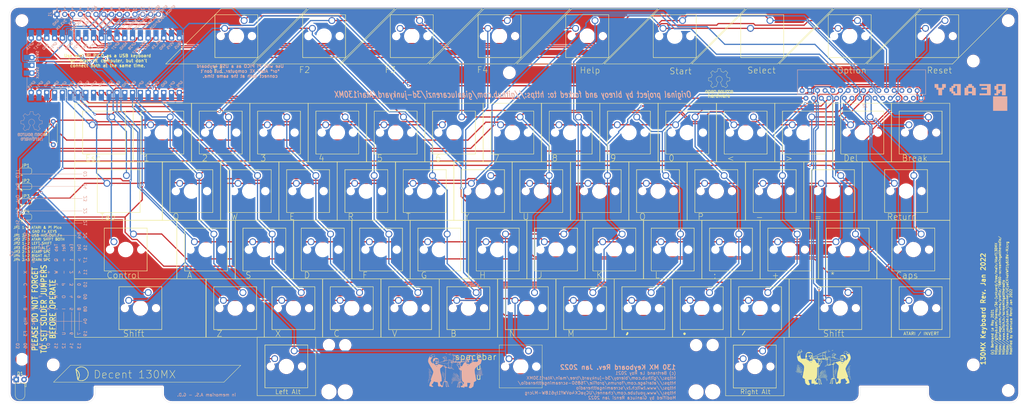
<source format=kicad_pcb>
(kicad_pcb (version 20171130) (host pcbnew 5.1.9+dfsg1-1)
  (title_block (title "130MX Keyboard") (date 2022-02-24) (rev "Feb 2022") (company "Decent Consulting") (comment 1 "Modified by RetroBit Lab") (comment 2 "Removed old FFC connector. Some silkprints were in the wrong place") (comment 3 "Modifed 3D for Function Keys. The PCB should not be affected"))
  (layers (0 F.Cu signal) (31 B.Cu signal) (34 B.Paste user) (35 F.Paste user) (36 B.SilkS user) (37 F.SilkS user) (38 B.Mask user) (39 F.Mask user) (44 Edge.Cuts user))
  (net 0 "")
  (net 1 GND)
  (net 2 LED)
  (net 3 POWER)
  (net 4 RESET)
  (net 5 OPTION)
  (net 6 SELECT)
  (net 7 START)
  (net 8 COL_9)
  (net 9 COL_1)
  (net 10 ROW_6)
  (net 11 COL_7)
  (net 12 COL_8)
  (net 13 ROW_4)
  (net 14 ROW_2)
  (net 15 ROW_1)
  (net 16 ROW_3)
  (net 17 COL_6)
  (net 18 COL_5)
  (net 19 COL_4)
  (net 20 COL_3)
  (net 21 ROW_5)
  (net 22 ROW_8)
  (net 23 ROW_7)
  (net 24 COL_2)
  (net 25 3V3_EN)
  (net 26 3V3)
  (net 27 ADC_VREF)
  (net 28 AGND)
  (net 29 VSYS)
  (net 30 VBUS)
  (net 31 SWDIO)
  (net 32 RUN)
  (net 33 SWCLK)
  (net 34 GPIO26_ADC0)
  (net 35 GPIO27_ADC1)
  (net 36 GPIO28_ADC2)
  (net 37 OUT_FN)
  (net 38 LSC)
  (net 39 "Net-(JP3-Pad2)")
  (net 40 /LED-GP2)
  (net 41 "Net-(U1-Pad3)")
  (net 42 "Net-(U1-Pad8)")
  (net 43 "Net-(U1-Pad13)")
  (net 44 "Net-(U1-Pad18)")
  (net 45 "Net-(U1-Pad23)")
  (net 46 "Net-(U1-Pad28)")
  (net 47 "Net-(U1-Pad42)")
  (net 48 "Net-(JP1-Pad2)")
  (net 49 "Net-(JP2-Pad2)")
  (net 50 "Net-(JP4-Pad2)")
  (net 51 "Net-(J2-Pad30)")
  (net 52 "Net-(J2-Pad29)")
  (net 53 "Net-(J2-Pad28)")
  (net 54 "Net-(J2-Pad27)")
  (module Atari130MX:SW_Kailh_1.25u_PCB_noSwitch (layer F.Cu) (at 317.4 102.23)
    (fp_text reference SW49 hide)
    (fp_text value Caps)
    (pad 1 thru_hole circle (at 2.55 -5.08) (size 2.2 2.2) (drill 1.5) (layers *.Cu *.Mask) (net 12 COL_8))
    (pad "" np_thru_hole circle (at 0.01 0) (size 4 4) (drill 4) (layers *.Cu *.Mask))
    (pad "" np_thru_hole circle (at -5.07 0) (size 1.7 1.7) (drill 1.7) (layers *.Cu *.Mask))
    (pad "" np_thru_hole circle (at 5.09 0) (size 1.7 1.7) (drill 1.7) (layers *.Cu *.Mask))
    (pad 2 thru_hole circle (at -3.8 -2.54) (size 2.2 2.2) (drill 1.5) (layers *.Cu *.Mask) (net 10 ROW_6))
    (pad "" np_thru_hole circle (at 0 0) (size 4 4) (drill 4) (layers *.Cu *.Mask))
    (pad 2 thru_hole circle (at -3.81 -2.54) (size 2.2 2.2) (drill 1.5) (layers *.Cu *.Mask) (net 10 ROW_6))
    (pad 1 thru_hole circle (at 2.54 -5.08) (size 2.2 2.2) (drill 1.5) (layers *.Cu *.Mask) (net 12 COL_8))
  )
  (module Atari130MX:SW_Kailh_1.00u_PCB_noSwitch (layer F.Cu) (at 53.76 64.06)
    (fp_text reference SW19 hide)
    (fp_text value Esc)
    (pad 1 thru_hole circle (at 2.54 -5.07) (size 2.2 2.2) (drill 1.5) (layers *.Cu *.Mask) (net 12 COL_8))
    (pad "" np_thru_hole circle (at 0 0.01) (size 4 4) (drill 4) (layers *.Cu *.Mask))
    (pad "" np_thru_hole circle (at -5.08 0.01) (size 1.7 1.7) (drill 1.7) (layers *.Cu *.Mask))
    (pad "" np_thru_hole circle (at 5.08 0.01) (size 1.7 1.7) (drill 1.7) (layers *.Cu *.Mask))
    (pad 2 thru_hole circle (at -3.81 -2.53) (size 2.2 2.2) (drill 1.5) (layers *.Cu *.Mask) (net 14 ROW_2))
    (pad "" np_thru_hole circle (at 0 0) (size 4 4) (drill 4) (layers *.Cu *.Mask))
    (pad 2 thru_hole circle (at -3.81 -2.54) (size 2.2 2.2) (drill 1.5) (layers *.Cu *.Mask) (net 14 ROW_2))
    (pad 1 thru_hole circle (at 2.54 -5.08) (size 2.2 2.2) (drill 1.5) (layers *.Cu *.Mask) (net 12 COL_8))
  )
  (module Atari130MX:SW_Kailh_1.00u_PCB_noSwitch (layer F.Cu) (at 167.76 64.06)
    (fp_text reference SW13 hide)
    (fp_text value 6)
    (pad 1 thru_hole circle (at 2.54 -5.07) (size 2.2 2.2) (drill 1.5) (layers *.Cu *.Mask) (net 9 COL_1))
    (pad "" np_thru_hole circle (at 0 0.01) (size 4 4) (drill 4) (layers *.Cu *.Mask))
    (pad "" np_thru_hole circle (at -5.08 0.01) (size 1.7 1.7) (drill 1.7) (layers *.Cu *.Mask))
    (pad "" np_thru_hole circle (at 5.08 0.01) (size 1.7 1.7) (drill 1.7) (layers *.Cu *.Mask))
    (pad 2 thru_hole circle (at -3.81 -2.53) (size 2.2 2.2) (drill 1.5) (layers *.Cu *.Mask) (net 14 ROW_2))
    (pad "" np_thru_hole circle (at 0 0) (size 4 4) (drill 4) (layers *.Cu *.Mask))
    (pad 2 thru_hole circle (at -3.81 -2.54) (size 2.2 2.2) (drill 1.5) (layers *.Cu *.Mask) (net 14 ROW_2))
    (pad 1 thru_hole circle (at 2.54 -5.08) (size 2.2 2.2) (drill 1.5) (layers *.Cu *.Mask) (net 9 COL_1))
  )
  (module Atari130MX:SW_Kailh_1.00u_PCB_noSwitch (layer F.Cu) (at 96.46 121.33)
    (fp_text reference SW64 hide)
    (fp_text value Z)
    (pad 1 thru_hole circle (at 2.54 -5.07) (size 2.2 2.2) (drill 1.5) (layers *.Cu *.Mask) (net 11 COL_7))
    (pad "" np_thru_hole circle (at 0 0.01) (size 4 4) (drill 4) (layers *.Cu *.Mask))
    (pad "" np_thru_hole circle (at -5.08 0.01) (size 1.7 1.7) (drill 1.7) (layers *.Cu *.Mask))
    (pad "" np_thru_hole circle (at 5.08 0.01) (size 1.7 1.7) (drill 1.7) (layers *.Cu *.Mask))
    (pad 2 thru_hole circle (at -3.81 -2.53) (size 2.2 2.2) (drill 1.5) (layers *.Cu *.Mask) (net 22 ROW_8))
    (pad "" np_thru_hole circle (at 0 0) (size 4 4) (drill 4) (layers *.Cu *.Mask))
    (pad 2 thru_hole circle (at -3.81 -2.54) (size 2.2 2.2) (drill 1.5) (layers *.Cu *.Mask) (net 22 ROW_8))
    (pad 1 thru_hole circle (at 2.54 -5.08) (size 2.2 2.2) (drill 1.5) (layers *.Cu *.Mask) (net 11 COL_7))
  )
  (module Atari130MX:SW_Kailh_1.00u_PCB_noSwitch (layer F.Cu) (at 177.22 83.16)
    (fp_text reference SW27 hide)
    (fp_text value Y)
    (pad 1 thru_hole circle (at 2.54 -5.07) (size 2.2 2.2) (drill 1.5) (layers *.Cu *.Mask) (net 9 COL_1))
    (pad "" np_thru_hole circle (at 0 0.01) (size 4 4) (drill 4) (layers *.Cu *.Mask))
    (pad "" np_thru_hole circle (at -5.08 0.01) (size 1.7 1.7) (drill 1.7) (layers *.Cu *.Mask))
    (pad "" np_thru_hole circle (at 5.08 0.01) (size 1.7 1.7) (drill 1.7) (layers *.Cu *.Mask))
    (pad 2 thru_hole circle (at -3.81 -2.53) (size 2.2 2.2) (drill 1.5) (layers *.Cu *.Mask) (net 13 ROW_4))
    (pad "" np_thru_hole circle (at 0 0) (size 4 4) (drill 4) (layers *.Cu *.Mask))
    (pad 2 thru_hole circle (at -3.81 -2.54) (size 2.2 2.2) (drill 1.5) (layers *.Cu *.Mask) (net 13 ROW_4))
    (pad 1 thru_hole circle (at 2.54 -5.08) (size 2.2 2.2) (drill 1.5) (layers *.Cu *.Mask) (net 9 COL_1))
  )
  (module Atari130MX:SW_Kailh_1.00u_PCB_noSwitch (layer F.Cu) (at 115.46 121.33)
    (fp_text reference SW63 hide)
    (fp_text value X)
    (pad 1 thru_hole circle (at 2.54 -5.07) (size 2.2 2.2) (drill 1.5) (layers *.Cu *.Mask) (net 17 COL_6))
    (pad "" np_thru_hole circle (at 0 0.01) (size 4 4) (drill 4) (layers *.Cu *.Mask))
    (pad "" np_thru_hole circle (at -5.08 0.01) (size 1.7 1.7) (drill 1.7) (layers *.Cu *.Mask))
    (pad "" np_thru_hole circle (at 5.08 0.01) (size 1.7 1.7) (drill 1.7) (layers *.Cu *.Mask))
    (pad 2 thru_hole circle (at -3.81 -2.53) (size 2.2 2.2) (drill 1.5) (layers *.Cu *.Mask) (net 22 ROW_8))
    (pad "" np_thru_hole circle (at 0 0) (size 4 4) (drill 4) (layers *.Cu *.Mask))
    (pad 2 thru_hole circle (at -3.81 -2.54) (size 2.2 2.2) (drill 1.5) (layers *.Cu *.Mask) (net 22 ROW_8))
    (pad 1 thru_hole circle (at 2.54 -5.08) (size 2.2 2.2) (drill 1.5) (layers *.Cu *.Mask) (net 17 COL_6))
  )
  (module Atari130MX:SW_Kailh_1.00u_PCB_noSwitch (layer F.Cu) (at 101.22 83.16)
    (fp_text reference SW31 hide)
    (fp_text value W)
    (pad 1 thru_hole circle (at 2.54 -5.07) (size 2.2 2.2) (drill 1.5) (layers *.Cu *.Mask) (net 17 COL_6))
    (pad "" np_thru_hole circle (at 0 0.01) (size 4 4) (drill 4) (layers *.Cu *.Mask))
    (pad "" np_thru_hole circle (at -5.08 0.01) (size 1.7 1.7) (drill 1.7) (layers *.Cu *.Mask))
    (pad "" np_thru_hole circle (at 5.08 0.01) (size 1.7 1.7) (drill 1.7) (layers *.Cu *.Mask))
    (pad 2 thru_hole circle (at -3.81 -2.53) (size 2.2 2.2) (drill 1.5) (layers *.Cu *.Mask) (net 13 ROW_4))
    (pad "" np_thru_hole circle (at 0 0) (size 4 4) (drill 4) (layers *.Cu *.Mask))
    (pad 2 thru_hole circle (at -3.81 -2.54) (size 2.2 2.2) (drill 1.5) (layers *.Cu *.Mask) (net 13 ROW_4))
    (pad 1 thru_hole circle (at 2.54 -5.08) (size 2.2 2.2) (drill 1.5) (layers *.Cu *.Mask) (net 17 COL_6))
  )
  (module Atari130MX:SW_Kailh_1.00u_PCB_noSwitch (layer F.Cu) (at 153.46 121.33)
    (fp_text reference SW61 hide)
    (fp_text value V)
    (pad 1 thru_hole circle (at 2.54 -5.07) (size 2.2 2.2) (drill 1.5) (layers *.Cu *.Mask) (net 19 COL_4))
    (pad "" np_thru_hole circle (at 0 0.01) (size 4 4) (drill 4) (layers *.Cu *.Mask))
    (pad "" np_thru_hole circle (at -5.08 0.01) (size 1.7 1.7) (drill 1.7) (layers *.Cu *.Mask))
    (pad "" np_thru_hole circle (at 5.08 0.01) (size 1.7 1.7) (drill 1.7) (layers *.Cu *.Mask))
    (pad 2 thru_hole circle (at -3.81 -2.53) (size 2.2 2.2) (drill 1.5) (layers *.Cu *.Mask) (net 22 ROW_8))
    (pad "" np_thru_hole circle (at 0 0) (size 4 4) (drill 4) (layers *.Cu *.Mask))
    (pad 2 thru_hole circle (at -3.81 -2.54) (size 2.2 2.2) (drill 1.5) (layers *.Cu *.Mask) (net 22 ROW_8))
    (pad 1 thru_hole circle (at 2.54 -5.08) (size 2.2 2.2) (drill 1.5) (layers *.Cu *.Mask) (net 19 COL_4))
  )
  (module Atari130MX:SW_Kailh_1.00u_PCB_noSwitch (layer F.Cu) (at 196.22 83.16)
    (fp_text reference SW20 hide)
    (fp_text value U)
    (pad 1 thru_hole circle (at 2.54 -5.07) (size 2.2 2.2) (drill 1.5) (layers *.Cu *.Mask) (net 9 COL_1))
    (pad "" np_thru_hole circle (at 0 0.01) (size 4 4) (drill 4) (layers *.Cu *.Mask))
    (pad "" np_thru_hole circle (at -5.08 0.01) (size 1.7 1.7) (drill 1.7) (layers *.Cu *.Mask))
    (pad "" np_thru_hole circle (at 5.08 0.01) (size 1.7 1.7) (drill 1.7) (layers *.Cu *.Mask))
    (pad 2 thru_hole circle (at -3.81 -2.53) (size 2.2 2.2) (drill 1.5) (layers *.Cu *.Mask) (net 16 ROW_3))
    (pad "" np_thru_hole circle (at 0 0) (size 4 4) (drill 4) (layers *.Cu *.Mask))
    (pad 2 thru_hole circle (at -3.81 -2.54) (size 2.2 2.2) (drill 1.5) (layers *.Cu *.Mask) (net 16 ROW_3))
    (pad 1 thru_hole circle (at 2.54 -5.08) (size 2.2 2.2) (drill 1.5) (layers *.Cu *.Mask) (net 9 COL_1))
  )
  (module Atari130MX:SW_Kailh_1.00u_PCB_noSwitch (layer F.Cu) (at 158.22 83.16)
    (fp_text reference SW28 hide)
    (fp_text value T)
    (pad 1 thru_hole circle (at 2.54 -5.07) (size 2.2 2.2) (drill 1.5) (layers *.Cu *.Mask) (net 20 COL_3))
    (pad "" np_thru_hole circle (at 0 0.01) (size 4 4) (drill 4) (layers *.Cu *.Mask))
    (pad "" np_thru_hole circle (at -5.08 0.01) (size 1.7 1.7) (drill 1.7) (layers *.Cu *.Mask))
    (pad "" np_thru_hole circle (at 5.08 0.01) (size 1.7 1.7) (drill 1.7) (layers *.Cu *.Mask))
    (pad 2 thru_hole circle (at -3.81 -2.53) (size 2.2 2.2) (drill 1.5) (layers *.Cu *.Mask) (net 13 ROW_4))
    (pad "" np_thru_hole circle (at 0 0) (size 4 4) (drill 4) (layers *.Cu *.Mask))
    (pad 2 thru_hole circle (at -3.81 -2.54) (size 2.2 2.2) (drill 1.5) (layers *.Cu *.Mask) (net 13 ROW_4))
    (pad 1 thru_hole circle (at 2.54 -5.08) (size 2.2 2.2) (drill 1.5) (layers *.Cu *.Mask) (net 20 COL_3))
  )
  (module Atari130MX:SW_Kailh_1.00u_PCB_noSwitch (layer F.Cu) (at 296 102.23)
    (fp_text reference SW40 hide)
    (fp_text value *)
    (pad 1 thru_hole circle (at 2.54 -5.07) (size 2.2 2.2) (drill 1.5) (layers *.Cu *.Mask) (net 11 COL_7))
    (pad "" np_thru_hole circle (at 0 0.01) (size 4 4) (drill 4) (layers *.Cu *.Mask))
    (pad "" np_thru_hole circle (at -5.08 0.01) (size 1.7 1.7) (drill 1.7) (layers *.Cu *.Mask))
    (pad "" np_thru_hole circle (at 5.08 0.01) (size 1.7 1.7) (drill 1.7) (layers *.Cu *.Mask))
    (pad 2 thru_hole circle (at -3.81 -2.53) (size 2.2 2.2) (drill 1.5) (layers *.Cu *.Mask) (net 21 ROW_5))
    (pad "" np_thru_hole circle (at 0 0) (size 4 4) (drill 4) (layers *.Cu *.Mask))
    (pad 2 thru_hole circle (at -3.81 -2.54) (size 2.2 2.2) (drill 1.5) (layers *.Cu *.Mask) (net 21 ROW_5))
    (pad 1 thru_hole circle (at 2.54 -5.08) (size 2.2 2.2) (drill 1.5) (layers *.Cu *.Mask) (net 11 COL_7))
  )
  (module Atari130MX:SW_Kailh_1.00u_PCB_noSwitch (layer F.Cu) (at 267.46 121.33)
    (fp_text reference SW56 hide)
    (fp_text value /)
    (pad 1 thru_hole circle (at 2.54 -5.07) (size 2.2 2.2) (drill 1.5) (layers *.Cu *.Mask) (net 17 COL_6))
    (pad "" np_thru_hole circle (at 0 0.01) (size 4 4) (drill 4) (layers *.Cu *.Mask))
    (pad "" np_thru_hole circle (at -5.08 0.01) (size 1.7 1.7) (drill 1.7) (layers *.Cu *.Mask))
    (pad "" np_thru_hole circle (at 5.08 0.01) (size 1.7 1.7) (drill 1.7) (layers *.Cu *.Mask))
    (pad 2 thru_hole circle (at -3.81 -2.53) (size 2.2 2.2) (drill 1.5) (layers *.Cu *.Mask) (net 23 ROW_7))
    (pad "" np_thru_hole circle (at 0 0) (size 4 4) (drill 4) (layers *.Cu *.Mask))
    (pad 2 thru_hole circle (at -3.81 -2.54) (size 2.2 2.2) (drill 1.5) (layers *.Cu *.Mask) (net 23 ROW_7))
    (pad 1 thru_hole circle (at 2.54 -5.08) (size 2.2 2.2) (drill 1.5) (layers *.Cu *.Mask) (net 17 COL_6))
  )
  (module Atari130MX:SW_Kailh_1.00u_PCB_noSwitch (layer F.Cu) (at 258 102.23)
    (fp_text reference SW38 hide)
    (fp_text value ;)
    (pad 1 thru_hole circle (at 2.54 -5.07) (size 2.2 2.2) (drill 1.5) (layers *.Cu *.Mask) (net 18 COL_5))
    (pad "" np_thru_hole circle (at 0 0.01) (size 4 4) (drill 4) (layers *.Cu *.Mask))
    (pad "" np_thru_hole circle (at -5.08 0.01) (size 1.7 1.7) (drill 1.7) (layers *.Cu *.Mask))
    (pad "" np_thru_hole circle (at 5.08 0.01) (size 1.7 1.7) (drill 1.7) (layers *.Cu *.Mask))
    (pad 2 thru_hole circle (at -3.81 -2.53) (size 2.2 2.2) (drill 1.5) (layers *.Cu *.Mask) (net 21 ROW_5))
    (pad "" np_thru_hole circle (at 0 0) (size 4 4) (drill 4) (layers *.Cu *.Mask))
    (pad 2 thru_hole circle (at -3.81 -2.54) (size 2.2 2.2) (drill 1.5) (layers *.Cu *.Mask) (net 21 ROW_5))
    (pad 1 thru_hole circle (at 2.54 -5.08) (size 2.2 2.2) (drill 1.5) (layers *.Cu *.Mask) (net 18 COL_5))
  )
  (module Atari130MX:SW_Kailh_1.00u_PCB_noSwitch (layer F.Cu) (at 106 102.23)
    (fp_text reference SW47 hide)
    (fp_text value S)
    (pad 1 thru_hole circle (at 2.54 -5.07) (size 2.2 2.2) (drill 1.5) (layers *.Cu *.Mask) (net 17 COL_6))
    (pad "" np_thru_hole circle (at 0 0.01) (size 4 4) (drill 4) (layers *.Cu *.Mask))
    (pad "" np_thru_hole circle (at -5.08 0.01) (size 1.7 1.7) (drill 1.7) (layers *.Cu *.Mask))
    (pad "" np_thru_hole circle (at 5.08 0.01) (size 1.7 1.7) (drill 1.7) (layers *.Cu *.Mask))
    (pad 2 thru_hole circle (at -3.81 -2.53) (size 2.2 2.2) (drill 1.5) (layers *.Cu *.Mask) (net 10 ROW_6))
    (pad "" np_thru_hole circle (at 0 0) (size 4 4) (drill 4) (layers *.Cu *.Mask))
    (pad 2 thru_hole circle (at -3.81 -2.54) (size 2.2 2.2) (drill 1.5) (layers *.Cu *.Mask) (net 10 ROW_6))
    (pad 1 thru_hole circle (at 2.54 -5.08) (size 2.2 2.2) (drill 1.5) (layers *.Cu *.Mask) (net 17 COL_6))
  )
  (module Atari130MX:SW_Kailh_1.00u_PCB_noSwitch (layer F.Cu) (at 139.22 83.16)
    (fp_text reference SW29 hide)
    (fp_text value R)
    (pad 1 thru_hole circle (at 2.54 -5.07) (size 2.2 2.2) (drill 1.5) (layers *.Cu *.Mask) (net 19 COL_4))
    (pad "" np_thru_hole circle (at 0 0.01) (size 4 4) (drill 4) (layers *.Cu *.Mask))
    (pad "" np_thru_hole circle (at -5.08 0.01) (size 1.7 1.7) (drill 1.7) (layers *.Cu *.Mask))
    (pad "" np_thru_hole circle (at 5.08 0.01) (size 1.7 1.7) (drill 1.7) (layers *.Cu *.Mask))
    (pad 2 thru_hole circle (at -3.81 -2.53) (size 2.2 2.2) (drill 1.5) (layers *.Cu *.Mask) (net 13 ROW_4))
    (pad "" np_thru_hole circle (at 0 0) (size 4 4) (drill 4) (layers *.Cu *.Mask))
    (pad 2 thru_hole circle (at -3.81 -2.54) (size 2.2 2.2) (drill 1.5) (layers *.Cu *.Mask) (net 13 ROW_4))
    (pad 1 thru_hole circle (at 2.54 -5.08) (size 2.2 2.2) (drill 1.5) (layers *.Cu *.Mask) (net 19 COL_4))
  )
  (module Atari130MX:SW_Kailh_1.00u_PCB_noSwitch (layer F.Cu) (at 82.22 83.16)
    (fp_text reference SW32 hide)
    (fp_text value Q)
    (pad 1 thru_hole circle (at 2.54 -5.07) (size 2.2 2.2) (drill 1.5) (layers *.Cu *.Mask) (net 11 COL_7))
    (pad "" np_thru_hole circle (at 0 0.01) (size 4 4) (drill 4) (layers *.Cu *.Mask))
    (pad "" np_thru_hole circle (at -5.08 0.01) (size 1.7 1.7) (drill 1.7) (layers *.Cu *.Mask))
    (pad "" np_thru_hole circle (at 5.08 0.01) (size 1.7 1.7) (drill 1.7) (layers *.Cu *.Mask))
    (pad 2 thru_hole circle (at -3.81 -2.53) (size 2.2 2.2) (drill 1.5) (layers *.Cu *.Mask) (net 13 ROW_4))
    (pad "" np_thru_hole circle (at 0 0) (size 4 4) (drill 4) (layers *.Cu *.Mask))
    (pad 2 thru_hole circle (at -3.81 -2.54) (size 2.2 2.2) (drill 1.5) (layers *.Cu *.Mask) (net 13 ROW_4))
    (pad 1 thru_hole circle (at 2.54 -5.08) (size 2.2 2.2) (drill 1.5) (layers *.Cu *.Mask) (net 11 COL_7))
  )
  (module Atari130MX:SW_Kailh_1.00u_PCB_noSwitch (layer F.Cu) (at 277 102.23)
    (fp_text reference SW39 hide)
    (fp_text value +)
    (pad 1 thru_hole circle (at 2.54 -5.07) (size 2.2 2.2) (drill 1.5) (layers *.Cu *.Mask) (net 17 COL_6))
    (pad "" np_thru_hole circle (at 0 0.01) (size 4 4) (drill 4) (layers *.Cu *.Mask))
    (pad "" np_thru_hole circle (at -5.08 0.01) (size 1.7 1.7) (drill 1.7) (layers *.Cu *.Mask))
    (pad "" np_thru_hole circle (at 5.08 0.01) (size 1.7 1.7) (drill 1.7) (layers *.Cu *.Mask))
    (pad 2 thru_hole circle (at -3.81 -2.53) (size 2.2 2.2) (drill 1.5) (layers *.Cu *.Mask) (net 21 ROW_5))
    (pad "" np_thru_hole circle (at 0 0) (size 4 4) (drill 4) (layers *.Cu *.Mask))
    (pad 2 thru_hole circle (at -3.81 -2.54) (size 2.2 2.2) (drill 1.5) (layers *.Cu *.Mask) (net 21 ROW_5))
    (pad 1 thru_hole circle (at 2.54 -5.08) (size 2.2 2.2) (drill 1.5) (layers *.Cu *.Mask) (net 17 COL_6))
  )
  (module Atari130MX:SW_Kailh_1.00u_PCB_noSwitch (layer F.Cu) (at 248.46 121.33)
    (fp_text reference SW55 hide)
    (fp_text value .)
    (pad 1 thru_hole circle (at 2.54 -5.07) (size 2.2 2.2) (drill 1.5) (layers *.Cu *.Mask) (net 18 COL_5))
    (pad "" np_thru_hole circle (at 0 0.01) (size 4 4) (drill 4) (layers *.Cu *.Mask))
    (pad "" np_thru_hole circle (at -5.08 0.01) (size 1.7 1.7) (drill 1.7) (layers *.Cu *.Mask))
    (pad "" np_thru_hole circle (at 5.08 0.01) (size 1.7 1.7) (drill 1.7) (layers *.Cu *.Mask))
    (pad 2 thru_hole circle (at -3.81 -2.53) (size 2.2 2.2) (drill 1.5) (layers *.Cu *.Mask) (net 23 ROW_7))
    (pad "" np_thru_hole circle (at 0 0) (size 4 4) (drill 4) (layers *.Cu *.Mask))
    (pad 2 thru_hole circle (at -3.81 -2.54) (size 2.2 2.2) (drill 1.5) (layers *.Cu *.Mask) (net 23 ROW_7))
    (pad 1 thru_hole circle (at 2.54 -5.08) (size 2.2 2.2) (drill 1.5) (layers *.Cu *.Mask) (net 18 COL_5))
  )
  (module Atari130MX:SW_Kailh_1.00u_PCB_noSwitch (layer F.Cu) (at 253.22 83.16)
    (fp_text reference SW23 hide)
    (fp_text value P)
    (pad 1 thru_hole circle (at 2.54 -5.07) (size 2.2 2.2) (drill 1.5) (layers *.Cu *.Mask) (net 18 COL_5))
    (pad "" np_thru_hole circle (at 0 0.01) (size 4 4) (drill 4) (layers *.Cu *.Mask))
    (pad "" np_thru_hole circle (at -5.08 0.01) (size 1.7 1.7) (drill 1.7) (layers *.Cu *.Mask))
    (pad "" np_thru_hole circle (at 5.08 0.01) (size 1.7 1.7) (drill 1.7) (layers *.Cu *.Mask))
    (pad 2 thru_hole circle (at -3.81 -2.53) (size 2.2 2.2) (drill 1.5) (layers *.Cu *.Mask) (net 16 ROW_3))
    (pad "" np_thru_hole circle (at 0 0) (size 4 4) (drill 4) (layers *.Cu *.Mask))
    (pad 2 thru_hole circle (at -3.81 -2.54) (size 2.2 2.2) (drill 1.5) (layers *.Cu *.Mask) (net 16 ROW_3))
    (pad 1 thru_hole circle (at 2.54 -5.08) (size 2.2 2.2) (drill 1.5) (layers *.Cu *.Mask) (net 18 COL_5))
  )
  (module Atari130MX:SW_Kailh_1.00u_PCB_noSwitch (layer F.Cu) (at 234.22 83.16)
    (fp_text reference SW22 hide)
    (fp_text value O)
    (pad 1 thru_hole circle (at 2.54 -5.07) (size 2.2 2.2) (drill 1.5) (layers *.Cu *.Mask) (net 19 COL_4))
    (pad "" np_thru_hole circle (at 0 0.01) (size 4 4) (drill 4) (layers *.Cu *.Mask))
    (pad "" np_thru_hole circle (at -5.08 0.01) (size 1.7 1.7) (drill 1.7) (layers *.Cu *.Mask))
    (pad "" np_thru_hole circle (at 5.08 0.01) (size 1.7 1.7) (drill 1.7) (layers *.Cu *.Mask))
    (pad 2 thru_hole circle (at -3.81 -2.53) (size 2.2 2.2) (drill 1.5) (layers *.Cu *.Mask) (net 16 ROW_3))
    (pad "" np_thru_hole circle (at 0 0) (size 4 4) (drill 4) (layers *.Cu *.Mask))
    (pad 2 thru_hole circle (at -3.81 -2.54) (size 2.2 2.2) (drill 1.5) (layers *.Cu *.Mask) (net 16 ROW_3))
    (pad 1 thru_hole circle (at 2.54 -5.08) (size 2.2 2.2) (drill 1.5) (layers *.Cu *.Mask) (net 19 COL_4))
  )
  (module Atari130MX:SW_Kailh_1.00u_PCB_noSwitch (layer F.Cu) (at 191.46 121.33)
    (fp_text reference SW51 hide)
    (fp_text value N)
    (pad 1 thru_hole circle (at 2.54 -5.07) (size 2.2 2.2) (drill 1.5) (layers *.Cu *.Mask) (net 9 COL_1))
    (pad "" np_thru_hole circle (at 0 0.01) (size 4 4) (drill 4) (layers *.Cu *.Mask))
    (pad "" np_thru_hole circle (at -5.08 0.01) (size 1.7 1.7) (drill 1.7) (layers *.Cu *.Mask))
    (pad "" np_thru_hole circle (at 5.08 0.01) (size 1.7 1.7) (drill 1.7) (layers *.Cu *.Mask))
    (pad 2 thru_hole circle (at -3.81 -2.53) (size 2.2 2.2) (drill 1.5) (layers *.Cu *.Mask) (net 23 ROW_7))
    (pad "" np_thru_hole circle (at 0 0) (size 4 4) (drill 4) (layers *.Cu *.Mask))
    (pad 2 thru_hole circle (at -3.81 -2.54) (size 2.2 2.2) (drill 1.5) (layers *.Cu *.Mask) (net 23 ROW_7))
    (pad 1 thru_hole circle (at 2.54 -5.08) (size 2.2 2.2) (drill 1.5) (layers *.Cu *.Mask) (net 9 COL_1))
  )
  (module Atari130MX:SW_Kailh_1.00u_PCB_noSwitch (layer F.Cu) (at 210.46 121.33)
    (fp_text reference SW53 hide)
    (fp_text value M)
    (pad 1 thru_hole circle (at 2.54 -5.07) (size 2.2 2.2) (drill 1.5) (layers *.Cu *.Mask) (net 20 COL_3))
    (pad "" np_thru_hole circle (at 0 0.01) (size 4 4) (drill 4) (layers *.Cu *.Mask))
    (pad "" np_thru_hole circle (at -5.08 0.01) (size 1.7 1.7) (drill 1.7) (layers *.Cu *.Mask))
    (pad "" np_thru_hole circle (at 5.08 0.01) (size 1.7 1.7) (drill 1.7) (layers *.Cu *.Mask))
    (pad 2 thru_hole circle (at -3.81 -2.53) (size 2.2 2.2) (drill 1.5) (layers *.Cu *.Mask) (net 23 ROW_7))
    (pad "" np_thru_hole circle (at 0 0) (size 4 4) (drill 4) (layers *.Cu *.Mask))
    (pad 2 thru_hole circle (at -3.81 -2.54) (size 2.2 2.2) (drill 1.5) (layers *.Cu *.Mask) (net 23 ROW_7))
    (pad 1 thru_hole circle (at 2.54 -5.08) (size 2.2 2.2) (drill 1.5) (layers *.Cu *.Mask) (net 20 COL_3))
  )
  (module Atari130MX:SW_Kailh_1.00u_PCB_noSwitch (layer F.Cu) (at 262.76 64.06)
    (fp_text reference SW5 hide)
    (fp_text value <)
    (pad 1 thru_hole circle (at 2.54 -5.07) (size 2.2 2.2) (drill 1.5) (layers *.Cu *.Mask) (net 17 COL_6))
    (pad "" np_thru_hole circle (at 0 0.01) (size 4 4) (drill 4) (layers *.Cu *.Mask))
    (pad "" np_thru_hole circle (at -5.08 0.01) (size 1.7 1.7) (drill 1.7) (layers *.Cu *.Mask))
    (pad "" np_thru_hole circle (at 5.08 0.01) (size 1.7 1.7) (drill 1.7) (layers *.Cu *.Mask))
    (pad 2 thru_hole circle (at -3.81 -2.53) (size 2.2 2.2) (drill 1.5) (layers *.Cu *.Mask) (net 15 ROW_1))
    (pad "" np_thru_hole circle (at 0 0) (size 4 4) (drill 4) (layers *.Cu *.Mask))
    (pad 2 thru_hole circle (at -3.81 -2.54) (size 2.2 2.2) (drill 1.5) (layers *.Cu *.Mask) (net 15 ROW_1))
    (pad 1 thru_hole circle (at 2.54 -5.08) (size 2.2 2.2) (drill 1.5) (layers *.Cu *.Mask) (net 17 COL_6))
  )
  (module Atari130MX:SW_Kailh_1.00u_PCB_noSwitch (layer F.Cu) (at 239 102.23)
    (fp_text reference SW37 hide)
    (fp_text value L)
    (pad 1 thru_hole circle (at 2.54 -5.07) (size 2.2 2.2) (drill 1.5) (layers *.Cu *.Mask) (net 19 COL_4))
    (pad "" np_thru_hole circle (at 0 0.01) (size 4 4) (drill 4) (layers *.Cu *.Mask))
    (pad "" np_thru_hole circle (at -5.08 0.01) (size 1.7 1.7) (drill 1.7) (layers *.Cu *.Mask))
    (pad "" np_thru_hole circle (at 5.08 0.01) (size 1.7 1.7) (drill 1.7) (layers *.Cu *.Mask))
    (pad 2 thru_hole circle (at -3.81 -2.53) (size 2.2 2.2) (drill 1.5) (layers *.Cu *.Mask) (net 21 ROW_5))
    (pad "" np_thru_hole circle (at 0 0) (size 4 4) (drill 4) (layers *.Cu *.Mask))
    (pad 2 thru_hole circle (at -3.81 -2.54) (size 2.2 2.2) (drill 1.5) (layers *.Cu *.Mask) (net 21 ROW_5))
    (pad 1 thru_hole circle (at 2.54 -5.08) (size 2.2 2.2) (drill 1.5) (layers *.Cu *.Mask) (net 19 COL_4))
  )
  (module Atari130MX:SW_Kailh_1.00u_PCB_noSwitch (layer F.Cu) (at 220 102.23)
    (fp_text reference SW36 hide)
    (fp_text value K)
    (pad 1 thru_hole circle (at 2.54 -5.07) (size 2.2 2.2) (drill 1.5) (layers *.Cu *.Mask) (net 20 COL_3))
    (pad "" np_thru_hole circle (at 0 0.01) (size 4 4) (drill 4) (layers *.Cu *.Mask))
    (pad "" np_thru_hole circle (at -5.08 0.01) (size 1.7 1.7) (drill 1.7) (layers *.Cu *.Mask))
    (pad "" np_thru_hole circle (at 5.08 0.01) (size 1.7 1.7) (drill 1.7) (layers *.Cu *.Mask))
    (pad 2 thru_hole circle (at -3.81 -2.53) (size 2.2 2.2) (drill 1.5) (layers *.Cu *.Mask) (net 21 ROW_5))
    (pad "" np_thru_hole circle (at 0 0) (size 4 4) (drill 4) (layers *.Cu *.Mask))
    (pad 2 thru_hole circle (at -3.81 -2.54) (size 2.2 2.2) (drill 1.5) (layers *.Cu *.Mask) (net 21 ROW_5))
    (pad 1 thru_hole circle (at 2.54 -5.08) (size 2.2 2.2) (drill 1.5) (layers *.Cu *.Mask) (net 20 COL_3))
  )
  (module Atari130MX:SW_Kailh_1.00u_PCB_noSwitch (layer F.Cu) (at 201 102.23)
    (fp_text reference SW35 hide)
    (fp_text value J)
    (pad 1 thru_hole circle (at 2.54 -5.07) (size 2.2 2.2) (drill 1.5) (layers *.Cu *.Mask) (net 24 COL_2))
    (pad "" np_thru_hole circle (at 0 0.01) (size 4 4) (drill 4) (layers *.Cu *.Mask))
    (pad "" np_thru_hole circle (at -5.08 0.01) (size 1.7 1.7) (drill 1.7) (layers *.Cu *.Mask))
    (pad "" np_thru_hole circle (at 5.08 0.01) (size 1.7 1.7) (drill 1.7) (layers *.Cu *.Mask))
    (pad 2 thru_hole circle (at -3.81 -2.53) (size 2.2 2.2) (drill 1.5) (layers *.Cu *.Mask) (net 21 ROW_5))
    (pad "" np_thru_hole circle (at 0 0) (size 4 4) (drill 4) (layers *.Cu *.Mask))
    (pad 2 thru_hole circle (at -3.81 -2.54) (size 2.2 2.2) (drill 1.5) (layers *.Cu *.Mask) (net 21 ROW_5))
    (pad 1 thru_hole circle (at 2.54 -5.08) (size 2.2 2.2) (drill 1.5) (layers *.Cu *.Mask) (net 24 COL_2))
  )
  (module Atari130MX:SW_Kailh_1.00u_PCB_noSwitch (layer F.Cu) (at 319.76 121.33)
    (fp_text reference SW57 hide)
    (fp_text value FUJI)
    (pad 1 thru_hole circle (at 2.54 -5.07) (size 2.2 2.2) (drill 1.5) (layers *.Cu *.Mask) (net 11 COL_7))
    (pad "" np_thru_hole circle (at 0 0.01) (size 4 4) (drill 4) (layers *.Cu *.Mask))
    (pad "" np_thru_hole circle (at -5.08 0.01) (size 1.7 1.7) (drill 1.7) (layers *.Cu *.Mask))
    (pad "" np_thru_hole circle (at 5.08 0.01) (size 1.7 1.7) (drill 1.7) (layers *.Cu *.Mask))
    (pad 2 thru_hole circle (at -3.81 -2.53) (size 2.2 2.2) (drill 1.5) (layers *.Cu *.Mask) (net 23 ROW_7))
    (pad "" np_thru_hole circle (at 0 0) (size 4 4) (drill 4) (layers *.Cu *.Mask))
    (pad 2 thru_hole circle (at -3.81 -2.54) (size 2.2 2.2) (drill 1.5) (layers *.Cu *.Mask) (net 23 ROW_7))
    (pad 1 thru_hole circle (at 2.54 -5.08) (size 2.2 2.2) (drill 1.5) (layers *.Cu *.Mask) (net 11 COL_7))
  )
  (module Atari130MX:SW_Kailh_1.00u_PCB_noSwitch (layer F.Cu) (at 215.22 83.16)
    (fp_text reference SW21 hide)
    (fp_text value I)
    (pad 1 thru_hole circle (at 2.54 -5.07) (size 2.2 2.2) (drill 1.5) (layers *.Cu *.Mask) (net 20 COL_3))
    (pad "" np_thru_hole circle (at 0 0.01) (size 4 4) (drill 4) (layers *.Cu *.Mask))
    (pad "" np_thru_hole circle (at -5.08 0.01) (size 1.7 1.7) (drill 1.7) (layers *.Cu *.Mask))
    (pad "" np_thru_hole circle (at 5.08 0.01) (size 1.7 1.7) (drill 1.7) (layers *.Cu *.Mask))
    (pad 2 thru_hole circle (at -3.81 -2.53) (size 2.2 2.2) (drill 1.5) (layers *.Cu *.Mask) (net 16 ROW_3))
    (pad "" np_thru_hole circle (at 0 0) (size 4 4) (drill 4) (layers *.Cu *.Mask))
    (pad 2 thru_hole circle (at -3.81 -2.54) (size 2.2 2.2) (drill 1.5) (layers *.Cu *.Mask) (net 16 ROW_3))
    (pad 1 thru_hole circle (at 2.54 -5.08) (size 2.2 2.2) (drill 1.5) (layers *.Cu *.Mask) (net 20 COL_3))
  )
  (module Atari130MX:SW_Kailh_1.00u_PCB_noSwitch (layer F.Cu) (at 182 102.23)
    (fp_text reference SW43 hide)
    (fp_text value H)
    (pad 1 thru_hole circle (at 2.54 -5.07) (size 2.2 2.2) (drill 1.5) (layers *.Cu *.Mask) (net 24 COL_2))
    (pad "" np_thru_hole circle (at 0 0.01) (size 4 4) (drill 4) (layers *.Cu *.Mask))
    (pad "" np_thru_hole circle (at -5.08 0.01) (size 1.7 1.7) (drill 1.7) (layers *.Cu *.Mask))
    (pad "" np_thru_hole circle (at 5.08 0.01) (size 1.7 1.7) (drill 1.7) (layers *.Cu *.Mask))
    (pad 2 thru_hole circle (at -3.81 -2.53) (size 2.2 2.2) (drill 1.5) (layers *.Cu *.Mask) (net 10 ROW_6))
    (pad "" np_thru_hole circle (at 0 0) (size 4 4) (drill 4) (layers *.Cu *.Mask))
    (pad 2 thru_hole circle (at -3.81 -2.54) (size 2.2 2.2) (drill 1.5) (layers *.Cu *.Mask) (net 10 ROW_6))
    (pad 1 thru_hole circle (at 2.54 -5.08) (size 2.2 2.2) (drill 1.5) (layers *.Cu *.Mask) (net 24 COL_2))
  )
  (module Atari130MX:SW_Kailh_1.00u_PCB_noSwitch (layer F.Cu) (at 281.76 64.06)
    (fp_text reference SW6 hide)
    (fp_text value >)
    (pad 1 thru_hole circle (at 2.54 -5.07) (size 2.2 2.2) (drill 1.5) (layers *.Cu *.Mask) (net 11 COL_7))
    (pad "" np_thru_hole circle (at 0 0.01) (size 4 4) (drill 4) (layers *.Cu *.Mask))
    (pad "" np_thru_hole circle (at -5.08 0.01) (size 1.7 1.7) (drill 1.7) (layers *.Cu *.Mask))
    (pad "" np_thru_hole circle (at 5.08 0.01) (size 1.7 1.7) (drill 1.7) (layers *.Cu *.Mask))
    (pad 2 thru_hole circle (at -3.81 -2.53) (size 2.2 2.2) (drill 1.5) (layers *.Cu *.Mask) (net 15 ROW_1))
    (pad "" np_thru_hole circle (at 0 0) (size 4 4) (drill 4) (layers *.Cu *.Mask))
    (pad 2 thru_hole circle (at -3.81 -2.54) (size 2.2 2.2) (drill 1.5) (layers *.Cu *.Mask) (net 15 ROW_1))
    (pad 1 thru_hole circle (at 2.54 -5.08) (size 2.2 2.2) (drill 1.5) (layers *.Cu *.Mask) (net 11 COL_7))
  )
  (module Atari130MX:SW_Kailh_1.00u_PCB_noSwitch (layer F.Cu) (at 163 102.23)
    (fp_text reference SW44 hide)
    (fp_text value G)
    (pad 1 thru_hole circle (at 2.54 -5.07) (size 2.2 2.2) (drill 1.5) (layers *.Cu *.Mask) (net 20 COL_3))
    (pad "" np_thru_hole circle (at 0 0.01) (size 4 4) (drill 4) (layers *.Cu *.Mask))
    (pad "" np_thru_hole circle (at -5.08 0.01) (size 1.7 1.7) (drill 1.7) (layers *.Cu *.Mask))
    (pad "" np_thru_hole circle (at 5.08 0.01) (size 1.7 1.7) (drill 1.7) (layers *.Cu *.Mask))
    (pad 2 thru_hole circle (at -3.81 -2.53) (size 2.2 2.2) (drill 1.5) (layers *.Cu *.Mask) (net 10 ROW_6))
    (pad "" np_thru_hole circle (at 0 0) (size 4 4) (drill 4) (layers *.Cu *.Mask))
    (pad 2 thru_hole circle (at -3.81 -2.54) (size 2.2 2.2) (drill 1.5) (layers *.Cu *.Mask) (net 10 ROW_6))
    (pad 1 thru_hole circle (at 2.54 -5.08) (size 2.2 2.2) (drill 1.5) (layers *.Cu *.Mask) (net 20 COL_3))
  )
  (module Atari130MX:SW_Kailh_1.00u_PCB_noSwitch (layer F.Cu) (at 291.22 83.16)
    (fp_text reference SW25 hide)
    (fp_text value =)
    (pad 1 thru_hole circle (at 2.54 -5.07) (size 2.2 2.2) (drill 1.5) (layers *.Cu *.Mask) (net 11 COL_7))
    (pad "" np_thru_hole circle (at 0 0.01) (size 4 4) (drill 4) (layers *.Cu *.Mask))
    (pad "" np_thru_hole circle (at -5.08 0.01) (size 1.7 1.7) (drill 1.7) (layers *.Cu *.Mask))
    (pad "" np_thru_hole circle (at 5.08 0.01) (size 1.7 1.7) (drill 1.7) (layers *.Cu *.Mask))
    (pad 2 thru_hole circle (at -3.81 -2.53) (size 2.2 2.2) (drill 1.5) (layers *.Cu *.Mask) (net 16 ROW_3))
    (pad "" np_thru_hole circle (at 0 0) (size 4 4) (drill 4) (layers *.Cu *.Mask))
    (pad 2 thru_hole circle (at -3.81 -2.54) (size 2.2 2.2) (drill 1.5) (layers *.Cu *.Mask) (net 16 ROW_3))
    (pad 1 thru_hole circle (at 2.54 -5.08) (size 2.2 2.2) (drill 1.5) (layers *.Cu *.Mask) (net 11 COL_7))
  )
  (module Atari130MX:SW_Kailh_1.00u_PCB_noSwitch (layer F.Cu) (at 120.22 83.16)
    (fp_text reference SW30 hide)
    (fp_text value E)
    (pad 1 thru_hole circle (at 2.54 -5.07) (size 2.2 2.2) (drill 1.5) (layers *.Cu *.Mask) (net 18 COL_5))
    (pad "" np_thru_hole circle (at 0 0.01) (size 4 4) (drill 4) (layers *.Cu *.Mask))
    (pad "" np_thru_hole circle (at -5.08 0.01) (size 1.7 1.7) (drill 1.7) (layers *.Cu *.Mask))
    (pad "" np_thru_hole circle (at 5.08 0.01) (size 1.7 1.7) (drill 1.7) (layers *.Cu *.Mask))
    (pad 2 thru_hole circle (at -3.81 -2.53) (size 2.2 2.2) (drill 1.5) (layers *.Cu *.Mask) (net 13 ROW_4))
    (pad "" np_thru_hole circle (at 0 0) (size 4 4) (drill 4) (layers *.Cu *.Mask))
    (pad 2 thru_hole circle (at -3.81 -2.54) (size 2.2 2.2) (drill 1.5) (layers *.Cu *.Mask) (net 13 ROW_4))
    (pad 1 thru_hole circle (at 2.54 -5.08) (size 2.2 2.2) (drill 1.5) (layers *.Cu *.Mask) (net 18 COL_5))
  )
  (module Atari130MX:SW_Kailh_1.00u_PCB_noSwitch (layer F.Cu) (at 300.76 64.06)
    (fp_text reference SW7 hide)
    (fp_text value Del)
    (pad 1 thru_hole circle (at 2.54 -5.07) (size 2.2 2.2) (drill 1.5) (layers *.Cu *.Mask) (net 12 COL_8))
    (pad "" np_thru_hole circle (at 0 0.01) (size 4 4) (drill 4) (layers *.Cu *.Mask))
    (pad "" np_thru_hole circle (at -5.08 0.01) (size 1.7 1.7) (drill 1.7) (layers *.Cu *.Mask))
    (pad "" np_thru_hole circle (at 5.08 0.01) (size 1.7 1.7) (drill 1.7) (layers *.Cu *.Mask))
    (pad 2 thru_hole circle (at -3.81 -2.53) (size 2.2 2.2) (drill 1.5) (layers *.Cu *.Mask) (net 15 ROW_1))
    (pad "" np_thru_hole circle (at 0 0) (size 4 4) (drill 4) (layers *.Cu *.Mask))
    (pad 2 thru_hole circle (at -3.81 -2.54) (size 2.2 2.2) (drill 1.5) (layers *.Cu *.Mask) (net 15 ROW_1))
    (pad 1 thru_hole circle (at 2.54 -5.08) (size 2.2 2.2) (drill 1.5) (layers *.Cu *.Mask) (net 12 COL_8))
  )
  (module Atari130MX:SW_Kailh_1.00u_PCB_noSwitch (layer F.Cu) (at 272.22 83.16)
    (fp_text reference SW24 hide)
    (fp_text value -)
    (pad 1 thru_hole circle (at 2.54 -5.07) (size 2.2 2.2) (drill 1.5) (layers *.Cu *.Mask) (net 17 COL_6))
    (pad "" np_thru_hole circle (at 0 0.01) (size 4 4) (drill 4) (layers *.Cu *.Mask))
    (pad "" np_thru_hole circle (at -5.08 0.01) (size 1.7 1.7) (drill 1.7) (layers *.Cu *.Mask))
    (pad "" np_thru_hole circle (at 5.08 0.01) (size 1.7 1.7) (drill 1.7) (layers *.Cu *.Mask))
    (pad 2 thru_hole circle (at -3.81 -2.53) (size 2.2 2.2) (drill 1.5) (layers *.Cu *.Mask) (net 16 ROW_3))
    (pad "" np_thru_hole circle (at 0 0) (size 4 4) (drill 4) (layers *.Cu *.Mask))
    (pad 2 thru_hole circle (at -3.81 -2.54) (size 2.2 2.2) (drill 1.5) (layers *.Cu *.Mask) (net 16 ROW_3))
    (pad 1 thru_hole circle (at 2.54 -5.08) (size 2.2 2.2) (drill 1.5) (layers *.Cu *.Mask) (net 17 COL_6))
  )
  (module Atari130MX:SW_Kailh_1.00u_PCB_noSwitch (layer F.Cu) (at 125 102.23)
    (fp_text reference SW46 hide)
    (fp_text value D)
    (pad 1 thru_hole circle (at 2.54 -5.07) (size 2.2 2.2) (drill 1.5) (layers *.Cu *.Mask) (net 18 COL_5))
    (pad "" np_thru_hole circle (at 0 0.01) (size 4 4) (drill 4) (layers *.Cu *.Mask))
    (pad "" np_thru_hole circle (at -5.08 0.01) (size 1.7 1.7) (drill 1.7) (layers *.Cu *.Mask))
    (pad "" np_thru_hole circle (at 5.08 0.01) (size 1.7 1.7) (drill 1.7) (layers *.Cu *.Mask))
    (pad 2 thru_hole circle (at -3.81 -2.53) (size 2.2 2.2) (drill 1.5) (layers *.Cu *.Mask) (net 10 ROW_6))
    (pad "" np_thru_hole circle (at 0 0) (size 4 4) (drill 4) (layers *.Cu *.Mask))
    (pad 2 thru_hole circle (at -3.81 -2.54) (size 2.2 2.2) (drill 1.5) (layers *.Cu *.Mask) (net 10 ROW_6))
    (pad 1 thru_hole circle (at 2.54 -5.08) (size 2.2 2.2) (drill 1.5) (layers *.Cu *.Mask) (net 18 COL_5))
  )
  (module Atari130MX:SW_Kailh_1.00u_PCB_noSwitch (layer F.Cu) (at 229.46 121.33)
    (fp_text reference SW54 hide)
    (fp_text value ,)
    (pad 1 thru_hole circle (at 2.54 -5.07) (size 2.2 2.2) (drill 1.5) (layers *.Cu *.Mask) (net 19 COL_4))
    (pad "" np_thru_hole circle (at 0 0.01) (size 4 4) (drill 4) (layers *.Cu *.Mask))
    (pad "" np_thru_hole circle (at -5.08 0.01) (size 1.7 1.7) (drill 1.7) (layers *.Cu *.Mask))
    (pad "" np_thru_hole circle (at 5.08 0.01) (size 1.7 1.7) (drill 1.7) (layers *.Cu *.Mask))
    (pad 2 thru_hole circle (at -3.81 -2.53) (size 2.2 2.2) (drill 1.5) (layers *.Cu *.Mask) (net 23 ROW_7))
    (pad "" np_thru_hole circle (at 0 0) (size 4 4) (drill 4) (layers *.Cu *.Mask))
    (pad 2 thru_hole circle (at -3.81 -2.54) (size 2.2 2.2) (drill 1.5) (layers *.Cu *.Mask) (net 23 ROW_7))
    (pad 1 thru_hole circle (at 2.54 -5.08) (size 2.2 2.2) (drill 1.5) (layers *.Cu *.Mask) (net 19 COL_4))
  )
  (module Atari130MX:SW_Kailh_1.00u_PCB_noSwitch (layer F.Cu) (at 134.46 121.33)
    (fp_text reference SW62 hide)
    (fp_text value C)
    (pad 1 thru_hole circle (at 2.54 -5.07) (size 2.2 2.2) (drill 1.5) (layers *.Cu *.Mask) (net 18 COL_5))
    (pad "" np_thru_hole circle (at 0 0.01) (size 4 4) (drill 4) (layers *.Cu *.Mask))
    (pad "" np_thru_hole circle (at -5.08 0.01) (size 1.7 1.7) (drill 1.7) (layers *.Cu *.Mask))
    (pad "" np_thru_hole circle (at 5.08 0.01) (size 1.7 1.7) (drill 1.7) (layers *.Cu *.Mask))
    (pad 2 thru_hole circle (at -3.81 -2.53) (size 2.2 2.2) (drill 1.5) (layers *.Cu *.Mask) (net 22 ROW_8))
    (pad "" np_thru_hole circle (at 0 0) (size 4 4) (drill 4) (layers *.Cu *.Mask))
    (pad 2 thru_hole circle (at -3.81 -2.54) (size 2.2 2.2) (drill 1.5) (layers *.Cu *.Mask) (net 22 ROW_8))
    (pad 1 thru_hole circle (at 2.54 -5.08) (size 2.2 2.2) (drill 1.5) (layers *.Cu *.Mask) (net 18 COL_5))
  )
  (module Atari130MX:SW_Kailh_1.00u_PCB_noSwitch (layer F.Cu) (at 319.76 64.06)
    (fp_text reference SW8 hide)
    (fp_text value Break)
    (pad 1 thru_hole circle (at 2.54 -5.07) (size 2.2 2.2) (drill 1.5) (layers *.Cu *.Mask) (net 8 COL_9))
    (pad "" np_thru_hole circle (at 0 0.01) (size 4 4) (drill 4) (layers *.Cu *.Mask))
    (pad "" np_thru_hole circle (at -5.08 0.01) (size 1.7 1.7) (drill 1.7) (layers *.Cu *.Mask))
    (pad "" np_thru_hole circle (at 5.08 0.01) (size 1.7 1.7) (drill 1.7) (layers *.Cu *.Mask))
    (pad 2 thru_hole circle (at -3.81 -2.53) (size 2.2 2.2) (drill 1.5) (layers *.Cu *.Mask) (net 15 ROW_1))
    (pad "" np_thru_hole circle (at 0 0) (size 4 4) (drill 4) (layers *.Cu *.Mask))
    (pad 2 thru_hole circle (at -3.81 -2.54) (size 2.2 2.2) (drill 1.5) (layers *.Cu *.Mask) (net 15 ROW_1))
    (pad 1 thru_hole circle (at 2.54 -5.08) (size 2.2 2.2) (drill 1.5) (layers *.Cu *.Mask) (net 8 COL_9))
  )
  (module Atari130MX:SW_Kailh_1.00u_PCB_noSwitch (layer F.Cu) (at 172.46 121.33)
    (fp_text reference SW60 hide)
    (fp_text value B)
    (pad 1 thru_hole circle (at 2.54 -5.07) (size 2.2 2.2) (drill 1.5) (layers *.Cu *.Mask) (net 20 COL_3))
    (pad "" np_thru_hole circle (at 0 0.01) (size 4 4) (drill 4) (layers *.Cu *.Mask))
    (pad "" np_thru_hole circle (at -5.08 0.01) (size 1.7 1.7) (drill 1.7) (layers *.Cu *.Mask))
    (pad "" np_thru_hole circle (at 5.08 0.01) (size 1.7 1.7) (drill 1.7) (layers *.Cu *.Mask))
    (pad 2 thru_hole circle (at -3.81 -2.53) (size 2.2 2.2) (drill 1.5) (layers *.Cu *.Mask) (net 22 ROW_8))
    (pad "" np_thru_hole circle (at 0 0) (size 4 4) (drill 4) (layers *.Cu *.Mask))
    (pad 2 thru_hole circle (at -3.81 -2.54) (size 2.2 2.2) (drill 1.5) (layers *.Cu *.Mask) (net 22 ROW_8))
    (pad 1 thru_hole circle (at 2.54 -5.08) (size 2.2 2.2) (drill 1.5) (layers *.Cu *.Mask) (net 20 COL_3))
  )
  (module Atari130MX:SW_Kailh_1.00u_PCB_noSwitch (layer F.Cu) (at 87 102.23)
    (fp_text reference SW48 hide)
    (fp_text value A)
    (pad 1 thru_hole circle (at 2.54 -5.07) (size 2.2 2.2) (drill 1.5) (layers *.Cu *.Mask) (net 11 COL_7))
    (pad "" np_thru_hole circle (at 0 0.01) (size 4 4) (drill 4) (layers *.Cu *.Mask))
    (pad "" np_thru_hole circle (at -5.08 0.01) (size 1.7 1.7) (drill 1.7) (layers *.Cu *.Mask))
    (pad "" np_thru_hole circle (at 5.08 0.01) (size 1.7 1.7) (drill 1.7) (layers *.Cu *.Mask))
    (pad 2 thru_hole circle (at -3.81 -2.53) (size 2.2 2.2) (drill 1.5) (layers *.Cu *.Mask) (net 10 ROW_6))
    (pad "" np_thru_hole circle (at 0 0) (size 4 4) (drill 4) (layers *.Cu *.Mask))
    (pad 2 thru_hole circle (at -3.81 -2.54) (size 2.2 2.2) (drill 1.5) (layers *.Cu *.Mask) (net 10 ROW_6))
    (pad 1 thru_hole circle (at 2.54 -5.08) (size 2.2 2.2) (drill 1.5) (layers *.Cu *.Mask) (net 11 COL_7))
  )
  (module Atari130MX:SW_Kailh_1.00u_PCB_noSwitch (layer F.Cu) (at 224.76 64.06)
    (fp_text reference SW3 hide)
    (fp_text value 9)
    (pad 1 thru_hole circle (at 2.54 -5.07) (size 2.2 2.2) (drill 1.5) (layers *.Cu *.Mask) (net 19 COL_4))
    (pad "" np_thru_hole circle (at 0 0.01) (size 4 4) (drill 4) (layers *.Cu *.Mask))
    (pad "" np_thru_hole circle (at -5.08 0.01) (size 1.7 1.7) (drill 1.7) (layers *.Cu *.Mask))
    (pad "" np_thru_hole circle (at 5.08 0.01) (size 1.7 1.7) (drill 1.7) (layers *.Cu *.Mask))
    (pad 2 thru_hole circle (at -3.81 -2.53) (size 2.2 2.2) (drill 1.5) (layers *.Cu *.Mask) (net 15 ROW_1))
    (pad "" np_thru_hole circle (at 0 0) (size 4 4) (drill 4) (layers *.Cu *.Mask))
    (pad 2 thru_hole circle (at -3.81 -2.54) (size 2.2 2.2) (drill 1.5) (layers *.Cu *.Mask) (net 15 ROW_1))
    (pad 1 thru_hole circle (at 2.54 -5.08) (size 2.2 2.2) (drill 1.5) (layers *.Cu *.Mask) (net 19 COL_4))
  )
  (module Atari130MX:SW_Kailh_1.00u_PCB_noSwitch (layer F.Cu) (at 205.76 64.06)
    (fp_text reference SW2 hide)
    (fp_text value 8)
    (pad 1 thru_hole circle (at 2.54 -5.07) (size 2.2 2.2) (drill 1.5) (layers *.Cu *.Mask) (net 20 COL_3))
    (pad "" np_thru_hole circle (at 0 0.01) (size 4 4) (drill 4) (layers *.Cu *.Mask))
    (pad "" np_thru_hole circle (at -5.08 0.01) (size 1.7 1.7) (drill 1.7) (layers *.Cu *.Mask))
    (pad "" np_thru_hole circle (at 5.08 0.01) (size 1.7 1.7) (drill 1.7) (layers *.Cu *.Mask))
    (pad 2 thru_hole circle (at -3.81 -2.53) (size 2.2 2.2) (drill 1.5) (layers *.Cu *.Mask) (net 15 ROW_1))
    (pad "" np_thru_hole circle (at 0 0) (size 4 4) (drill 4) (layers *.Cu *.Mask))
    (pad 2 thru_hole circle (at -3.81 -2.54) (size 2.2 2.2) (drill 1.5) (layers *.Cu *.Mask) (net 15 ROW_1))
    (pad 1 thru_hole circle (at 2.54 -5.08) (size 2.2 2.2) (drill 1.5) (layers *.Cu *.Mask) (net 20 COL_3))
  )
  (module Atari130MX:SW_Kailh_1.00u_PCB_noSwitch (layer F.Cu) (at 186.76 64.06)
    (fp_text reference SW1 hide)
    (fp_text value 7)
    (pad 1 thru_hole circle (at 2.54 -5.07) (size 2.2 2.2) (drill 1.5) (layers *.Cu *.Mask) (net 9 COL_1))
    (pad "" np_thru_hole circle (at 0 0.01) (size 4 4) (drill 4) (layers *.Cu *.Mask))
    (pad "" np_thru_hole circle (at -5.08 0.01) (size 1.7 1.7) (drill 1.7) (layers *.Cu *.Mask))
    (pad "" np_thru_hole circle (at 5.08 0.01) (size 1.7 1.7) (drill 1.7) (layers *.Cu *.Mask))
    (pad 2 thru_hole circle (at -3.81 -2.53) (size 2.2 2.2) (drill 1.5) (layers *.Cu *.Mask) (net 15 ROW_1))
    (pad "" np_thru_hole circle (at 0 0) (size 4 4) (drill 4) (layers *.Cu *.Mask))
    (pad 2 thru_hole circle (at -3.81 -2.54) (size 2.2 2.2) (drill 1.5) (layers *.Cu *.Mask) (net 15 ROW_1))
    (pad 1 thru_hole circle (at 2.54 -5.08) (size 2.2 2.2) (drill 1.5) (layers *.Cu *.Mask) (net 9 COL_1))
  )
  (module Atari130MX:SW_Kailh_1.00u_PCB_noSwitch (layer F.Cu) (at 148.76 64.06)
    (fp_text reference SW14 hide)
    (fp_text value 5)
    (pad 1 thru_hole circle (at 2.54 -5.07) (size 2.2 2.2) (drill 1.5) (layers *.Cu *.Mask) (net 20 COL_3))
    (pad "" np_thru_hole circle (at 0 0.01) (size 4 4) (drill 4) (layers *.Cu *.Mask))
    (pad "" np_thru_hole circle (at -5.08 0.01) (size 1.7 1.7) (drill 1.7) (layers *.Cu *.Mask))
    (pad "" np_thru_hole circle (at 5.08 0.01) (size 1.7 1.7) (drill 1.7) (layers *.Cu *.Mask))
    (pad 2 thru_hole circle (at -3.81 -2.53) (size 2.2 2.2) (drill 1.5) (layers *.Cu *.Mask) (net 14 ROW_2))
    (pad "" np_thru_hole circle (at 0 0) (size 4 4) (drill 4) (layers *.Cu *.Mask))
    (pad 2 thru_hole circle (at -3.81 -2.54) (size 2.2 2.2) (drill 1.5) (layers *.Cu *.Mask) (net 14 ROW_2))
    (pad 1 thru_hole circle (at 2.54 -5.08) (size 2.2 2.2) (drill 1.5) (layers *.Cu *.Mask) (net 20 COL_3))
  )
  (module Atari130MX:SW_Kailh_1.00u_PCB_noSwitch (layer F.Cu) (at 129.76 64.06)
    (fp_text reference SW15 hide)
    (fp_text value 4)
    (pad 1 thru_hole circle (at 2.54 -5.07) (size 2.2 2.2) (drill 1.5) (layers *.Cu *.Mask) (net 19 COL_4))
    (pad "" np_thru_hole circle (at 0 0.01) (size 4 4) (drill 4) (layers *.Cu *.Mask))
    (pad "" np_thru_hole circle (at -5.08 0.01) (size 1.7 1.7) (drill 1.7) (layers *.Cu *.Mask))
    (pad "" np_thru_hole circle (at 5.08 0.01) (size 1.7 1.7) (drill 1.7) (layers *.Cu *.Mask))
    (pad 2 thru_hole circle (at -3.81 -2.53) (size 2.2 2.2) (drill 1.5) (layers *.Cu *.Mask) (net 14 ROW_2))
    (pad "" np_thru_hole circle (at 0 0) (size 4 4) (drill 4) (layers *.Cu *.Mask))
    (pad 2 thru_hole circle (at -3.81 -2.54) (size 2.2 2.2) (drill 1.5) (layers *.Cu *.Mask) (net 14 ROW_2))
    (pad 1 thru_hole circle (at 2.54 -5.08) (size 2.2 2.2) (drill 1.5) (layers *.Cu *.Mask) (net 19 COL_4))
  )
  (module Atari130MX:SW_Kailh_1.00u_PCB_noSwitch (layer F.Cu) (at 110.76 64.06)
    (fp_text reference SW16 hide)
    (fp_text value 3)
    (pad 1 thru_hole circle (at 2.54 -5.07) (size 2.2 2.2) (drill 1.5) (layers *.Cu *.Mask) (net 18 COL_5))
    (pad "" np_thru_hole circle (at 0 0.01) (size 4 4) (drill 4) (layers *.Cu *.Mask))
    (pad "" np_thru_hole circle (at -5.08 0.01) (size 1.7 1.7) (drill 1.7) (layers *.Cu *.Mask))
    (pad "" np_thru_hole circle (at 5.08 0.01) (size 1.7 1.7) (drill 1.7) (layers *.Cu *.Mask))
    (pad 2 thru_hole circle (at -3.81 -2.53) (size 2.2 2.2) (drill 1.5) (layers *.Cu *.Mask) (net 14 ROW_2))
    (pad "" np_thru_hole circle (at 0 0) (size 4 4) (drill 4) (layers *.Cu *.Mask))
    (pad 2 thru_hole circle (at -3.81 -2.54) (size 2.2 2.2) (drill 1.5) (layers *.Cu *.Mask) (net 14 ROW_2))
    (pad 1 thru_hole circle (at 2.54 -5.08) (size 2.2 2.2) (drill 1.5) (layers *.Cu *.Mask) (net 18 COL_5))
  )
  (module Atari130MX:SW_Kailh_1.00u_PCB_noSwitch (layer F.Cu) (at 91.76 64.06)
    (fp_text reference SW17 hide)
    (fp_text value 2)
    (pad 1 thru_hole circle (at 2.54 -5.07) (size 2.2 2.2) (drill 1.5) (layers *.Cu *.Mask) (net 17 COL_6))
    (pad "" np_thru_hole circle (at 0 0.01) (size 4 4) (drill 4) (layers *.Cu *.Mask))
    (pad "" np_thru_hole circle (at -5.08 0.01) (size 1.7 1.7) (drill 1.7) (layers *.Cu *.Mask))
    (pad "" np_thru_hole circle (at 5.08 0.01) (size 1.7 1.7) (drill 1.7) (layers *.Cu *.Mask))
    (pad 2 thru_hole circle (at -3.81 -2.53) (size 2.2 2.2) (drill 1.5) (layers *.Cu *.Mask) (net 14 ROW_2))
    (pad "" np_thru_hole circle (at 0 0) (size 4 4) (drill 4) (layers *.Cu *.Mask))
    (pad 2 thru_hole circle (at -3.81 -2.54) (size 2.2 2.2) (drill 1.5) (layers *.Cu *.Mask) (net 14 ROW_2))
    (pad 1 thru_hole circle (at 2.54 -5.08) (size 2.2 2.2) (drill 1.5) (layers *.Cu *.Mask) (net 17 COL_6))
  )
  (module Atari130MX:SW_Kailh_1.00u_PCB_noSwitch (layer F.Cu) (at 72.76 64.06)
    (fp_text reference SW18 hide)
    (fp_text value 1)
    (pad 1 thru_hole circle (at 2.54 -5.07) (size 2.2 2.2) (drill 1.5) (layers *.Cu *.Mask) (net 11 COL_7))
    (pad "" np_thru_hole circle (at 0 0.01) (size 4 4) (drill 4) (layers *.Cu *.Mask))
    (pad "" np_thru_hole circle (at -5.08 0.01) (size 1.7 1.7) (drill 1.7) (layers *.Cu *.Mask))
    (pad "" np_thru_hole circle (at 5.08 0.01) (size 1.7 1.7) (drill 1.7) (layers *.Cu *.Mask))
    (pad 2 thru_hole circle (at -3.81 -2.53) (size 2.2 2.2) (drill 1.5) (layers *.Cu *.Mask) (net 14 ROW_2))
    (pad "" np_thru_hole circle (at 0 0) (size 4 4) (drill 4) (layers *.Cu *.Mask))
    (pad 2 thru_hole circle (at -3.81 -2.54) (size 2.2 2.2) (drill 1.5) (layers *.Cu *.Mask) (net 14 ROW_2))
    (pad 1 thru_hole circle (at 2.54 -5.08) (size 2.2 2.2) (drill 1.5) (layers *.Cu *.Mask) (net 11 COL_7))
  )
  (module Atari130MX:SW_Kailh_1.00u_PCB_noSwitch (layer F.Cu) (at 243.76 64.06)
    (fp_text reference SW4 hide)
    (fp_text value 0)
    (pad 1 thru_hole circle (at 2.54 -5.07) (size 2.2 2.2) (drill 1.5) (layers *.Cu *.Mask) (net 18 COL_5))
    (pad "" np_thru_hole circle (at 0 0.01) (size 4 4) (drill 4) (layers *.Cu *.Mask))
    (pad "" np_thru_hole circle (at -5.08 0.01) (size 1.7 1.7) (drill 1.7) (layers *.Cu *.Mask))
    (pad "" np_thru_hole circle (at 5.08 0.01) (size 1.7 1.7) (drill 1.7) (layers *.Cu *.Mask))
    (pad 2 thru_hole circle (at -3.81 -2.53) (size 2.2 2.2) (drill 1.5) (layers *.Cu *.Mask) (net 15 ROW_1))
    (pad "" np_thru_hole circle (at 0 0) (size 4 4) (drill 4) (layers *.Cu *.Mask))
    (pad 2 thru_hole circle (at -3.81 -2.54) (size 2.2 2.2) (drill 1.5) (layers *.Cu *.Mask) (net 15 ROW_1))
    (pad 1 thru_hole circle (at 2.54 -5.08) (size 2.2 2.2) (drill 1.5) (layers *.Cu *.Mask) (net 18 COL_5))
  )
  (module Atari130MX:SW_Kailh_1.00u_PCB_noSwitch (layer F.Cu) (at 144 102.23)
    (fp_text reference SW45 hide)
    (fp_text value F)
    (pad 1 thru_hole circle (at 2.54 -5.07) (size 2.2 2.2) (drill 1.5) (layers *.Cu *.Mask) (net 19 COL_4))
    (pad "" np_thru_hole circle (at 0 0.01) (size 4 4) (drill 4) (layers *.Cu *.Mask))
    (pad "" np_thru_hole circle (at -5.08 0.01) (size 1.7 1.7) (drill 1.7) (layers *.Cu *.Mask))
    (pad "" np_thru_hole circle (at 5.08 0.01) (size 1.7 1.7) (drill 1.7) (layers *.Cu *.Mask))
    (pad 2 thru_hole circle (at -3.81 -2.53) (size 2.2 2.2) (drill 1.5) (layers *.Cu *.Mask) (net 10 ROW_6))
    (pad "" np_thru_hole circle (at 0 0) (size 4 4) (drill 4) (layers *.Cu *.Mask))
    (pad 2 thru_hole circle (at -3.81 -2.54) (size 2.2 2.2) (drill 1.5) (layers *.Cu *.Mask) (net 10 ROW_6))
    (pad 1 thru_hole circle (at 2.54 -5.08) (size 2.2 2.2) (drill 1.5) (layers *.Cu *.Mask) (net 19 COL_4))
  )
  (module Jumper:SolderJumper-3_P1.3mm_Open_RoundedPad1.0x1.5mm (layer F.Cu) (at 28.16 76.61)
    (fp_text reference JP1 (at 0 -1.8) (layer F.SilkS))
    (fp_text value SolderJumper_3_Open)
    (pad 2 smd rect (at 0 0) (size 1 1.5) (layers F.Cu F.Mask) (net 48 "Net-(JP1-Pad2)"))
    (pad 3 smd custom (at 1.3 0) (size 1 0.5) (layers F.Cu F.Mask) (net 37 OUT_FN) (options (clearance outline) (anchor rect)) (primitives (gr_circle (center 0 0.25) (end 0.5 0.25) (width 0)) (gr_circle (center 0 -0.25) (end 0.5 -0.25) (width 0)) (gr_poly (pts (xy -0.55 -0.75) (xy 0 -0.75) (xy 0 0.75) (xy -0.55 0.75)) (width 0))))
    (pad 1 smd custom (at -1.3 0) (size 1 0.5) (layers F.Cu F.Mask) (net 1 GND) (options (clearance outline) (anchor rect)) (primitives (gr_circle (center 0 0.25) (end 0.5 0.25) (width 0)) (gr_circle (center 0 -0.25) (end 0.5 -0.25) (width 0)) (gr_poly (pts (xy 0.55 -0.75) (xy 0 -0.75) (xy 0 0.75) (xy 0.55 0.75)) (width 0))))
  )
  (module Jumper:SolderJumper-3_P1.3mm_Open_RoundedPad1.0x1.5mm (layer F.Cu) (at 28.16 81.61)
    (fp_text reference JP2 (at 0 -1.8) (layer F.SilkS))
    (fp_text value SolderJumper_3_Open)
    (pad 2 smd rect (at 0 0) (size 1 1.5) (layers F.Cu F.Mask) (net 49 "Net-(JP2-Pad2)"))
    (pad 3 smd custom (at 1.3 0) (size 1 0.5) (layers F.Cu F.Mask) (net 8 COL_9) (options (clearance outline) (anchor rect)) (primitives (gr_circle (center 0 0.25) (end 0.5 0.25) (width 0)) (gr_circle (center 0 -0.25) (end 0.5 -0.25) (width 0)) (gr_poly (pts (xy -0.55 -0.75) (xy 0 -0.75) (xy 0 0.75) (xy -0.55 0.75)) (width 0))))
    (pad 1 smd custom (at -1.3 0) (size 1 0.5) (layers F.Cu F.Mask) (net 38 LSC) (options (clearance outline) (anchor rect)) (primitives (gr_circle (center 0 0.25) (end 0.5 0.25) (width 0)) (gr_circle (center 0 -0.25) (end 0.5 -0.25) (width 0)) (gr_poly (pts (xy 0.55 -0.75) (xy 0 -0.75) (xy 0 0.75) (xy 0.55 0.75)) (width 0))))
  )
  (module Jumper:SolderJumper-3_P1.3mm_Open_RoundedPad1.0x1.5mm (layer F.Cu) (at 28.16 91.61)
    (fp_text reference JP4 (at 0 -1.8) (layer F.SilkS))
    (fp_text value SolderJumper_3_Open)
    (pad 2 smd rect (at 0 0) (size 1 1.5) (layers F.Cu F.Mask) (net 50 "Net-(JP4-Pad2)"))
    (pad 3 smd custom (at 1.3 0) (size 1 0.5) (layers F.Cu F.Mask) (net 23 ROW_7) (options (clearance outline) (anchor rect)) (primitives (gr_circle (center 0 0.25) (end 0.5 0.25) (width 0)) (gr_circle (center 0 -0.25) (end 0.5 -0.25) (width 0)) (gr_poly (pts (xy -0.55 -0.75) (xy 0 -0.75) (xy 0 0.75) (xy -0.55 0.75)) (width 0))))
    (pad 1 smd custom (at -1.3 0) (size 1 0.5) (layers F.Cu F.Mask) (net 16 ROW_3) (options (clearance outline) (anchor rect)) (primitives (gr_circle (center 0 0.25) (end 0.5 0.25) (width 0)) (gr_circle (center 0 -0.25) (end 0.5 -0.25) (width 0)) (gr_poly (pts (xy 0.55 -0.75) (xy 0 -0.75) (xy 0 0.75) (xy 0.55 0.75)) (width 0))))
  )
  (module Jumper:SolderJumper-3_P1.3mm_Open_RoundedPad1.0x1.5mm (layer F.Cu) (at 28.16 86.61)
    (fp_text reference JP3 (at 0 -1.8) (layer F.SilkS))
    (fp_text value SolderJumper_3_Open)
    (pad 2 smd rect (at 0 0) (size 1 1.5) (layers F.Cu F.Mask) (net 39 "Net-(JP3-Pad2)"))
    (pad 3 smd custom (at 1.3 0) (size 1 0.5) (layers F.Cu F.Mask) (net 23 ROW_7) (options (clearance outline) (anchor rect)) (primitives (gr_circle (center 0 0.25) (end 0.5 0.25) (width 0)) (gr_circle (center 0 -0.25) (end 0.5 -0.25) (width 0)) (gr_poly (pts (xy -0.55 -0.75) (xy 0 -0.75) (xy 0 0.75) (xy -0.55 0.75)) (width 0))))
    (pad 1 smd custom (at -1.3 0) (size 1 0.5) (layers F.Cu F.Mask) (net 13 ROW_4) (options (clearance outline) (anchor rect)) (primitives (gr_circle (center 0 0.25) (end 0.5 0.25) (width 0)) (gr_circle (center 0 -0.25) (end 0.5 -0.25) (width 0)) (gr_poly (pts (xy 0.55 -0.75) (xy 0 -0.75) (xy 0 0.75) (xy 0.55 0.75)) (width 0))))
  )
  (module RetroBit:MOLEX-FFC-1.25mm-RA-52044-3245 (layer B.Cu) (at 301.16 51.61)
    (fp_text reference J2 (at 0.5 3.75) (layer B.SilkS) (effects (justify mirror)))
    (fp_text value Conn_01x32)
    (pad 32 thru_hole circle (at 18.75 1.25) (size 1.6 1.6) (drill 0.85) (layers *.Cu *.Mask) (net 1 GND))
    (pad 31 thru_hole circle (at 17.5 -1.25) (size 1.6 1.6) (drill 0.85) (layers *.Cu *.Mask) (net 3 POWER))
    (pad 30 thru_hole circle (at 16.25 1.25) (size 1.6 1.6) (drill 0.85) (layers *.Cu *.Mask) (net 51 "Net-(J2-Pad30)"))
    (pad 29 thru_hole circle (at 15 -1.25) (size 1.6 1.6) (drill 0.85) (layers *.Cu *.Mask) (net 52 "Net-(J2-Pad29)"))
    (pad 28 thru_hole circle (at 13.75 1.25) (size 1.6 1.6) (drill 0.85) (layers *.Cu *.Mask) (net 53 "Net-(J2-Pad28)"))
    (pad 27 thru_hole circle (at 12.5 -1.25) (size 1.6 1.6) (drill 0.85) (layers *.Cu *.Mask) (net 54 "Net-(J2-Pad27)"))
    (pad 26 thru_hole circle (at 11.25 1.25) (size 1.6 1.6) (drill 0.85) (layers *.Cu *.Mask) (net 37 OUT_FN))
    (pad 25 thru_hole circle (at 10 -1.25) (size 1.6 1.6) (drill 0.85) (layers *.Cu *.Mask) (net 38 LSC))
    (pad 24 thru_hole circle (at 8.75 1.25) (size 1.6 1.6) (drill 0.85) (layers *.Cu *.Mask) (net 4 RESET))
    (pad 23 thru_hole circle (at 7.5 -1.25) (size 1.6 1.6) (drill 0.85) (layers *.Cu *.Mask) (net 5 OPTION))
    (pad 22 thru_hole circle (at 6.25 1.25) (size 1.6 1.6) (drill 0.85) (layers *.Cu *.Mask) (net 6 SELECT))
    (pad 21 thru_hole circle (at 5 -1.25) (size 1.6 1.6) (drill 0.85) (layers *.Cu *.Mask) (net 7 START))
    (pad 20 thru_hole circle (at 3.75 1.25) (size 1.6 1.6) (drill 0.85) (layers *.Cu *.Mask) (net 8 COL_9))
    (pad 19 thru_hole circle (at 2.5 -1.25) (size 1.6 1.6) (drill 0.85) (layers *.Cu *.Mask) (net 9 COL_1))
    (pad 18 thru_hole circle (at 1.25 1.25) (size 1.6 1.6) (drill 0.85) (layers *.Cu *.Mask) (net 10 ROW_6))
    (pad 17 thru_hole circle (at 0 -1.25) (size 1.6 1.6) (drill 0.85) (layers *.Cu *.Mask) (net 11 COL_7))
    (pad 16 thru_hole circle (at -1.25 1.25) (size 1.6 1.6) (drill 0.85) (layers *.Cu *.Mask) (net 12 COL_8))
    (pad 15 thru_hole circle (at -2.5 -1.25) (size 1.6 1.6) (drill 0.85) (layers *.Cu *.Mask) (net 13 ROW_4))
    (pad 14 thru_hole circle (at -3.75 1.25) (size 1.6 1.6) (drill 0.85) (layers *.Cu *.Mask) (net 14 ROW_2))
    (pad 13 thru_hole circle (at -5 -1.25) (size 1.6 1.6) (drill 0.85) (layers *.Cu *.Mask) (net 15 ROW_1))
    (pad 12 thru_hole circle (at -6.25 1.25) (size 1.6 1.6) (drill 0.85) (layers *.Cu *.Mask) (net 16 ROW_3))
    (pad 11 thru_hole circle (at -7.5 -1.25) (size 1.6 1.6) (drill 0.85) (layers *.Cu *.Mask) (net 17 COL_6))
    (pad 10 thru_hole circle (at -8.75 1.25) (size 1.6 1.6) (drill 0.85) (layers *.Cu *.Mask) (net 18 COL_5))
    (pad 9 thru_hole circle (at -10 -1.25) (size 1.6 1.6) (drill 0.85) (layers *.Cu *.Mask) (net 19 COL_4))
    (pad 8 thru_hole circle (at -11.25 1.25) (size 1.6 1.6) (drill 0.85) (layers *.Cu *.Mask) (net 20 COL_3))
    (pad 7 thru_hole circle (at -12.5 -1.25) (size 1.6 1.6) (drill 0.85) (layers *.Cu *.Mask) (net 21 ROW_5))
    (pad 6 thru_hole circle (at -13.75 1.25) (size 1.6 1.6) (drill 0.85) (layers *.Cu *.Mask) (net 22 ROW_8))
    (pad 5 thru_hole circle (at -15 -1.25) (size 1.6 1.6) (drill 0.85) (layers *.Cu *.Mask) (net 23 ROW_7))
    (pad 4 thru_hole circle (at -16.25 1.25) (size 1.6 1.6) (drill 0.85) (layers *.Cu *.Mask) (net 24 COL_2))
    (pad 3 thru_hole circle (at -17.5 -1.25) (size 1.6 1.6) (drill 0.85) (layers *.Cu *.Mask) (net 1 GND))
    (pad 2 thru_hole circle (at -18.75 1.25) (size 1.6 1.6) (drill 0.85) (layers *.Cu *.Mask) (net 2 LED))
    (pad 1 thru_hole circle (at -20 -1.25) (size 1.6 1.6) (drill 0.85) (layers *.Cu *.Mask) (net 3 POWER))
  )
  (module Atari130MX:SW_Kailh_2.25u_PCB_noSwitch (layer F.Cu) (at 65.61 121.33)
    (fp_text reference SW67 hide)
    (fp_text value LSC)
    (pad 1 thru_hole circle (at 2.54 -5.08) (size 2.2 2.2) (drill 1.5) (layers *.Cu *.Mask) (net 49 "Net-(JP2-Pad2)"))
    (pad "" np_thru_hole circle (at 0 0) (size 4 4) (drill 4) (layers *.Cu *.Mask))
    (pad "" np_thru_hole circle (at -5.08 0) (size 1.7 1.7) (drill 1.7) (layers *.Cu *.Mask))
    (pad "" np_thru_hole circle (at 5.08 0) (size 1.7 1.7) (drill 1.7) (layers *.Cu *.Mask))
    (pad 2 thru_hole circle (at -3.81 -2.54) (size 2.2 2.2) (drill 1.5) (layers *.Cu *.Mask) (net 22 ROW_8))
    (pad "" np_thru_hole circle (at 0 0) (size 4 4) (drill 4) (layers *.Cu *.Mask))
    (pad 2 thru_hole circle (at -3.81 -2.54) (size 2.2 2.2) (drill 1.5) (layers *.Cu *.Mask) (net 22 ROW_8))
    (pad 1 thru_hole circle (at 2.54 -5.08) (size 2.2 2.2) (drill 1.5) (layers *.Cu *.Mask) (net 49 "Net-(JP2-Pad2)"))
  )
  (module Atari130MX:SW_Kailh_1.50u_Atari_Fn_PCB_noSwitch (layer F.Cu) (at 182.585 32.61)
    (fp_text reference SW65)
    (fp_text value F4)
    (pad 1 thru_hole circle (at 2.55 -5.09) (size 2.2 2.2) (drill 1.5) (layers *.Cu *.Mask) (net 12 COL_8))
    (pad "" np_thru_hole circle (at 0.01 -0.01) (size 4 4) (drill 4) (layers *.Cu *.Mask))
    (pad "" np_thru_hole circle (at -5.07 -0.01) (size 1.7 1.7) (drill 1.7) (layers *.Cu *.Mask))
    (pad "" np_thru_hole circle (at 5.09 -0.01) (size 1.7 1.7) (drill 1.7) (layers *.Cu *.Mask))
    (pad 2 thru_hole circle (at -3.8 -2.55) (size 2.2 2.2) (drill 1.5) (layers *.Cu *.Mask) (net 22 ROW_8))
    (pad 1 thru_hole circle (at 2.54 -5.08) (size 2.2 2.2) (drill 1.5) (layers *.Cu *.Mask) (net 12 COL_8))
    (pad "" np_thru_hole circle (at 0 0) (size 4 4) (drill 4) (layers *.Cu *.Mask))
    (pad 2 thru_hole circle (at -3.81 -2.54) (size 2.2 2.2) (drill 1.5) (layers *.Cu *.Mask) (net 22 ROW_8))
  )
  (module Atari130MX:SW_Kailh_1.50u_Atari_Fn_PCB_noSwitch (layer F.Cu) (at 154.01 32.61)
    (fp_text reference SW58)
    (fp_text value F3)
    (pad 1 thru_hole circle (at 2.55 -5.09) (size 2.2 2.2) (drill 1.5) (layers *.Cu *.Mask) (net 9 COL_1))
    (pad "" np_thru_hole circle (at 0.01 -0.01) (size 4 4) (drill 4) (layers *.Cu *.Mask))
    (pad "" np_thru_hole circle (at -5.07 -0.01) (size 1.7 1.7) (drill 1.7) (layers *.Cu *.Mask))
    (pad "" np_thru_hole circle (at 5.09 -0.01) (size 1.7 1.7) (drill 1.7) (layers *.Cu *.Mask))
    (pad 2 thru_hole circle (at -3.8 -2.55) (size 2.2 2.2) (drill 1.5) (layers *.Cu *.Mask) (net 22 ROW_8))
    (pad 1 thru_hole circle (at 2.54 -5.08) (size 2.2 2.2) (drill 1.5) (layers *.Cu *.Mask) (net 9 COL_1))
    (pad "" np_thru_hole circle (at 0 0) (size 4 4) (drill 4) (layers *.Cu *.Mask))
    (pad 2 thru_hole circle (at -3.81 -2.54) (size 2.2 2.2) (drill 1.5) (layers *.Cu *.Mask) (net 22 ROW_8))
  )
  (module Atari130MX:SW_Kailh_1.50u_Atari_Fn_PCB_noSwitch (layer F.Cu) (at 125.435 32.61)
    (fp_text reference SW41)
    (fp_text value F2)
    (pad 1 thru_hole circle (at 2.55 -5.09) (size 2.2 2.2) (drill 1.5) (layers *.Cu *.Mask) (net 12 COL_8))
    (pad "" np_thru_hole circle (at 0.01 -0.01) (size 4 4) (drill 4) (layers *.Cu *.Mask))
    (pad "" np_thru_hole circle (at -5.07 -0.01) (size 1.7 1.7) (drill 1.7) (layers *.Cu *.Mask))
    (pad "" np_thru_hole circle (at 5.09 -0.01) (size 1.7 1.7) (drill 1.7) (layers *.Cu *.Mask))
    (pad 2 thru_hole circle (at -3.8 -2.55) (size 2.2 2.2) (drill 1.5) (layers *.Cu *.Mask) (net 21 ROW_5))
    (pad 1 thru_hole circle (at 2.54 -5.08) (size 2.2 2.2) (drill 1.5) (layers *.Cu *.Mask) (net 12 COL_8))
    (pad "" np_thru_hole circle (at 0 0) (size 4 4) (drill 4) (layers *.Cu *.Mask))
    (pad 2 thru_hole circle (at -3.81 -2.54) (size 2.2 2.2) (drill 1.5) (layers *.Cu *.Mask) (net 21 ROW_5))
  )
  (module Atari130MX:SW_Kailh_1.50u_Atari_Fn_PCB_noSwitch (layer F.Cu) (at 96.86 32.61)
    (fp_text reference SW34)
    (fp_text value F1)
    (pad 1 thru_hole circle (at 2.55 -5.09) (size 2.2 2.2) (drill 1.5) (layers *.Cu *.Mask) (net 9 COL_1))
    (pad "" np_thru_hole circle (at 0.01 -0.01) (size 4 4) (drill 4) (layers *.Cu *.Mask))
    (pad "" np_thru_hole circle (at -5.07 -0.01) (size 1.7 1.7) (drill 1.7) (layers *.Cu *.Mask))
    (pad "" np_thru_hole circle (at 5.09 -0.01) (size 1.7 1.7) (drill 1.7) (layers *.Cu *.Mask))
    (pad 2 thru_hole circle (at -3.8 -2.55) (size 2.2 2.2) (drill 1.5) (layers *.Cu *.Mask) (net 21 ROW_5))
    (pad 1 thru_hole circle (at 2.54 -5.08) (size 2.2 2.2) (drill 1.5) (layers *.Cu *.Mask) (net 9 COL_1))
    (pad "" np_thru_hole circle (at 0 0) (size 4 4) (drill 4) (layers *.Cu *.Mask))
    (pad 2 thru_hole circle (at -3.81 -2.54) (size 2.2 2.2) (drill 1.5) (layers *.Cu *.Mask) (net 21 ROW_5))
  )
  (module Resistor_THT:R_Axial_DIN0207_L6.3mm_D2.5mm_P7.62mm_Horizontal (layer F.Cu) (at 37.22 68.045 90)
    (fp_text reference R1 (at 3.81 -2.37 90) (layer F.SilkS))
    (fp_text value R100)
    (pad 2 thru_hole oval (at 7.62 0 90) (size 1.6 1.6) (drill 0.8) (layers *.Cu *.Mask) (net 2 LED))
    (pad 1 thru_hole circle (at 0 0 90) (size 1.6 1.6) (drill 0.8) (layers *.Cu *.Mask) (net 40 /LED-GP2))
  )
  (module Atari130MX:PinHeader_1x14_P2.54mm_Vertical (layer B.Cu) (at 38.44 25.5 270)
    (fp_text reference J1 (at 0 2.33 90) (layer B.SilkS) (effects (justify mirror)))
    (fp_text value Conn_01x14)
    (fp_text user ADCVREF (at 1.778 -8.128 225) (layer B.SilkS) (effects (font (size 0.8 0.8)) (justify left mirror)))
    (fp_text user GPIO03 (at 1.778 -25.908 225) (layer B.SilkS) (effects (font (size 0.8 0.8)) (justify left mirror)))
    (fp_text user GPIO26 (at 1.778 -28.448 225) (layer B.SilkS) (effects (font (size 0.8 0.8)) (justify left mirror)))
    (fp_text user GPIO27 (at 1.778 -30.988 225) (layer B.SilkS) (effects (font (size 0.8 0.8)) (justify left mirror)))
    (fp_text user GPIO28 (at 1.778 -33.528 225) (layer B.SilkS) (effects (font (size 0.8 0.8) (thickness 0.125)) (justify left mirror)))
    (fp_text user GPIO28_ADC2 (at 2.54 -33.02 225) (layer B.SilkS) (effects (font (size 0.75 0.75)) (justify right mirror)))
    (fp_text user GPIO27_ADC1 (at 2.54 -30.48 225) (layer B.SilkS) (effects (font (size 0.75 0.75)) (justify right mirror)))
    (fp_text user GPIO26_ADC0 (at 2.54 -27.94 225) (layer B.SilkS) (effects (font (size 0.75 0.75)) (justify right mirror)))
    (fp_text user GPIO3 (at 2.54 -25.4 225) (layer B.SilkS) (effects (justify right mirror)))
    (fp_text user SWCLK (at 1.778 -23.368 225) (layer B.SilkS) (effects (font (size 0.8 0.8)) (justify left mirror)))
    (fp_text user RUN (at 1.778 -20.828 225) (layer B.SilkS) (effects (font (size 0.8 0.8)) (justify left mirror)))
    (fp_text user SWDIO (at 1.778 -18.288 225) (layer B.SilkS) (effects (font (size 0.8 0.8)) (justify left mirror)))
    (fp_text user VBUS (at 1.778 -15.748 225) (layer B.SilkS) (effects (font (size 0.8 0.8)) (justify left mirror)))
    (fp_text user VSYS (at 1.778 -13.208 225) (layer B.SilkS) (effects (font (size 0.8 0.8)) (justify left mirror)))
    (fp_text user AGND (at 1.778 -10.668 225) (layer B.SilkS) (effects (font (size 0.8 0.8)) (justify left mirror)))
    (fp_text user ADC_VREF (at 2.54 -7.62 225) (layer B.SilkS) (effects (justify right mirror)))
    (fp_text user 3V3 (at 1.778 -5.588 225) (layer B.SilkS) (effects (font (size 0.8 0.8)) (justify left mirror)))
    (fp_text user 3V3_EN (at 1.778 -3.048 225) (layer B.SilkS) (effects (font (size 0.8 0.8)) (justify left mirror)))
    (fp_text user GND (at 1.778 -0.508 225) (layer B.SilkS) (effects (font (size 0.8 0.8)) (justify left mirror)))
    (fp_text user 14 (at -1.905 -33.02 180) (layer B.SilkS) (effects (font (size 0.8 0.8)) (justify mirror)))
    (fp_text user 13 (at -1.905 -30.48 180) (layer B.SilkS) (effects (font (size 0.8 0.8)) (justify mirror)))
    (fp_text user 12 (at -1.905 -27.94 180) (layer B.SilkS) (effects (font (size 0.8 0.8)) (justify mirror)))
    (fp_text user 11 (at -1.905 -25.4 180) (layer B.SilkS) (effects (font (size 0.8 0.8)) (justify mirror)))
    (fp_text user 10 (at -1.905 -22.86 180) (layer B.SilkS) (effects (font (size 0.8 0.8)) (justify mirror)))
    (fp_text user 9 (at -1.905 -20.32 180) (layer B.SilkS) (effects (font (size 0.8 0.8)) (justify mirror)))
    (fp_text user 8 (at -1.905 -17.78 180) (layer B.SilkS) (effects (font (size 0.8 0.8)) (justify mirror)))
    (fp_text user 7 (at -1.905 -15.24 180) (layer B.SilkS) (effects (font (size 0.8 0.8)) (justify mirror)))
    (fp_text user 6 (at -1.905 -12.7 180) (layer B.SilkS) (effects (font (size 0.8 0.8)) (justify mirror)))
    (fp_text user 5 (at -1.905 -10.16 180) (layer B.SilkS) (effects (font (size 0.8 0.8)) (justify mirror)))
    (fp_text user 4 (at -1.905 -7.62 180) (layer B.SilkS) (effects (font (size 0.8 0.8)) (justify mirror)))
    (fp_text user 3 (at -1.905 -5.08 180) (layer B.SilkS) (effects (font (size 0.8 0.8)) (justify mirror)))
    (fp_text user 2 (at -1.905 -2.54 180) (layer B.SilkS) (effects (font (size 0.8 0.8)) (justify mirror)))
    (fp_text user 1 (at -1.905 0 180) (layer B.SilkS) (effects (font (size 0.8 0.8)) (justify mirror)))
    (pad 1 thru_hole rect (at 0 0 270) (size 1.7 1.7) (drill 1) (layers *.Cu *.Mask) (net 1 GND))
    (pad 2 thru_hole oval (at 0 -2.54 270) (size 1.7 1.7) (drill 1) (layers *.Cu *.Mask) (net 25 3V3_EN))
    (pad 3 thru_hole oval (at 0 -5.08 270) (size 1.7 1.7) (drill 1) (layers *.Cu *.Mask) (net 26 3V3))
    (pad 4 thru_hole oval (at 0 -7.62 270) (size 1.7 1.7) (drill 1) (layers *.Cu *.Mask) (net 27 ADC_VREF))
    (pad 5 thru_hole oval (at 0 -10.16 270) (size 1.7 1.7) (drill 1) (layers *.Cu *.Mask) (net 28 AGND))
    (pad 6 thru_hole oval (at 0 -12.7 270) (size 1.7 1.7) (drill 1) (layers *.Cu *.Mask) (net 29 VSYS))
    (pad 7 thru_hole oval (at 0 -15.24 270) (size 1.7 1.7) (drill 1) (layers *.Cu *.Mask) (net 30 VBUS))
    (pad 8 thru_hole oval (at 0 -17.78 270) (size 1.7 1.7) (drill 1) (layers *.Cu *.Mask) (net 31 SWDIO))
    (pad 9 thru_hole oval (at 0 -20.32 270) (size 1.7 1.7) (drill 1) (layers *.Cu *.Mask) (net 32 RUN))
    (pad 10 thru_hole oval (at 0 -22.86 270) (size 1.7 1.7) (drill 1) (layers *.Cu *.Mask) (net 33 SWCLK))
    (pad 11 thru_hole oval (at 0 -25.4 270) (size 1.7 1.7) (drill 1) (layers *.Cu *.Mask) (net 3 POWER))
    (pad 12 thru_hole oval (at 0 -27.94 270) (size 1.7 1.7) (drill 1) (layers *.Cu *.Mask) (net 34 GPIO26_ADC0))
    (pad 13 thru_hole oval (at 0 -30.48 270) (size 1.7 1.7) (drill 1) (layers *.Cu *.Mask) (net 35 GPIO27_ADC1))
    (pad 14 thru_hole oval (at 0 -33.02 270) (size 1.7 1.7) (drill 1) (layers *.Cu *.Mask) (net 36 GPIO28_ADC2))
  )
  (module Atari130MX:SW_Kailh_1.75u_PCB_noSwitch (layer F.Cu) (at 293.585 121.33)
    (fp_text reference SW66 hide)
    (fp_text value RSC)
    (pad 1 thru_hole circle (at 2.54 -5.09) (size 2.2 2.2) (drill 1.5) (layers *.Cu *.Mask) (net 8 COL_9))
    (pad "" np_thru_hole circle (at 0 -0.01) (size 4 4) (drill 4) (layers *.Cu *.Mask))
    (pad "" np_thru_hole circle (at -5.08 -0.01) (size 1.7 1.7) (drill 1.7) (layers *.Cu *.Mask))
    (pad "" np_thru_hole circle (at 5.08 -0.01) (size 1.7 1.7) (drill 1.7) (layers *.Cu *.Mask))
    (pad 2 thru_hole circle (at -3.81 -2.55) (size 2.2 2.2) (drill 1.5) (layers *.Cu *.Mask) (net 22 ROW_8))
    (pad "" np_thru_hole circle (at 0 0) (size 4 4) (drill 4) (layers *.Cu *.Mask))
    (pad 2 thru_hole circle (at -3.81 -2.54) (size 2.2 2.2) (drill 1.5) (layers *.Cu *.Mask) (net 22 ROW_8))
    (pad 1 thru_hole circle (at 2.54 -5.08) (size 2.2 2.2) (drill 1.5) (layers *.Cu *.Mask) (net 8 COL_9))
  )
  (module Atari130MX:SW_Kailh_1.75u_PCB_noSwitch (layer F.Cu) (at 60.8 102.23)
    (fp_text reference SW42 hide)
    (fp_text value Ctrl)
    (pad 1 thru_hole circle (at 2.54 -5.09) (size 2.2 2.2) (drill 1.5) (layers *.Cu *.Mask) (net 8 COL_9))
    (pad "" np_thru_hole circle (at 0 -0.01) (size 4 4) (drill 4) (layers *.Cu *.Mask))
    (pad "" np_thru_hole circle (at -5.08 -0.01) (size 1.7 1.7) (drill 1.7) (layers *.Cu *.Mask))
    (pad "" np_thru_hole circle (at 5.08 -0.01) (size 1.7 1.7) (drill 1.7) (layers *.Cu *.Mask))
    (pad 2 thru_hole circle (at -3.81 -2.55) (size 2.2 2.2) (drill 1.5) (layers *.Cu *.Mask) (net 21 ROW_5))
    (pad "" np_thru_hole circle (at 0 0) (size 4 4) (drill 4) (layers *.Cu *.Mask))
    (pad 2 thru_hole circle (at -3.81 -2.54) (size 2.2 2.2) (drill 1.5) (layers *.Cu *.Mask) (net 21 ROW_5))
    (pad 1 thru_hole circle (at 2.54 -5.08) (size 2.2 2.2) (drill 1.5) (layers *.Cu *.Mask) (net 8 COL_9))
  )
  (module Atari130MX:SW_Kailh_1.50u_Atari_Fn_PCB_noSwitch (layer F.Cu) (at 239.66 32.61)
    (fp_text reference SW9)
    (fp_text value Start)
    (pad 1 thru_hole circle (at 2.55 -5.09) (size 2.2 2.2) (drill 1.5) (layers *.Cu *.Mask) (net 7 START))
    (pad "" np_thru_hole circle (at 0.01 -0.01) (size 4 4) (drill 4) (layers *.Cu *.Mask))
    (pad "" np_thru_hole circle (at -5.07 -0.01) (size 1.7 1.7) (drill 1.7) (layers *.Cu *.Mask))
    (pad "" np_thru_hole circle (at 5.09 -0.01) (size 1.7 1.7) (drill 1.7) (layers *.Cu *.Mask))
    (pad 2 thru_hole circle (at -3.8 -2.55) (size 2.2 2.2) (drill 1.5) (layers *.Cu *.Mask) (net 48 "Net-(JP1-Pad2)"))
    (pad 1 thru_hole circle (at 2.54 -5.08) (size 2.2 2.2) (drill 1.5) (layers *.Cu *.Mask) (net 7 START))
    (pad "" np_thru_hole circle (at 0 0) (size 4 4) (drill 4) (layers *.Cu *.Mask))
    (pad 2 thru_hole circle (at -3.81 -2.54) (size 2.2 2.2) (drill 1.5) (layers *.Cu *.Mask) (net 48 "Net-(JP1-Pad2)"))
  )
  (module Atari130MX:SW_Kailh_1.50u_Atari_Fn_PCB_noSwitch (layer F.Cu) (at 268.16 32.61)
    (fp_text reference SW10)
    (fp_text value Select)
    (pad 1 thru_hole circle (at 2.55 -5.09) (size 2.2 2.2) (drill 1.5) (layers *.Cu *.Mask) (net 6 SELECT))
    (pad "" np_thru_hole circle (at 0.01 -0.01) (size 4 4) (drill 4) (layers *.Cu *.Mask))
    (pad "" np_thru_hole circle (at -5.07 -0.01) (size 1.7 1.7) (drill 1.7) (layers *.Cu *.Mask))
    (pad "" np_thru_hole circle (at 5.09 -0.01) (size 1.7 1.7) (drill 1.7) (layers *.Cu *.Mask))
    (pad 2 thru_hole circle (at -3.8 -2.55) (size 2.2 2.2) (drill 1.5) (layers *.Cu *.Mask) (net 48 "Net-(JP1-Pad2)"))
    (pad 1 thru_hole circle (at 2.54 -5.08) (size 2.2 2.2) (drill 1.5) (layers *.Cu *.Mask) (net 6 SELECT))
    (pad "" np_thru_hole circle (at 0 0) (size 4 4) (drill 4) (layers *.Cu *.Mask))
    (pad 2 thru_hole circle (at -3.81 -2.54) (size 2.2 2.2) (drill 1.5) (layers *.Cu *.Mask) (net 48 "Net-(JP1-Pad2)"))
  )
  (module Atari130MX:SW_Kailh_1.50u_Atari_Fn_PCB_noSwitch (layer F.Cu) (at 325.16 32.61)
    (fp_text reference SW12)
    (fp_text value Reset)
    (pad 1 thru_hole circle (at 2.55 -5.09) (size 2.2 2.2) (drill 1.5) (layers *.Cu *.Mask) (net 4 RESET))
    (pad "" np_thru_hole circle (at 0.01 -0.01) (size 4 4) (drill 4) (layers *.Cu *.Mask))
    (pad "" np_thru_hole circle (at -5.07 -0.01) (size 1.7 1.7) (drill 1.7) (layers *.Cu *.Mask))
    (pad "" np_thru_hole circle (at 5.09 -0.01) (size 1.7 1.7) (drill 1.7) (layers *.Cu *.Mask))
    (pad 2 thru_hole circle (at -3.8 -2.55) (size 2.2 2.2) (drill 1.5) (layers *.Cu *.Mask) (net 48 "Net-(JP1-Pad2)"))
    (pad 1 thru_hole circle (at 2.54 -5.08) (size 2.2 2.2) (drill 1.5) (layers *.Cu *.Mask) (net 4 RESET))
    (pad "" np_thru_hole circle (at 0 0) (size 4 4) (drill 4) (layers *.Cu *.Mask))
    (pad 2 thru_hole circle (at -3.81 -2.54) (size 2.2 2.2) (drill 1.5) (layers *.Cu *.Mask) (net 48 "Net-(JP1-Pad2)"))
  )
  (module Atari130MX:SW_Kailh_1.50u_Atari_Fn_PCB_noSwitch (layer F.Cu) (at 296.66 32.61)
    (fp_text reference SW11)
    (fp_text value Option)
    (pad 1 thru_hole circle (at 2.55 -5.09) (size 2.2 2.2) (drill 1.5) (layers *.Cu *.Mask) (net 5 OPTION))
    (pad "" np_thru_hole circle (at 0.01 -0.01) (size 4 4) (drill 4) (layers *.Cu *.Mask))
    (pad "" np_thru_hole circle (at -5.07 -0.01) (size 1.7 1.7) (drill 1.7) (layers *.Cu *.Mask))
    (pad "" np_thru_hole circle (at 5.09 -0.01) (size 1.7 1.7) (drill 1.7) (layers *.Cu *.Mask))
    (pad 2 thru_hole circle (at -3.8 -2.55) (size 2.2 2.2) (drill 1.5) (layers *.Cu *.Mask) (net 48 "Net-(JP1-Pad2)"))
    (pad 1 thru_hole circle (at 2.54 -5.08) (size 2.2 2.2) (drill 1.5) (layers *.Cu *.Mask) (net 5 OPTION))
    (pad "" np_thru_hole circle (at 0 0) (size 4 4) (drill 4) (layers *.Cu *.Mask))
    (pad 2 thru_hole circle (at -3.81 -2.54) (size 2.2 2.2) (drill 1.5) (layers *.Cu *.Mask) (net 48 "Net-(JP1-Pad2)"))
  )
  (module Atari130MX:SW_Kailh_1.50u_Atari_Fn_PCB_noSwitch (layer F.Cu) (at 211.16 32.61)
    (fp_text reference SW59)
    (fp_text value Help)
    (pad 1 thru_hole circle (at 2.55 -5.09) (size 2.2 2.2) (drill 1.5) (layers *.Cu *.Mask) (net 24 COL_2))
    (pad "" np_thru_hole circle (at 0.01 -0.01) (size 4 4) (drill 4) (layers *.Cu *.Mask))
    (pad "" np_thru_hole circle (at -5.07 -0.01) (size 1.7 1.7) (drill 1.7) (layers *.Cu *.Mask))
    (pad "" np_thru_hole circle (at 5.09 -0.01) (size 1.7 1.7) (drill 1.7) (layers *.Cu *.Mask))
    (pad 2 thru_hole circle (at -3.8 -2.55) (size 2.2 2.2) (drill 1.5) (layers *.Cu *.Mask) (net 22 ROW_8))
    (pad 1 thru_hole circle (at 2.54 -5.08) (size 2.2 2.2) (drill 1.5) (layers *.Cu *.Mask) (net 24 COL_2))
    (pad "" np_thru_hole circle (at 0 0) (size 4 4) (drill 4) (layers *.Cu *.Mask))
    (pad 2 thru_hole circle (at -3.81 -2.54) (size 2.2 2.2) (drill 1.5) (layers *.Cu *.Mask) (net 22 ROW_8))
  )
  (module LED_THT:LED_D3.0mm_Horizontal_O1.27mm_Z2.0mm (layer F.Cu) (at 25.16 144.61)
    (fp_text reference D1 (at 1.27 -1.96) (layer F.SilkS))
    (fp_text value LED)
    (pad 2 thru_hole circle (at 2.54 0) (size 1.8 1.8) (drill 0.9) (layers *.Cu *.Mask) (net 2 LED))
    (pad 1 thru_hole rect (at 0 0) (size 1.8 1.8) (drill 0.9) (layers *.Cu *.Mask) (net 1 GND))
  )
  (module Atari130MX:SW_Kailh_1.50u_PCB_noSwitch (layer F.Cu) (at 58.52 83.16)
    (fp_text reference SW33 hide)
    (fp_text value Tab)
    (pad 1 thru_hole circle (at 2.53 -5.1) (size 2.2 2.2) (drill 1.5) (layers *.Cu *.Mask) (net 12 COL_8))
    (pad "" np_thru_hole circle (at -0.01 -0.02) (size 4 4) (drill 4) (layers *.Cu *.Mask))
    (pad "" np_thru_hole circle (at -5.09 -0.02) (size 1.7 1.7) (drill 1.7) (layers *.Cu *.Mask))
    (pad "" np_thru_hole circle (at 5.07 -0.02) (size 1.7 1.7) (drill 1.7) (layers *.Cu *.Mask))
    (pad 2 thru_hole circle (at -3.82 -2.56) (size 2.2 2.2) (drill 1.5) (layers *.Cu *.Mask) (net 13 ROW_4))
    (pad "" np_thru_hole circle (at 0 0) (size 4 4) (drill 4) (layers *.Cu *.Mask))
    (pad 2 thru_hole circle (at -3.81 -2.54) (size 2.2 2.2) (drill 1.5) (layers *.Cu *.Mask) (net 13 ROW_4))
    (pad 1 thru_hole circle (at 2.54 -5.08) (size 2.2 2.2) (drill 1.5) (layers *.Cu *.Mask) (net 12 COL_8))
  )
  (module Atari130MX:SW_Kailh_1.50u_PCB_noSwitch (layer F.Cu) (at 315.02 83.16)
    (fp_text reference SW26 hide)
    (fp_text value Return)
    (pad 1 thru_hole circle (at 2.53 -5.1) (size 2.2 2.2) (drill 1.5) (layers *.Cu *.Mask) (net 12 COL_8))
    (pad "" np_thru_hole circle (at -0.01 -0.02) (size 4 4) (drill 4) (layers *.Cu *.Mask))
    (pad "" np_thru_hole circle (at -5.09 -0.02) (size 1.7 1.7) (drill 1.7) (layers *.Cu *.Mask))
    (pad "" np_thru_hole circle (at 5.07 -0.02) (size 1.7 1.7) (drill 1.7) (layers *.Cu *.Mask))
    (pad 2 thru_hole circle (at -3.82 -2.56) (size 2.2 2.2) (drill 1.5) (layers *.Cu *.Mask) (net 16 ROW_3))
    (pad "" np_thru_hole circle (at 0 0) (size 4 4) (drill 4) (layers *.Cu *.Mask))
    (pad 2 thru_hole circle (at -3.81 -2.54) (size 2.2 2.2) (drill 1.5) (layers *.Cu *.Mask) (net 16 ROW_3))
    (pad 1 thru_hole circle (at 2.54 -5.08) (size 2.2 2.2) (drill 1.5) (layers *.Cu *.Mask) (net 12 COL_8))
  )
  (module RetroBit:atari_ready_8mm_rev (layer B.Cu) (at 336.16 52.61 180)
    (fp_text reference L1 hide)
    (fp_text value LOGO hide)
  )
  (module MountingHole:MountingHole_3.2mm_M3 (layer F.Cu) (at 185.81 44.55)
    (fp_text reference H1 hide)
    (fp_text value MountingHole)
    (pad 1 np_thru_hole circle (at 0 0) (size 3.2 3.2) (drill 3.2) (layers *.Cu *.Mask))
  )
  (module MountingHole:MountingHole_3.2mm_M3 (layer F.Cu) (at 336.94 40.74)
    (fp_text reference H2 hide)
    (fp_text value MountingHole)
    (pad 1 np_thru_hole circle (at 0 0) (size 3.2 3.2) (drill 3.2) (layers *.Cu *.Mask))
  )
  (module MountingHole:MountingHole_3.2mm_M3 (layer F.Cu) (at 336.94 139.8)
    (fp_text reference H3 hide)
    (fp_text value MountingHole)
    (pad 1 np_thru_hole circle (at 0 0) (size 3.2 3.2) (drill 3.2) (layers *.Cu *.Mask))
  )
  (module MountingHole:MountingHole_3.2mm_M3 (layer F.Cu) (at 37.22 139.8)
    (fp_text reference H4 hide)
    (fp_text value MountingHole)
    (pad 1 np_thru_hole circle (at 0 0) (size 3.2 3.2) (drill 3.2) (layers *.Cu *.Mask))
  )
  (module Atari130MX:AtariXE_Matrix (layer B.Cu) (at 37.16 103.61 90)
    (fp_text reference L2 (at 0 -13.5 90) (layer B.SilkS) (effects (justify mirror)))
    (fp_text value LOGO)
    (fp_text user F4 (at 2 -9 90) (layer B.SilkS) (effects (justify mirror)))
    (fp_text user F2 (at 2 -1.5 90) (layer B.SilkS) (effects (justify mirror)))
    (fp_text user F1 (at -26 -1.5 90) (layer B.SilkS) (effects (justify mirror)))
    (fp_text user F3 (at -26 -9 90) (layer B.SilkS) (effects (justify mirror)))
    (fp_text user 13 (at -30 8.5 90) (layer B.SilkS) (effects (justify mirror)))
    (fp_text user 14 (at -30 6 90) (layer B.SilkS) (effects (justify mirror)))
    (fp_text user 12 (at -30 3.5 90) (layer B.SilkS) (effects (justify mirror)))
    (fp_text user 15 (at -30 1 90) (layer B.SilkS) (effects (justify mirror)))
    (fp_text user 07 (at -30 -1.5 90) (layer B.SilkS) (effects (justify mirror)))
    (fp_text user 18 (at -30 -4 90) (layer B.SilkS) (effects (justify mirror)))
    (fp_text user 05 (at -30 -6.5 90) (layer B.SilkS) (effects (justify mirror)))
    (fp_text user 06 (at -30 -9 90) (layer B.SilkS) (effects (justify mirror)))
    (fp_text user 03 (at -30 -11.5 90) (layer B.SilkS) (effects (justify mirror)))
    (fp_text user 19 (at -26 10.5 90) (layer B.SilkS) (effects (justify mirror)))
    (fp_text user 04 (at -22 10.5 90) (layer B.SilkS) (effects (justify mirror)))
    (fp_text user 08 (at -18 10.5 90) (layer B.SilkS) (effects (justify mirror)))
    (fp_text user 09 (at -14 10.5 90) (layer B.SilkS) (effects (justify mirror)))
    (fp_text user 10 (at -10 10.5 90) (layer B.SilkS) (effects (justify mirror)))
    (fp_text user 11 (at -6 10.5 90) (layer B.SilkS) (effects (justify mirror)))
    (fp_text user 17 (at -2 10.5 90) (layer B.SilkS) (effects (justify mirror)))
    (fp_text user 16 (at 2 10.5 90) (layer B.SilkS) (effects (justify mirror)))
    (fp_text user 20 (at 6 10.5 90) (layer B.SilkS) (effects (justify mirror)))
    (fp_text user 21 (at 10 10.5 90) (layer B.SilkS) (effects (justify mirror)))
    (fp_text user 22 (at 14 10.5 90) (layer B.SilkS) (effects (justify mirror)))
    (fp_text user 23 (at 18 10.5 90) (layer B.SilkS) (effects (justify mirror)))
    (fp_text user 24 (at 22 10.5 90) (layer B.SilkS) (effects (justify mirror)))
    (fp_text user 02 (at 26 10.5 90) (layer B.SilkS) (effects (justify mirror)))
    (fp_text user 7 (at -26 8.5 90) (layer B.SilkS) (effects (justify mirror)))
    (fp_text user 6 (at -26 6 90) (layer B.SilkS) (effects (justify mirror)))
    (fp_text user U (at -26 3.5 90) (layer B.SilkS) (effects (justify mirror)))
    (fp_text user Y (at -26 1 90) (layer B.SilkS) (effects (justify mirror)))
    (fp_text user N (at -26 -6.5 90) (layer B.SilkS) (effects (justify mirror)))
    (fp_text user J (at -22 -1.5 90) (layer B.SilkS) (effects (justify mirror)))
    (fp_text user H (at -22 -4 90) (layer B.SilkS) (effects (justify mirror)))
    (fp_text user Spc (at -22 -6.5 90) (layer B.SilkS) (effects (justify mirror)))
    (fp_text user Hlp (at -22 -9 90) (layer B.SilkS) (effects (justify mirror)))
    (fp_text user 8 (at -18 8.5 90) (layer B.SilkS) (effects (justify mirror)))
    (fp_text user 5 (at -18 6 90) (layer B.SilkS) (effects (justify mirror)))
    (fp_text user I (at -18 3.5 90) (layer B.SilkS) (effects (justify mirror)))
    (fp_text user T (at -18 1 90) (layer B.SilkS) (effects (justify mirror)))
    (fp_text user K (at -18 -1.5 90) (layer B.SilkS) (effects (justify mirror)))
    (fp_text user G (at -18 -4 90) (layer B.SilkS) (effects (justify mirror)))
    (fp_text user M (at -18 -6.5 90) (layer B.SilkS) (effects (justify mirror)))
    (fp_text user B (at -18 -9 90) (layer B.SilkS) (effects (justify mirror)))
    (fp_text user 9 (at -14 8.5 90) (layer B.SilkS) (effects (justify mirror)))
    (fp_text user 4 (at -14 6 90) (layer B.SilkS) (effects (justify mirror)))
    (fp_text user O (at -14 3.5 90) (layer B.SilkS) (effects (justify mirror)))
    (fp_text user R (at -14 1 90) (layer B.SilkS) (effects (justify mirror)))
    (fp_text user L (at -14 -1.5 90) (layer B.SilkS) (effects (justify mirror)))
    (fp_text user F (at -14 -4 90) (layer B.SilkS) (effects (justify mirror)))
    (fp_text user , (at -14 -6.5 90) (layer B.SilkS) (effects (justify mirror)))
    (fp_text user V (at -14 -9 90) (layer B.SilkS) (effects (justify mirror)))
    (fp_text user 0 (at -10 8.5 90) (layer B.SilkS) (effects (justify mirror)))
    (fp_text user 3 (at -10 6 90) (layer B.SilkS) (effects (justify mirror)))
    (fp_text user P (at -10 3.5 90) (layer B.SilkS) (effects (justify mirror)))
    (fp_text user E (at -10 1 90) (layer B.SilkS) (effects (justify mirror)))
    (fp_text user ; (at -10 -1.5 90) (layer B.SilkS) (effects (justify mirror)))
    (fp_text user D (at -10 -4 90) (layer B.SilkS) (effects (justify mirror)))
    (fp_text user . (at -10 -6.5 90) (layer B.SilkS) (effects (justify mirror)))
    (fp_text user C (at -10 -9 90) (layer B.SilkS) (effects (justify mirror)))
    (fp_text user < (at -6 8.5 90) (layer B.SilkS) (effects (justify mirror)))
    (fp_text user 2 (at -6 6 90) (layer B.SilkS) (effects (justify mirror)))
    (fp_text user - (at -6 3.5 90) (layer B.SilkS) (effects (justify mirror)))
    (fp_text user W (at -6 1 90) (layer B.SilkS) (effects (justify mirror)))
    (fp_text user + (at -6 -1.5 90) (layer B.SilkS) (effects (justify mirror)))
    (fp_text user S (at -6 -4 90) (layer B.SilkS) (effects (justify mirror)))
    (fp_text user / (at -6 -6.5 90) (layer B.SilkS) (effects (justify mirror)))
    (fp_text user X (at -6 -9 90) (layer B.SilkS) (effects (justify mirror)))
    (fp_text user > (at -2 8.5 90) (layer B.SilkS) (effects (justify mirror)))
    (fp_text user 1 (at -2 6 90) (layer B.SilkS) (effects (justify mirror)))
    (fp_text user = (at -2 3.5 90) (layer B.SilkS) (effects (justify mirror)))
    (fp_text user Q (at -2 1 90) (layer B.SilkS) (effects (justify mirror)))
    (fp_text user * (at -2 -2 90) (layer B.SilkS) (effects (justify mirror)))
    (fp_text user A (at -2 -4 90) (layer B.SilkS) (effects (justify mirror)))
    (fp_text user Inv (at -2 -6.5 90) (layer B.SilkS) (effects (justify mirror)))
    (fp_text user Z (at -2 -9 90) (layer B.SilkS) (effects (justify mirror)))
    (fp_text user Del (at 2 8.5 90) (layer B.SilkS) (effects (justify mirror)))
    (fp_text user Esc (at 2 6 90) (layer B.SilkS) (effects (justify mirror)))
    (fp_text user Ret (at 2 3.5 90) (layer B.SilkS) (effects (justify mirror)))
    (fp_text user Tab (at 2 1 90) (layer B.SilkS) (effects (justify mirror)))
    (fp_text user Cps (at 2 -4 90) (layer B.SilkS) (effects (justify mirror)))
    (fp_text user Brk (at 6 8.5 90) (layer B.SilkS) (effects (justify mirror)))
    (fp_text user Ctl (at 6 -1.5 90) (layer B.SilkS) (effects (justify mirror)))
    (fp_text user Sft (at 6 -9 90) (layer B.SilkS) (effects (justify mirror)))
    (fp_text user Str (at 10 -11.5 90) (layer B.SilkS) (effects (justify mirror)))
    (fp_text user Sel (at 14 -11.5 90) (layer B.SilkS) (effects (justify mirror)))
    (fp_text user Opt (at 18 -11.5 90) (layer B.SilkS) (effects (justify mirror)))
    (fp_text user Rst (at 22 -11.5 90) (layer B.SilkS) (effects (justify mirror)))
    (fp_text user LED (at 26 -11.5 90) (layer B.SilkS) (effects (justify mirror)))
  )
  (module Atari130MX:Decent_logo (layer F.Cu) (at 46.822 142.973)
    (fp_text reference L4 hide)
    (fp_text value LOGO)
    (fp_text user "Decent 130MX" (at 30.5 0) (layer F.SilkS) (effects (font (size 2.5 2.5)) (justify right)))
  )
  (module Atari130MX:OSH_logo (layer B.Cu) (at 30.16 60.61 180)
    (fp_text reference L7 hide)
    (fp_text value LOGO)
  )
  (module Atari130MX:OSH_logo (layer F.Cu) (at 254.16 46.61)
    (fp_text reference L3 hide)
    (fp_text value LOGO)
  )
  (module Atari130MX:ScreamingAtTheRadio (layer B.Cu) (at 168.16 140.61 180)
    (fp_text reference L5 hide)
    (fp_text value LOGO hide)
  )
  (module Atari130MX:ScreamingAtTheRadio (layer F.Cu) (at 288.16 139.61)
    (fp_text reference L6 hide)
    (fp_text value LOGO hide)
  )
  (module MountingHole:MountingHole_3.2mm_M3 (layer F.Cu) (at 27.01 138.02)
    (fp_text reference H5 hide)
    (fp_text value MountingHole)
    (pad 1 np_thru_hole circle (at 0 0) (size 3.2 3.2) (drill 3.2) (layers *.Cu *.Mask))
  )
  (module MountingHole:MountingHole_3.2mm_M3 (layer F.Cu) (at 27.01 27.53)
    (fp_text reference H6 hide)
    (fp_text value MountingHole)
    (pad 1 np_thru_hole circle (at 0 0) (size 3.2 3.2) (drill 3.2) (layers *.Cu *.Mask))
  )
  (module MountingHole:MountingHole_3.2mm_M3 (layer F.Cu) (at 348.32 27.53)
    (fp_text reference H7 hide)
    (fp_text value MountingHole)
    (pad 1 np_thru_hole circle (at 0 0) (size 3.2 3.2) (drill 3.2) (layers *.Cu *.Mask))
  )
  (module MountingHole:MountingHole_3.2mm_M3 (layer F.Cu) (at 348.32 148.18)
    (fp_text reference H8 hide)
    (fp_text value MountingHole)
    (pad 1 np_thru_hole circle (at 0 0) (size 3.2 3.2) (drill 3.2) (layers *.Cu *.Mask))
  )
  (module RetroBit:MXOnly-7U-NoLED (layer F.Cu) (at 189.49 140.38)
    (fp_text reference SW52 hide)
    (fp_text value "7U SPC")
    (pad 2 thru_hole circle (at 2.54 -5.08) (size 2.25 2.25) (drill 1.47) (layers *.Cu B.Mask) (net 23 ROW_7))
    (pad "" np_thru_hole circle (at 0 0) (size 3.9878 3.9878) (drill 3.9878) (layers *.Cu *.Mask))
    (pad 1 thru_hole circle (at -3.81 -2.54) (size 2.25 2.25) (drill 1.47) (layers *.Cu B.Mask) (net 24 COL_2))
    (pad "" np_thru_hole circle (at -5.08 0 48.0996) (size 1.75 1.75) (drill 1.75) (layers *.Cu *.Mask))
    (pad "" np_thru_hole circle (at 5.08 0 48.0996) (size 1.75 1.75) (drill 1.75) (layers *.Cu *.Mask))
    (pad "" np_thru_hole circle (at -57.15 -6.985) (size 3.048 3.048) (drill 3.048) (layers *.Cu *.Mask))
    (pad "" np_thru_hole circle (at 57.15 -6.985) (size 3.048 3.048) (drill 3.048) (layers *.Cu *.Mask))
    (pad "" np_thru_hole circle (at -57.15 8.255) (size 3.9878 3.9878) (drill 3.9878) (layers *.Cu *.Mask))
    (pad "" np_thru_hole circle (at 57.15 8.255) (size 3.9878 3.9878) (drill 3.9878) (layers *.Cu *.Mask))
  )
  (module Atari130MX:SW_Kailh_1.00u_PCB_noSwitch (layer F.Cu) (at 113.16 140.34)
    (fp_text reference SW68 hide)
    (fp_text value Left-Alt)
    (pad 1 thru_hole circle (at 2.54 -5.07) (size 2.2 2.2) (drill 1.5) (layers *.Cu *.Mask) (net 24 COL_2))
    (pad "" np_thru_hole circle (at 0 0.01) (size 4 4) (drill 4) (layers *.Cu *.Mask))
    (pad "" np_thru_hole circle (at -5.08 0.01) (size 1.7 1.7) (drill 1.7) (layers *.Cu *.Mask))
    (pad "" np_thru_hole circle (at 5.08 0.01) (size 1.7 1.7) (drill 1.7) (layers *.Cu *.Mask))
    (pad 2 thru_hole circle (at -3.81 -2.53) (size 2.2 2.2) (drill 1.5) (layers *.Cu *.Mask) (net 39 "Net-(JP3-Pad2)"))
    (pad "" np_thru_hole circle (at 0 0) (size 4 4) (drill 4) (layers *.Cu *.Mask))
    (pad 2 thru_hole circle (at -3.81 -2.54) (size 2.2 2.2) (drill 1.5) (layers *.Cu *.Mask) (net 39 "Net-(JP3-Pad2)"))
    (pad 1 thru_hole circle (at 2.54 -5.08) (size 2.2 2.2) (drill 1.5) (layers *.Cu *.Mask) (net 24 COL_2))
  )
  (module Atari130MX:SW_Kailh_1.00u_PCB_noSwitch (layer F.Cu) (at 265.76 140.37)
    (fp_text reference SW69 hide)
    (fp_text value Right-Alt)
    (pad 1 thru_hole circle (at 2.54 -5.07) (size 2.2 2.2) (drill 1.5) (layers *.Cu *.Mask) (net 24 COL_2))
    (pad "" np_thru_hole circle (at 0 0.01) (size 4 4) (drill 4) (layers *.Cu *.Mask))
    (pad "" np_thru_hole circle (at -5.08 0.01) (size 1.7 1.7) (drill 1.7) (layers *.Cu *.Mask))
    (pad "" np_thru_hole circle (at 5.08 0.01) (size 1.7 1.7) (drill 1.7) (layers *.Cu *.Mask))
    (pad 2 thru_hole circle (at -3.81 -2.53) (size 2.2 2.2) (drill 1.5) (layers *.Cu *.Mask) (net 50 "Net-(JP4-Pad2)"))
    (pad "" np_thru_hole circle (at 0 0) (size 4 4) (drill 4) (layers *.Cu *.Mask))
    (pad 2 thru_hole circle (at -3.81 -2.54) (size 2.2 2.2) (drill 1.5) (layers *.Cu *.Mask) (net 50 "Net-(JP4-Pad2)"))
    (pad 1 thru_hole circle (at 2.54 -5.08) (size 2.2 2.2) (drill 1.5) (layers *.Cu *.Mask) (net 24 COL_2))
  )
  (module RetroBit:SW_Cherry_MX1A_9u_PCB_noSwitch (layer F.Cu) (at 192.03 135.28)
    (fp_text reference SW50 hide)
    (fp_text value "9U SPC")
    (pad "" np_thru_hole circle (at 60 13.32) (size 4 4) (drill 4) (layers *.Cu *.Mask))
    (pad "" np_thru_hole circle (at 60 -1.92) (size 3.05 3.05) (drill 3.05) (layers *.Cu *.Mask))
    (pad "" np_thru_hole circle (at -65 -1.92) (size 3.05 3.05) (drill 3.05) (layers *.Cu *.Mask))
    (pad "" np_thru_hole circle (at -65 13.32) (size 4 4) (drill 4) (layers *.Cu *.Mask))
    (pad "" np_thru_hole circle (at 2.54 5.08) (size 1.7 1.7) (drill 1.7) (layers *.Cu *.Mask))
    (pad "" np_thru_hole circle (at -7.62 5.08) (size 1.7 1.7) (drill 1.7) (layers *.Cu *.Mask))
    (pad "" np_thru_hole circle (at -2.54 5.08) (size 4 4) (drill 4) (layers *.Cu *.Mask))
  )
  (module RetroBit:RPi_Pico_SMD_TH (layer B.Cu) (at 54.16 42.11 90)
    (fp_text reference U1 (at 0 0 90) (layer B.SilkS) (effects (justify mirror)))
    (fp_text value PICO_RP2040)
    (fp_text user GP1 (at -6.19 21.73 225) (layer B.SilkS) (effects (font (size 0.8 0.8)) (justify mirror)))
    (fp_text user GP2 (at -6.19 16.64 225) (layer B.SilkS) (effects (font (size 0.8 0.8)) (justify mirror)))
    (fp_text user GP0 (at -6.09 24.26 225) (layer B.SilkS) (effects (font (size 0.8 0.8)) (justify mirror)))
    (fp_text user GP3 (at -6.09 14.1 225) (layer B.SilkS) (effects (font (size 0.8 0.8)) (justify mirror)))
    (fp_text user GP4 (at -6.09 11.56 225) (layer B.SilkS) (effects (font (size 0.8 0.8)) (justify mirror)))
    (fp_text user GP5 (at -6.09 9.02 225) (layer B.SilkS) (effects (font (size 0.8 0.8)) (justify mirror)))
    (fp_text user GP6 (at -6.09 3.94 225) (layer B.SilkS) (effects (font (size 0.8 0.8)) (justify mirror)))
    (fp_text user GP7 (at -5.99 1.43 225) (layer B.SilkS) (effects (font (size 0.8 0.8)) (justify mirror)))
    (fp_text user GP8 (at -6.09 -1.14 225) (layer B.SilkS) (effects (font (size 0.8 0.8)) (justify mirror)))
    (fp_text user GP9 (at -6.09 -3.68 225) (layer B.SilkS) (effects (font (size 0.8 0.8)) (justify mirror)))
    (fp_text user GP10 (at -6.344 -8.76 225) (layer B.SilkS) (effects (font (size 0.8 0.8)) (justify mirror)))
    (fp_text user GP11 (at -6.49 -11.3 225) (layer B.SilkS) (effects (font (size 0.8 0.8)) (justify mirror)))
    (fp_text user GP12 (at -6.49 -13.84 225) (layer B.SilkS) (effects (font (size 0.8 0.8)) (justify mirror)))
    (fp_text user GP13 (at -6.344 -16.38 225) (layer B.SilkS) (effects (font (size 0.8 0.8)) (justify mirror)))
    (fp_text user GP14 (at -6.39 -21.46 225) (layer B.SilkS) (effects (font (size 0.8 0.8)) (justify mirror)))
    (fp_text user GP15 (at -6.344 -24 225) (layer B.SilkS) (effects (font (size 0.8 0.8)) (justify mirror)))
    (fp_text user GP16 (at 6.284 -24.54 225) (layer B.SilkS) (effects (font (size 0.8 0.8)) (justify mirror)))
    (fp_text user GP17 (at 6.284 -22 225) (layer B.SilkS) (effects (font (size 0.8 0.8)) (justify mirror)))
    (fp_text user GP18 (at 6.284 -16.92 225) (layer B.SilkS) (effects (font (size 0.8 0.8)) (justify mirror)))
    (fp_text user GP19 (at 6.284 -14.38 225) (layer B.SilkS) (effects (font (size 0.8 0.8)) (justify mirror)))
    (fp_text user GP20 (at 6.284 -11.84 225) (layer B.SilkS) (effects (font (size 0.8 0.8)) (justify mirror)))
    (fp_text user GP21 (at 6.284 -9.31 225) (layer B.SilkS) (effects (font (size 0.8 0.8)) (justify mirror)))
    (fp_text user GP22 (at 6.284 -4.22 225) (layer B.SilkS) (effects (font (size 0.8 0.8)) (justify mirror)))
    (fp_text user RUN (at 6.23 -1.68 225) (layer B.SilkS) (effects (font (size 0.8 0.8)) (justify mirror)))
    (fp_text user GP26 (at 6.284 0.86 225) (layer B.SilkS) (effects (font (size 0.8 0.8)) (justify mirror)))
    (fp_text user GP27 (at 6.284 3.39 225) (layer B.SilkS) (effects (font (size 0.8 0.8)) (justify mirror)))
    (fp_text user GP28 (at 6.284 8.734 225) (layer B.SilkS) (effects (font (size 0.8 0.8)) (justify mirror)))
    (fp_text user ADC_VREF (at 5.8 11.05 225) (layer B.SilkS) (effects (font (size 0.8 0.8)) (justify mirror)))
    (fp_text user 3V3 (at 6.13 13.49 225) (layer B.SilkS) (effects (font (size 0.8 0.8)) (justify mirror)))
    (fp_text user 3V3_EN (at 6.93 16.79 225) (layer B.SilkS) (effects (font (size 0.8 0.8)) (justify mirror)))
    (fp_text user VSYS (at 6.43 21.18 225) (layer B.SilkS) (effects (font (size 0.8 0.8)) (justify mirror)))
    (fp_text user VBUS (at 6.53 23.79 225) (layer B.SilkS) (effects (font (size 0.8 0.8)) (justify mirror)))
    (fp_text user GND (at -6.09 19.18 225) (layer B.SilkS) (effects (font (size 0.8 0.8)) (justify mirror)))
    (fp_text user GND (at -6.09 6.48 225) (layer B.SilkS) (effects (font (size 0.8 0.8)) (justify mirror)))
    (fp_text user GND (at -6.09 -6.22 225) (layer B.SilkS) (effects (font (size 0.8 0.8)) (justify mirror)))
    (fp_text user GND (at -6.09 -18.92 225) (layer B.SilkS) (effects (font (size 0.8 0.8)) (justify mirror)))
    (fp_text user GND (at 6.03 -19.46 225) (layer B.SilkS) (effects (font (size 0.8 0.8)) (justify mirror)))
    (fp_text user GND (at 6.03 -6.76 225) (layer B.SilkS) (effects (font (size 0.8 0.8)) (justify mirror)))
    (fp_text user GND (at 6.03 18.64 225) (layer B.SilkS) (effects (font (size 0.8 0.8)) (justify mirror)))
    (fp_text user AGND (at 6.284 5.94 225) (layer B.SilkS) (effects (font (size 0.8 0.8)) (justify mirror)))
    (fp_text user SWCLK (at -2.47 -22.05 -90) (layer B.SilkS) (effects (font (size 0.8 0.8)) (justify mirror)))
    (fp_text user SWDIO (at 2.87 -22.11 -90) (layer B.SilkS) (effects (font (size 0.8 0.8)) (justify mirror)))
    (pad 1 thru_hole oval (at -8.89 24.13 90) (size 1.7 1.7) (drill 1.02) (layers *.Cu *.Mask) (net 5 OPTION))
    (pad 2 thru_hole oval (at -8.89 21.59 90) (size 1.7 1.7) (drill 1.02) (layers *.Cu *.Mask) (net 4 RESET))
    (pad 3 thru_hole rect (at -8.89 19.05 90) (size 1.7 1.7) (drill 1.02) (layers *.Cu *.Mask) (net 41 "Net-(U1-Pad3)"))
    (pad 4 thru_hole oval (at -8.89 16.51 90) (size 1.7 1.7) (drill 1.02) (layers *.Cu *.Mask) (net 40 /LED-GP2))
    (pad 5 thru_hole oval (at -8.89 13.97 90) (size 1.7 1.7) (drill 1.02) (layers *.Cu *.Mask) (net 3 POWER))
    (pad 6 thru_hole oval (at -8.89 11.43 90) (size 1.7 1.7) (drill 1.02) (layers *.Cu *.Mask) (net 24 COL_2))
    (pad 7 thru_hole oval (at -8.89 8.89 90) (size 1.7 1.7) (drill 1.02) (layers *.Cu *.Mask) (net 23 ROW_7))
    (pad 8 thru_hole rect (at -8.89 6.35 90) (size 1.7 1.7) (drill 1.02) (layers *.Cu *.Mask) (net 42 "Net-(U1-Pad8)"))
    (pad 9 thru_hole oval (at -8.89 3.81 90) (size 1.7 1.7) (drill 1.02) (layers *.Cu *.Mask) (net 22 ROW_8))
    (pad 10 thru_hole oval (at -8.89 1.27 90) (size 1.7 1.7) (drill 1.02) (layers *.Cu *.Mask) (net 21 ROW_5))
    (pad 11 thru_hole oval (at -8.89 -1.27 90) (size 1.7 1.7) (drill 1.02) (layers *.Cu *.Mask) (net 20 COL_3))
    (pad 12 thru_hole oval (at -8.89 -3.81 90) (size 1.7 1.7) (drill 1.02) (layers *.Cu *.Mask) (net 19 COL_4))
    (pad 13 thru_hole rect (at -8.89 -6.35 90) (size 1.7 1.7) (drill 1.02) (layers *.Cu *.Mask) (net 43 "Net-(U1-Pad13)"))
    (pad 14 thru_hole oval (at -8.89 -8.89 90) (size 1.7 1.7) (drill 1.02) (layers *.Cu *.Mask) (net 18 COL_5))
    (pad 15 thru_hole oval (at -8.89 -11.43 90) (size 1.7 1.7) (drill 1.02) (layers *.Cu *.Mask) (net 17 COL_6))
    (pad 16 thru_hole oval (at -8.89 -13.97 90) (size 1.7 1.7) (drill 1.02) (layers *.Cu *.Mask) (net 16 ROW_3))
    (pad 17 thru_hole oval (at -8.89 -16.51 90) (size 1.7 1.7) (drill 1.02) (layers *.Cu *.Mask) (net 15 ROW_1))
    (pad 18 thru_hole rect (at -8.89 -19.05 90) (size 1.7 1.7) (drill 1.02) (layers *.Cu *.Mask) (net 44 "Net-(U1-Pad18)"))
    (pad 19 thru_hole oval (at -8.89 -21.59 90) (size 1.7 1.7) (drill 1.02) (layers *.Cu *.Mask) (net 14 ROW_2))
    (pad 20 thru_hole oval (at -8.89 -24.13 90) (size 1.7 1.7) (drill 1.02) (layers *.Cu *.Mask) (net 13 ROW_4))
    (pad 21 thru_hole oval (at 8.89 -24.13 90) (size 1.7 1.7) (drill 1.02) (layers *.Cu *.Mask) (net 12 COL_8))
    (pad 22 thru_hole oval (at 8.89 -21.59 90) (size 1.7 1.7) (drill 1.02) (layers *.Cu *.Mask) (net 11 COL_7))
    (pad 23 thru_hole rect (at 8.89 -19.05 90) (size 1.7 1.7) (drill 1.02) (layers *.Cu *.Mask) (net 45 "Net-(U1-Pad23)"))
    (pad 24 thru_hole oval (at 8.89 -16.51 90) (size 1.7 1.7) (drill 1.02) (layers *.Cu *.Mask) (net 10 ROW_6))
    (pad 25 thru_hole oval (at 8.89 -13.97 90) (size 1.7 1.7) (drill 1.02) (layers *.Cu *.Mask) (net 9 COL_1))
    (pad 26 thru_hole oval (at 8.89 -11.43 90) (size 1.7 1.7) (drill 1.02) (layers *.Cu *.Mask) (net 8 COL_9))
    (pad 27 thru_hole oval (at 8.89 -8.89 90) (size 1.7 1.7) (drill 1.02) (layers *.Cu *.Mask) (net 7 START))
    (pad 28 thru_hole rect (at 8.89 -6.35 90) (size 1.7 1.7) (drill 1.02) (layers *.Cu *.Mask) (net 46 "Net-(U1-Pad28)"))
    (pad 29 thru_hole oval (at 8.89 -3.81 90) (size 1.7 1.7) (drill 1.02) (layers *.Cu *.Mask) (net 6 SELECT))
    (pad 30 thru_hole oval (at 8.89 -1.27 90) (size 1.7 1.7) (drill 1.02) (layers *.Cu *.Mask) (net 32 RUN))
    (pad 31 thru_hole oval (at 8.89 1.27 90) (size 1.7 1.7) (drill 1.02) (layers *.Cu *.Mask) (net 34 GPIO26_ADC0))
    (pad 32 thru_hole oval (at 8.89 3.81 90) (size 1.7 1.7) (drill 1.02) (layers *.Cu *.Mask) (net 35 GPIO27_ADC1))
    (pad 33 thru_hole rect (at 8.89 6.35 90) (size 1.7 1.7) (drill 1.02) (layers *.Cu *.Mask) (net 28 AGND))
    (pad 34 thru_hole oval (at 8.89 8.89 90) (size 1.7 1.7) (drill 1.02) (layers *.Cu *.Mask) (net 36 GPIO28_ADC2))
    (pad 35 thru_hole oval (at 8.89 11.43 90) (size 1.7 1.7) (drill 1.02) (layers *.Cu *.Mask) (net 27 ADC_VREF))
    (pad 36 thru_hole oval (at 8.89 13.97 90) (size 1.7 1.7) (drill 1.02) (layers *.Cu *.Mask) (net 26 3V3))
    (pad 37 thru_hole oval (at 8.89 16.51 90) (size 1.7 1.7) (drill 1.02) (layers *.Cu *.Mask) (net 25 3V3_EN))
    (pad 38 thru_hole rect (at 8.89 19.05 90) (size 1.7 1.7) (drill 1.02) (layers *.Cu *.Mask) (net 1 GND))
    (pad 39 thru_hole oval (at 8.89 21.59 90) (size 1.7 1.7) (drill 1.02) (layers *.Cu *.Mask) (net 29 VSYS))
    (pad 40 thru_hole oval (at 8.89 24.13 90) (size 1.7 1.7) (drill 1.02) (layers *.Cu *.Mask) (net 30 VBUS))
    (pad 1 smd rect (at -8.89 24.13 90) (size 3.5 1.7) (drill (offset -0.9 0)) (layers B.Cu B.Mask) (net 5 OPTION))
    (pad 2 smd rect (at -8.89 21.59 90) (size 3.5 1.7) (drill (offset -0.9 0)) (layers B.Cu B.Mask) (net 4 RESET))
    (pad 3 smd rect (at -8.89 19.05 90) (size 3.5 1.7) (drill (offset -0.9 0)) (layers B.Cu B.Mask) (net 41 "Net-(U1-Pad3)"))
    (pad 4 smd rect (at -8.89 16.51 90) (size 3.5 1.7) (drill (offset -0.9 0)) (layers B.Cu B.Mask) (net 40 /LED-GP2))
    (pad 5 smd rect (at -8.89 13.97 90) (size 3.5 1.7) (drill (offset -0.9 0)) (layers B.Cu B.Mask) (net 3 POWER))
    (pad 6 smd rect (at -8.89 11.43 90) (size 3.5 1.7) (drill (offset -0.9 0)) (layers B.Cu B.Mask) (net 24 COL_2))
    (pad 7 smd rect (at -8.89 8.89 90) (size 3.5 1.7) (drill (offset -0.9 0)) (layers B.Cu B.Mask) (net 23 ROW_7))
    (pad 8 smd rect (at -8.89 6.35 90) (size 3.5 1.7) (drill (offset -0.9 0)) (layers B.Cu B.Mask) (net 42 "Net-(U1-Pad8)"))
    (pad 9 smd rect (at -8.89 3.81 90) (size 3.5 1.7) (drill (offset -0.9 0)) (layers B.Cu B.Mask) (net 22 ROW_8))
    (pad 10 smd rect (at -8.89 1.27 90) (size 3.5 1.7) (drill (offset -0.9 0)) (layers B.Cu B.Mask) (net 21 ROW_5))
    (pad 11 smd rect (at -8.89 -1.27 90) (size 3.5 1.7) (drill (offset -0.9 0)) (layers B.Cu B.Mask) (net 20 COL_3))
    (pad 12 smd rect (at -8.89 -3.81 90) (size 3.5 1.7) (drill (offset -0.9 0)) (layers B.Cu B.Mask) (net 19 COL_4))
    (pad 13 smd rect (at -8.89 -6.35 90) (size 3.5 1.7) (drill (offset -0.9 0)) (layers B.Cu B.Mask) (net 43 "Net-(U1-Pad13)"))
    (pad 14 smd rect (at -8.89 -8.89 90) (size 3.5 1.7) (drill (offset -0.9 0)) (layers B.Cu B.Mask) (net 18 COL_5))
    (pad 15 smd rect (at -8.89 -11.43 90) (size 3.5 1.7) (drill (offset -0.9 0)) (layers B.Cu B.Mask) (net 17 COL_6))
    (pad 16 smd rect (at -8.89 -13.97 90) (size 3.5 1.7) (drill (offset -0.9 0)) (layers B.Cu B.Mask) (net 16 ROW_3))
    (pad 17 smd rect (at -8.89 -16.51 90) (size 3.5 1.7) (drill (offset -0.9 0)) (layers B.Cu B.Mask) (net 15 ROW_1))
    (pad 18 smd rect (at -8.89 -19.05 90) (size 3.5 1.7) (drill (offset -0.9 0)) (layers B.Cu B.Mask) (net 44 "Net-(U1-Pad18)"))
    (pad 19 smd rect (at -8.89 -21.59 90) (size 3.5 1.7) (drill (offset -0.9 0)) (layers B.Cu B.Mask) (net 14 ROW_2))
    (pad 20 smd rect (at -8.89 -24.13 90) (size 3.5 1.7) (drill (offset -0.9 0)) (layers B.Cu B.Mask) (net 13 ROW_4))
    (pad 40 smd rect (at 8.89 24.13 90) (size 3.5 1.7) (drill (offset 0.9 0)) (layers B.Cu B.Mask) (net 30 VBUS))
    (pad 39 smd rect (at 8.89 21.59 90) (size 3.5 1.7) (drill (offset 0.9 0)) (layers B.Cu B.Mask) (net 29 VSYS))
    (pad 38 smd rect (at 8.89 19.05 90) (size 3.5 1.7) (drill (offset 0.9 0)) (layers B.Cu B.Mask) (net 1 GND))
    (pad 37 smd rect (at 8.89 16.51 90) (size 3.5 1.7) (drill (offset 0.9 0)) (layers B.Cu B.Mask) (net 25 3V3_EN))
    (pad 36 smd rect (at 8.89 13.97 90) (size 3.5 1.7) (drill (offset 0.9 0)) (layers B.Cu B.Mask) (net 26 3V3))
    (pad 35 smd rect (at 8.89 11.43 90) (size 3.5 1.7) (drill (offset 0.9 0)) (layers B.Cu B.Mask) (net 27 ADC_VREF))
    (pad 34 smd rect (at 8.89 8.89 90) (size 3.5 1.7) (drill (offset 0.9 0)) (layers B.Cu B.Mask) (net 36 GPIO28_ADC2))
    (pad 33 smd rect (at 8.89 6.35 90) (size 3.5 1.7) (drill (offset 0.9 0)) (layers B.Cu B.Mask) (net 28 AGND))
    (pad 32 smd rect (at 8.89 3.81 90) (size 3.5 1.7) (drill (offset 0.9 0)) (layers B.Cu B.Mask) (net 35 GPIO27_ADC1))
    (pad 31 smd rect (at 8.89 1.27 90) (size 3.5 1.7) (drill (offset 0.9 0)) (layers B.Cu B.Mask) (net 34 GPIO26_ADC0))
    (pad 30 smd rect (at 8.89 -1.27 90) (size 3.5 1.7) (drill (offset 0.9 0)) (layers B.Cu B.Mask) (net 32 RUN))
    (pad 29 smd rect (at 8.89 -3.81 90) (size 3.5 1.7) (drill (offset 0.9 0)) (layers B.Cu B.Mask) (net 6 SELECT))
    (pad 28 smd rect (at 8.89 -6.35 90) (size 3.5 1.7) (drill (offset 0.9 0)) (layers B.Cu B.Mask) (net 46 "Net-(U1-Pad28)"))
    (pad 27 smd rect (at 8.89 -8.89 90) (size 3.5 1.7) (drill (offset 0.9 0)) (layers B.Cu B.Mask) (net 7 START))
    (pad 26 smd rect (at 8.89 -11.43 90) (size 3.5 1.7) (drill (offset 0.9 0)) (layers B.Cu B.Mask) (net 8 COL_9))
    (pad 25 smd rect (at 8.89 -13.97 90) (size 3.5 1.7) (drill (offset 0.9 0)) (layers B.Cu B.Mask) (net 9 COL_1))
    (pad 24 smd rect (at 8.89 -16.51 90) (size 3.5 1.7) (drill (offset 0.9 0)) (layers B.Cu B.Mask) (net 10 ROW_6))
    (pad 23 smd rect (at 8.89 -19.05 90) (size 3.5 1.7) (drill (offset 0.9 0)) (layers B.Cu B.Mask) (net 45 "Net-(U1-Pad23)"))
    (pad 22 smd rect (at 8.89 -21.59 90) (size 3.5 1.7) (drill (offset 0.9 0)) (layers B.Cu B.Mask) (net 11 COL_7))
    (pad 21 smd rect (at 8.89 -24.13 90) (size 3.5 1.7) (drill (offset 0.9 0)) (layers B.Cu B.Mask) (net 12 COL_8))
    (pad 41 smd rect (at -2.54 -23.9) (size 3.5 1.7) (drill (offset -0.9 0)) (layers B.Cu B.Mask) (net 33 SWCLK))
    (pad 41 thru_hole oval (at -2.54 -23.9 90) (size 1.7 1.7) (drill 1.02) (layers *.Cu *.Mask) (net 33 SWCLK))
    (pad 42 smd rect (at 0 -23.9) (size 3.5 1.7) (drill (offset -0.9 0)) (layers B.Cu B.Mask) (net 47 "Net-(U1-Pad42)"))
    (pad 42 thru_hole rect (at 0 -23.9 90) (size 1.7 1.7) (drill 1.02) (layers *.Cu *.Mask) (net 47 "Net-(U1-Pad42)"))
    (pad 43 smd rect (at 2.54 -23.9) (size 3.5 1.7) (drill (offset -0.9 0)) (layers B.Cu B.Mask) (net 31 SWDIO))
    (pad 43 thru_hole oval (at 2.54 -23.9 90) (size 1.7 1.7) (drill 1.02) (layers *.Cu *.Mask) (net 31 SWDIO))
  )
  (gr_text "Use with Pi PICO as a USB keyboard\n*or* Atari XE computer, but don't\nconnect both at the same time." (at 98.13 44.04) (layer B.SilkS) (effects (font (size 1 1) (thickness 0.2)) (justify mirror)))
  (gr_text "Right Alt" (at 260.91 148.61) (layer F.SilkS) (effects (font (size 1.5 1.5)) (justify left)))
  (gr_text "Left Alt" (at 109.41 148.61) (layer F.SilkS) (effects (font (size 1.5 1.5)) (justify left)))
  (gr_text "spacebar\n7u\n9u" (at 174.83 140.45) (layer F.SilkS) (effects (font (size 2 2) (thickness 0.2))))
  (gr_text "in memoriam A.S. - G.D." (at 87.16 149.61) (layer B.SilkS) (effects (font (size 1 1)) (justify mirror)))
  (gr_text "PLEASE DO NOT FORGET\nTO SET SOLDER JUMPERS\nBEFORE OPERATE" (at 34.16 121.61 90) (layer F.SilkS) (effects (font (size 1.8 1.5) (thickness 0.3))))
  (gr_text "Original project by blreoy and forked to: https://github.com/gianlucarenzi/3d-junkyard/Atari130MX\n" (at 187.03 51.66) (layer B.SilkS) (effects (font (size 2 1.5) (thickness 0.3) italic) (justify mirror)))
  (gr_text "JP1 1-2 ATARI & Pi Pico\n          GND Fn KEYS\nJP1 2-3 USB HID OUT_Fn\nJP2 2-3 ATARI SHIFT BOTH\nJP2 1-2 LEFT SHIFT" (at 24.16 97.61) (layer F.SilkS) (effects (font (size 0.8 0.8)) (justify left)))
  (gr_text "JP3 1-2 LEFT ALT\nJP3 2-3 ATARI SPC\nJP4 1-2 RIGHT ALT\nJP4 2-3 ATARI SPC\n" (at 24.16 103.61) (layer F.SilkS) (effects (font (size 0.8 0.8)) (justify left)))
  (gr_text "130MX Keyboard Rev. Jan 2022" (at 340.16 121.61 90) (layer F.SilkS) (effects (font (size 1.5 1.5) (thickness 0.3))))
  (gr_text F1 (at 89.24 43.61) (layer F.SilkS) (effects (font (size 2 2)) (justify left)))
  (gr_text F2 (at 117.18 43.61) (layer F.SilkS) (effects (font (size 2 2)) (justify left)))
  (gr_text F3 (at 145.12 43.61) (layer F.SilkS) (effects (font (size 2 2)) (justify left)))
  (gr_text F4 (at 175.16 43.61) (layer F.SilkS) (effects (font (size 2 2)) (justify left)))
  (gr_text "Use with Pi PICO as a USB keyboard\n*or* Atari XE computer, but don't\nconnect both at the same time." (at 54.91 40.61) (layer F.SilkS) (effects (font (size 1 1) (thickness 0.2))))
  (gr_text "130 MX Keyboard Rev. Jan 2022" (at 221.16 140.61) (layer B.SilkS) (effects (font (size 1.5 1.5) (thickness 0.3)) (justify mirror)))
  (gr_text "(c) Bertrand Le Roy 2021\nhttps://github.com/bleroy/3d-junkyard/tree/main/Atari130MX\nhttps://atariage.com/forums/profile/76850-screamingattheradio/\nhttps://www.twitch.tv/screamingattheradio\nhttps://www.youtube.com/channel/UCyaCK4oVWf1ty618W-MJcrg\nModified by Gianluca Renzi Jan 2022" (at 240.16 146.53) (layer B.SilkS) (effects (font (size 1 1)) (justify left mirror)))
  (gr_text "(c) Bertrand Le Roy 2021\nhttps://github.com/bleroy/3d-junkyard/tree/main/Atari130MX\nhttps://atariage.com/forums/profile/76850-screamingattheradio/\nhttps://www.twitch.tv/screamingattheradio\nhttps://www.youtube.com/channel/UCyaCK4oVWf1ty618W-MJcrg\nModified by Gianluca Renzi Jan 2022" (at 346.16 136.61 90) (layer F.SilkS) (effects (font (size 0.75 0.75)) (justify left)))
  (gr_text "ATARI / INVERT" (at 314.08 129.64) (layer F.SilkS) (effects (font (size 1 1)) (justify left)))
  (gr_text Shift (at 287.9 129.64) (layer F.SilkS) (effects (font (size 2 2)) (justify left)))
  (gr_text / (at 261.41 129.41) (layer F.SilkS) (effects (font (size 1 1) (thickness 0.25)) (justify left)))
  (gr_text . (at 241.81 128.46) (layer F.SilkS) (effects (font (size 3 3) (thickness 0.5)) (justify left)))
  (gr_text , (at 223.11 128.16) (layer F.SilkS) (effects (font (size 3 3) (thickness 0.5)) (justify left)))
  (gr_text M (at 204.63 129.64) (layer F.SilkS) (effects (font (size 2 2)) (justify left)))
  (gr_text N (at 185.58 129.64) (layer F.SilkS) (effects (font (size 2 2)) (justify left)))
  (gr_text B (at 166.53 129.64) (layer F.SilkS) (effects (font (size 2 2)) (justify left)))
  (gr_text V (at 147.48 129.64) (layer F.SilkS) (effects (font (size 2 2)) (justify left)))
  (gr_text C (at 128.43 129.64) (layer F.SilkS) (effects (font (size 2 2)) (justify left)))
  (gr_text X (at 109.38 129.64) (layer F.SilkS) (effects (font (size 2 2)) (justify left)))
  (gr_text Z (at 90.33 129.64) (layer F.SilkS) (effects (font (size 2 2)) (justify left)))
  (gr_text Shift (at 59.85 129.64) (layer F.SilkS) (effects (font (size 2 2)) (justify left)))
  (gr_text Caps (at 311.64 110.59) (layer F.SilkS) (effects (font (size 2 2)) (justify left)))
  (gr_text * (at 290.23 110.59) (layer F.SilkS) (effects (font (size 2 2)) (justify left)))
  (gr_text + (at 271.18 110.59) (layer F.SilkS) (effects (font (size 2 2)) (justify left)))
  (gr_text ; (at 252.13 110.59) (layer F.SilkS) (effects (font (size 2 2)) (justify left)))
  (gr_text L (at 233.08 110.59) (layer F.SilkS) (effects (font (size 2 2)) (justify left)))
  (gr_text K (at 214.03 110.59) (layer F.SilkS) (effects (font (size 2 2)) (justify left)))
  (gr_text J (at 194.98 110.59) (layer F.SilkS) (effects (font (size 2 2)) (justify left)))
  (gr_text H (at 175.93 110.59) (layer F.SilkS) (effects (font (size 2 2)) (justify left)))
  (gr_text G (at 156.88 110.59) (layer F.SilkS) (effects (font (size 2 2)) (justify left)))
  (gr_text F (at 137.83 110.59) (layer F.SilkS) (effects (font (size 2 2)) (justify left)))
  (gr_text D (at 118.78 110.59) (layer F.SilkS) (effects (font (size 2 2)) (justify left)))
  (gr_text S (at 99.73 110.59) (layer F.SilkS) (effects (font (size 2 2)) (justify left)))
  (gr_text A (at 80.68 110.59) (layer F.SilkS) (effects (font (size 2 2)) (justify left)))
  (gr_text Control (at 54.49 110.59) (layer F.SilkS) (effects (font (size 2 2)) (justify left)))
  (gr_text Return (at 308.71 91.53) (layer F.SilkS) (effects (font (size 2 2)) (justify left)))
  (gr_text = (at 285 91.63) (layer F.SilkS) (effects (font (size 2 2)) (justify left)))
  (gr_text - (at 265.95 91.63) (layer F.SilkS) (effects (font (size 2 2)) (justify left)))
  (gr_text P (at 247.02 91.5) (layer F.SilkS) (effects (font (size 2 2)) (justify left)))
  (gr_text O (at 228.02 91.5) (layer F.SilkS) (effects (font (size 2 2)) (justify left)))
  (gr_text I (at 209.02 91.5) (layer F.SilkS) (effects (font (size 2 2)) (justify left)))
  (gr_text U (at 190.02 91.5) (layer F.SilkS) (effects (font (size 2 2)) (justify left)))
  (gr_text Y (at 171.02 91.5) (layer F.SilkS) (effects (font (size 2 2)) (justify left)))
  (gr_text T (at 152.02 91.5) (layer F.SilkS) (effects (font (size 2 2)) (justify left)))
  (gr_text R (at 133.02 91.5) (layer F.SilkS) (effects (font (size 2 2)) (justify left)))
  (gr_text E (at 114.02 91.5) (layer F.SilkS) (effects (font (size 2 2)) (justify left)))
  (gr_text W (at 95.02 91.5) (layer F.SilkS) (effects (font (size 2 2)) (justify left)))
  (gr_text Q (at 76.02 91.5) (layer F.SilkS) (effects (font (size 2 2)) (justify left)))
  (gr_text Tab (at 52.32 91.5) (layer F.SilkS) (effects (font (size 2 2)) (justify left)))
  (gr_text Break (at 313.56 72.4) (layer F.SilkS) (effects (font (size 2 2)) (justify left)))
  (gr_text Del (at 294.56 72.4) (layer F.SilkS) (effects (font (size 2 2)) (justify left)))
  (gr_text > (at 275.56 72.4) (layer F.SilkS) (effects (font (size 2 2)) (justify left)))
  (gr_text < (at 256.56 72.4) (layer F.SilkS) (effects (font (size 2 2)) (justify left)))
  (gr_text 0 (at 237.56 72.4) (layer F.SilkS) (effects (font (size 2 2)) (justify left)))
  (gr_text 9 (at 218.56 72.4) (layer F.SilkS) (effects (font (size 2 2)) (justify left)))
  (gr_text 8 (at 199.56 72.4) (layer F.SilkS) (effects (font (size 2 2)) (justify left)))
  (gr_text 7 (at 180.56 72.4) (layer F.SilkS) (effects (font (size 2 2)) (justify left)))
  (gr_text 6 (at 161.56 72.4) (layer F.SilkS) (effects (font (size 2 2)) (justify left)))
  (gr_text 5 (at 142.56 72.4) (layer F.SilkS) (effects (font (size 2 2)) (justify left)))
  (gr_text 4 (at 123.56 72.4) (layer F.SilkS) (effects (font (size 2 2)) (justify left)))
  (gr_text 3 (at 104.56 72.4) (layer F.SilkS) (effects (font (size 2 2)) (justify left)))
  (gr_text 2 (at 85.56 72.4) (layer F.SilkS) (effects (font (size 2 2)) (justify left)))
  (gr_text 1 (at 66.56 72.4) (layer F.SilkS) (effects (font (size 2 2)) (justify left)))
  (gr_text Esc (at 47.56 72.4) (layer F.SilkS) (effects (font (size 2 2)) (justify left)))
  (gr_text Reset (at 321.7 43.76) (layer F.SilkS) (effects (font (size 2 2)) (justify left)))
  (gr_text Option (at 292.44 43.76) (layer F.SilkS) (effects (font (size 2 2)) (justify left)))
  (gr_text Select (at 263.23 43.76) (layer F.SilkS) (effects (font (size 2 2)) (justify left)))
  (gr_text Start (at 237.83 44.04) (layer F.SilkS) (effects (font (size 2 2)) (justify left)))
  (gr_text Help (at 208.62 43.76) (layer F.SilkS) (effects (font (size 2 2)) (justify left)))
  (gr_line (start 325 152.16) (end 349.06 152.16) (layer Edge.Cuts) (width 0.05))
  (gr_arc (start 325 149.16) (end 325 152.16) (angle 90) (layer Edge.Cuts) (width 0.05))
  (gr_line (start 300.1 147.06) (end 300.1 149.16) (layer Edge.Cuts) (width 0.05))
  (gr_line (start 322 147.06) (end 322 149.16) (layer Edge.Cuts) (width 0.05))
  (gr_line (start 300.1 147.06) (end 322 147.06) (layer Edge.Cuts) (width 0.05))
  (gr_arc (start 297.1 149.16) (end 297.1 152.16) (angle -90) (layer Edge.Cuts) (width 0.05))
  (gr_line (start 75.76 152.16) (end 297.1 152.16) (layer Edge.Cuts) (width 0.05))
  (gr_line (start 72.76 147.06) (end 72.76 149.16) (layer Edge.Cuts) (width 0.05))
  (gr_arc (start 75.76 149.16) (end 75.76 152.16) (angle 90) (layer Edge.Cuts) (width 0.05))
  (gr_line (start 50.86 147.06) (end 72.76 147.06) (layer Edge.Cuts) (width 0.05))
  (gr_line (start 50.86 147.06) (end 50.86 149.16) (layer Edge.Cuts) (width 0.05))
  (gr_arc (start 47.86 149.16) (end 47.86 152.16) (angle -90) (layer Edge.Cuts) (width 0.05))
  (gr_line (start 25.86 152.16) (end 47.86 152.16) (layer Edge.Cuts) (width 0.05))
  (gr_arc (start 349.06 149.16) (end 349.06 152.16) (angle -90) (layer Edge.Cuts) (width 0.05))
  (gr_arc (start 349.06 25.86) (end 352.06 25.86) (angle -90) (layer Edge.Cuts) (width 0.05))
  (gr_arc (start 25.86 149.16) (end 22.86 149.16) (angle -90) (layer Edge.Cuts) (width 0.05))
  (gr_arc (start 25.86 25.86) (end 25.86 22.86) (angle -90) (layer Edge.Cuts) (width 0.05))
  (gr_line (start 352.06 25.86) (end 352.06 149.16) (layer Edge.Cuts) (width 0.05))
  (gr_line (start 25.86 22.86) (end 349.06 22.86) (layer Edge.Cuts) (width 0.05))
  (gr_line (start 22.86 25.86) (end 22.86 149.16) (layer Edge.Cuts) (width 0.05))
  (segment (start 213.913 34.9409) (end 213.7614 35.0925) (width 0.5) (layer F.Cu) (net 1))
  (segment (start 213.7614 35.0925) (end 80.942 35.0925) (width 0.5) (layer F.Cu) (net 1))
  (segment (start 80.942 35.0925) (end 79.6018 33.7523) (width 0.5) (layer F.Cu) (net 1))
  (segment (start 283.66 50.36) (end 275.5999 42.2999) (width 0.5) (layer B.Cu) (net 1))
  (segment (start 275.5999 42.2999) (end 221.272 42.2999) (width 0.5) (layer B.Cu) (net 1))
  (segment (start 221.272 42.2999) (end 213.913 34.9409) (width 0.5) (layer B.Cu) (net 1))
  (segment (start 79.6018 33.7523) (end 78.8039 34.5502) (width 0.5) (layer F.Cu) (net 1))
  (segment (start 78.8039 34.5502) (end 74.5402 34.5502) (width 0.5) (layer F.Cu) (net 1))
  (segment (start 74.5402 34.5502) (end 73.21 33.22) (width 0.5) (layer F.Cu) (net 1))
  (segment (start 38.44 25.5) (end 39.7762 24.1638) (width 0.5) (layer F.Cu) (net 1))
  (segment (start 39.7762 24.1638) (end 71.9706 24.1638) (width 0.5) (layer F.Cu) (net 1))
  (segment (start 71.9706 24.1638) (end 79.6018 31.795) (width 0.5) (layer F.Cu) (net 1))
  (segment (start 79.6018 31.795) (end 79.6018 33.7523) (width 0.5) (layer F.Cu) (net 1))
  (segment (start 26.86 76.61) (end 26.86 34.49) (width 0.5) (layer F.Cu) (net 1))
  (segment (start 26.86 34.49) (end 35.85 25.5) (width 0.5) (layer F.Cu) (net 1))
  (segment (start 35.85 25.5) (end 38.44 25.5) (width 0.5) (layer F.Cu) (net 1))
  (segment (start 25.16 144.61) (end 25.16 143.2597) (width 0.5) (layer F.Cu) (net 1))
  (segment (start 25.16 143.2597) (end 24.9533 143.053) (width 0.5) (layer F.Cu) (net 1))
  (segment (start 24.9533 143.053) (end 24.9533 78.5167) (width 0.5) (layer F.Cu) (net 1))
  (segment (start 24.9533 78.5167) (end 26.86 76.61) (width 0.5) (layer F.Cu) (net 1))
  (segment (start 319.91 52.86) (end 319.9762 52.7938) (width 0.5) (layer F.Cu) (net 1))
  (segment (start 319.9762 52.7938) (end 319.9762 49.8851) (width 0.5) (layer F.Cu) (net 1))
  (segment (start 319.9762 49.8851) (end 319.1914 49.1003) (width 0.5) (layer F.Cu) (net 1))
  (segment (start 319.1914 49.1003) (end 284.9197 49.1003) (width 0.5) (layer F.Cu) (net 1))
  (segment (start 284.9197 49.1003) (end 283.66 50.36) (width 0.5) (layer F.Cu) (net 1))
  (via (at 213.913 34.9409) (size 0.8) (layers F.Cu B.Cu) (net 1))
  (segment (start 37.22 60.425) (end 38.4203 60.425) (width 0.4) (layer F.Cu) (net 2))
  (segment (start 38.4203 60.425) (end 38.8267 60.0186) (width 0.4) (layer F.Cu) (net 2))
  (segment (start 38.8267 60.0186) (end 50.9786 60.0186) (width 0.4) (layer F.Cu) (net 2))
  (segment (start 50.9786 60.0186) (end 51.4846 60.5246) (width 0.4) (layer F.Cu) (net 2))
  (segment (start 51.4846 60.5246) (end 66.0122 60.5246) (width 0.4) (layer F.Cu) (net 2))
  (segment (start 66.0122 60.5246) (end 66.5282 60.0086) (width 0.4) (layer F.Cu) (net 2))
  (segment (start 66.5282 60.0086) (end 69.9686 60.0086) (width 0.4) (layer F.Cu) (net 2))
  (segment (start 69.9686 60.0086) (end 70.4591 60.4991) (width 0.4) (layer F.Cu) (net 2))
  (segment (start 70.4591 60.4991) (end 85.5753 60.4991) (width 0.4) (layer F.Cu) (net 2))
  (segment (start 85.5753 60.4991) (end 86.0674 60.007) (width 0.4) (layer F.Cu) (net 2))
  (segment (start 86.0674 60.007) (end 88.967 60.007) (width 0.4) (layer F.Cu) (net 2))
  (segment (start 88.967 60.007) (end 89.4846 60.5246) (width 0.4) (layer F.Cu) (net 2))
  (segment (start 89.4846 60.5246) (end 104.1496 60.5246) (width 0.4) (layer F.Cu) (net 2))
  (segment (start 104.1496 60.5246) (end 104.7172 59.957) (width 0.4) (layer F.Cu) (net 2))
  (segment (start 104.7172 59.957) (end 107.917 59.957) (width 0.4) (layer F.Cu) (net 2))
  (segment (start 107.917 59.957) (end 108.4846 60.5246) (width 0.4) (layer F.Cu) (net 2))
  (segment (start 108.4846 60.5246) (end 122.265 60.5246) (width 0.4) (layer F.Cu) (net 2))
  (segment (start 122.265 60.5246) (end 122.7822 60.0074) (width 0.4) (layer F.Cu) (net 2))
  (segment (start 122.7822 60.0074) (end 126.9674 60.0074) (width 0.4) (layer F.Cu) (net 2))
  (segment (start 126.9674 60.0074) (end 127.4792 60.5192) (width 0.4) (layer F.Cu) (net 2))
  (segment (start 127.4792 60.5192) (end 141.5525 60.5192) (width 0.4) (layer F.Cu) (net 2))
  (segment (start 141.5525 60.5192) (end 142.0768 59.9949) (width 0.4) (layer F.Cu) (net 2))
  (segment (start 142.0768 59.9949) (end 148.7122 59.9949) (width 0.4) (layer F.Cu) (net 2))
  (segment (start 148.7122 59.9949) (end 149.231 60.5137) (width 0.4) (layer F.Cu) (net 2))
  (segment (start 149.231 60.5137) (end 158.9753 60.5137) (width 0.4) (layer F.Cu) (net 2))
  (segment (start 158.9753 60.5137) (end 166.629 52.86) (width 0.4) (layer F.Cu) (net 2))
  (segment (start 166.629 52.86) (end 282.41 52.86) (width 0.4) (layer F.Cu) (net 2))
  (segment (start 37.22 60.425) (end 37.22 61.6253) (width 0.4) (layer B.Cu) (net 2))
  (segment (start 37.22 61.6253) (end 26.2691 72.5762) (width 0.4) (layer B.Cu) (net 2))
  (segment (start 26.2691 72.5762) (end 26.2691 91.3146) (width 0.4) (layer B.Cu) (net 2))
  (segment (start 26.2691 91.3146) (end 29.0191 94.0646) (width 0.4) (layer B.Cu) (net 2))
  (segment (start 29.0191 94.0646) (end 29.0191 143.2909) (width 0.4) (layer B.Cu) (net 2))
  (segment (start 29.0191 143.2909) (end 27.7 144.61) (width 0.4) (layer B.Cu) (net 2))
  (segment (start 281.16 49.1274) (end 280.8147 48.7821) (width 0.45) (layer F.Cu) (net 3))
  (segment (start 280.8147 48.7821) (end 152.9495 48.7821) (width 0.45) (layer F.Cu) (net 3))
  (segment (start 79.5654 30.3939) (end 81.4651 28.4942) (width 0.45) (layer B.Cu) (net 3))
  (segment (start 81.4651 28.4942) (end 94.0106 28.4942) (width 0.45) (layer B.Cu) (net 3))
  (segment (start 94.0106 28.4942) (end 94.6103 29.0939) (width 0.45) (layer B.Cu) (net 3))
  (segment (start 94.6103 29.0939) (end 102.5425 29.0939) (width 0.45) (layer B.Cu) (net 3))
  (segment (start 102.5425 29.0939) (end 105.646 25.9904) (width 0.45) (layer B.Cu) (net 3))
  (segment (start 105.646 25.9904) (end 130.1578 25.9904) (width 0.45) (layer B.Cu) (net 3))
  (segment (start 130.1578 25.9904) (end 152.9495 48.7821) (width 0.45) (layer B.Cu) (net 3))
  (segment (start 318.66 50.36) (end 318.66 53.3542) (width 0.45) (layer F.Cu) (net 3))
  (segment (start 318.66 53.3542) (end 319.4467 54.1409) (width 0.45) (layer F.Cu) (net 3))
  (segment (start 319.4467 54.1409) (end 320.4045 54.1409) (width 0.45) (layer F.Cu) (net 3))
  (segment (start 320.4045 54.1409) (end 321.1793 53.3661) (width 0.45) (layer F.Cu) (net 3))
  (segment (start 321.1793 53.3661) (end 321.1793 50.133) (width 0.45) (layer F.Cu) (net 3))
  (segment (start 321.1793 50.133) (end 319.463 48.4167) (width 0.45) (layer F.Cu) (net 3))
  (segment (start 319.463 48.4167) (end 281.8707 48.4167) (width 0.45) (layer F.Cu) (net 3))
  (segment (start 281.8707 48.4167) (end 281.16 49.1274) (width 0.45) (layer F.Cu) (net 3))
  (segment (start 79.5654 30.3939) (end 79.5654 38.2893) (width 0.45) (layer B.Cu) (net 3))
  (segment (start 79.5654 38.2893) (end 68.13 49.7247) (width 0.45) (layer B.Cu) (net 3))
  (segment (start 281.16 50.36) (end 281.16 49.1274) (width 0.45) (layer F.Cu) (net 3))
  (segment (start 63.84 25.5) (end 65.1203 24.2197) (width 0.45) (layer B.Cu) (net 3))
  (segment (start 65.1203 24.2197) (end 73.3912 24.2197) (width 0.45) (layer B.Cu) (net 3))
  (segment (start 73.3912 24.2197) (end 79.5654 30.3939) (width 0.45) (layer B.Cu) (net 3))
  (segment (start 68.13 51) (end 68.13 49.7247) (width 0.45) (layer B.Cu) (net 3))
  (via (at 152.9495 48.7821) (size 0.8) (layers F.Cu B.Cu) (net 3))
  (segment (start 75.75 51) (end 77.0003 51) (width 0.4) (layer F.Cu) (net 4))
  (segment (start 327.7 27.53) (end 326.7988 27.53) (width 0.4) (layer F.Cu) (net 4))
  (segment (start 326.7988 27.53) (end 322.0974 32.2314) (width 0.4) (layer F.Cu) (net 4))
  (segment (start 322.0974 32.2314) (end 322.0974 32.4339) (width 0.4) (layer F.Cu) (net 4))
  (segment (start 322.0974 32.4339) (end 312.831 41.7003) (width 0.4) (layer F.Cu) (net 4))
  (segment (start 312.831 41.7003) (end 157.4496 41.7003) (width 0.4) (layer F.Cu) (net 4))
  (segment (start 157.4496 41.7003) (end 146.8904 52.2595) (width 0.4) (layer F.Cu) (net 4))
  (segment (start 146.8904 52.2595) (end 77.7417 52.2595) (width 0.4) (layer F.Cu) (net 4))
  (segment (start 77.7417 52.2595) (end 77.0003 51.5181) (width 0.4) (layer F.Cu) (net 4))
  (segment (start 77.0003 51.5181) (end 77.0003 51) (width 0.4) (layer F.Cu) (net 4))
  (segment (start 327.7 27.53) (end 326.8345 27.53) (width 0.4) (layer B.Cu) (net 4))
  (segment (start 326.8345 27.53) (end 321.8069 32.5576) (width 0.4) (layer B.Cu) (net 4))
  (segment (start 321.8069 32.5576) (end 321.8069 37.4044) (width 0.4) (layer B.Cu) (net 4))
  (segment (start 321.8069 37.4044) (end 312.41 46.8013) (width 0.4) (layer B.Cu) (net 4))
  (segment (start 312.41 46.8013) (end 312.41 50.9113) (width 0.4) (layer B.Cu) (net 4))
  (segment (start 312.41 50.9113) (end 310.4613 52.86) (width 0.4) (layer B.Cu) (net 4))
  (segment (start 310.4613 52.86) (end 309.91 52.86) (width 0.4) (layer B.Cu) (net 4))
  (segment (start 327.71 27.52) (end 327.7 27.53) (width 0.4) (layer B.Cu) (net 4))
  (segment (start 78.29 51) (end 79.5403 51) (width 0.4) (layer F.Cu) (net 5))
  (segment (start 299.2 27.53) (end 283.3454 27.53) (width 0.4) (layer F.Cu) (net 5))
  (segment (start 283.3454 27.53) (end 281.845 29.0304) (width 0.4) (layer F.Cu) (net 5))
  (segment (start 281.845 29.0304) (end 265.8604 29.0304) (width 0.4) (layer F.Cu) (net 5))
  (segment (start 265.8604 29.0304) (end 265.343 28.513) (width 0.4) (layer F.Cu) (net 5))
  (segment (start 265.343 28.513) (end 253.8624 28.513) (width 0.4) (layer F.Cu) (net 5))
  (segment (start 253.8624 28.513) (end 253.345 29.0304) (width 0.4) (layer F.Cu) (net 5))
  (segment (start 253.345 29.0304) (end 237.7059 29.0304) (width 0.4) (layer F.Cu) (net 5))
  (segment (start 237.7059 29.0304) (end 237.1917 28.5162) (width 0.4) (layer F.Cu) (net 5))
  (segment (start 237.1917 28.5162) (end 235.2819 28.5162) (width 0.4) (layer F.Cu) (net 5))
  (segment (start 235.2819 28.5162) (end 224.2667 39.5314) (width 0.4) (layer F.Cu) (net 5))
  (segment (start 224.2667 39.5314) (end 91.0089 39.5314) (width 0.4) (layer F.Cu) (net 5))
  (segment (start 91.0089 39.5314) (end 79.5403 51) (width 0.4) (layer F.Cu) (net 5))
  (segment (start 299.21 27.52) (end 299.2 27.53) (width 0.4) (layer B.Cu) (net 5))
  (segment (start 299.2 27.53) (end 308.66 36.99) (width 0.4) (layer B.Cu) (net 5))
  (segment (start 308.66 36.99) (end 308.66 50.36) (width 0.4) (layer B.Cu) (net 5))
  (segment (start 270.7 27.53) (end 269.1888 26.0188) (width 0.4) (layer F.Cu) (net 6))
  (segment (start 269.1888 26.0188) (end 224.8159 26.0188) (width 0.4) (layer F.Cu) (net 6))
  (segment (start 224.8159 26.0188) (end 215.0918 35.7429) (width 0.4) (layer F.Cu) (net 6))
  (segment (start 215.0918 35.7429) (end 51.6226 35.7429) (width 0.4) (layer F.Cu) (net 6))
  (segment (start 51.6226 35.7429) (end 50.35 34.4703) (width 0.4) (layer F.Cu) (net 6))
  (segment (start 50.35 33.22) (end 50.35 34.4703) (width 0.4) (layer F.Cu) (net 6))
  (segment (start 270.71 27.52) (end 282.5696 27.52) (width 0.4) (layer B.Cu) (net 6))
  (segment (start 282.5696 27.52) (end 304.91 49.8604) (width 0.4) (layer B.Cu) (net 6))
  (segment (start 304.91 49.8604) (end 304.91 50.9113) (width 0.4) (layer B.Cu) (net 6))
  (segment (start 304.91 50.9113) (end 306.8587 52.86) (width 0.4) (layer B.Cu) (net 6))
  (segment (start 306.8587 52.86) (end 307.41 52.86) (width 0.4) (layer B.Cu) (net 6))
  (segment (start 270.7 27.53) (end 270.71 27.52) (width 0.4) (layer B.Cu) (net 6))
  (segment (start 45.27 33.22) (end 46.5203 33.22) (width 0.4) (layer F.Cu) (net 7))
  (segment (start 242.2 27.53) (end 235.419 27.53) (width 0.4) (layer F.Cu) (net 7))
  (segment (start 235.419 27.53) (end 226.5961 36.3529) (width 0.4) (layer F.Cu) (net 7))
  (segment (start 226.5961 36.3529) (end 48.5859 36.3529) (width 0.4) (layer F.Cu) (net 7))
  (segment (start 48.5859 36.3529) (end 46.5203 34.2873) (width 0.4) (layer F.Cu) (net 7))
  (segment (start 46.5203 34.2873) (end 46.5203 33.22) (width 0.4) (layer F.Cu) (net 7))
  (segment (start 242.21 27.52) (end 243.7307 25.9993) (width 0.4) (layer B.Cu) (net 7))
  (segment (start 243.7307 25.9993) (end 281.898 25.9993) (width 0.4) (layer B.Cu) (net 7))
  (segment (start 281.898 25.9993) (end 306.16 50.2613) (width 0.4) (layer B.Cu) (net 7))
  (segment (start 306.16 50.2613) (end 306.16 50.36) (width 0.4) (layer B.Cu) (net 7))
  (segment (start 242.2 27.53) (end 242.21 27.52) (width 0.4) (layer B.Cu) (net 7))
  (segment (start 63.34 97.15) (end 72.5356 97.15) (width 0.4) (layer F.Cu) (net 8))
  (segment (start 72.5356 97.15) (end 80.6496 105.264) (width 0.4) (layer F.Cu) (net 8))
  (segment (start 80.6496 105.264) (end 285.149 105.264) (width 0.4) (layer F.Cu) (net 8))
  (segment (start 285.149 105.264) (end 296.125 116.24) (width 0.4) (layer F.Cu) (net 8))
  (segment (start 296.125 116.24) (end 296.125 116.25) (width 0.4) (layer F.Cu) (net 8))
  (segment (start 29.46 81.61) (end 31.9839 79.0861) (width 0.4) (layer F.Cu) (net 8))
  (segment (start 31.9839 79.0861) (end 59.1912 79.0861) (width 0.4) (layer F.Cu) (net 8))
  (segment (start 59.1912 79.0861) (end 59.9051 79.8) (width 0.4) (layer F.Cu) (net 8))
  (segment (start 59.9051 79.8) (end 62.3295 79.8) (width 0.4) (layer F.Cu) (net 8))
  (segment (start 62.3295 79.8) (end 62.3295 96.1295) (width 0.4) (layer B.Cu) (net 8))
  (segment (start 62.3295 96.1295) (end 63.34 97.14) (width 0.4) (layer B.Cu) (net 8))
  (segment (start 42.73 34.4703) (end 42.73 36.0915) (width 0.4) (layer B.Cu) (net 8))
  (segment (start 42.73 36.0915) (end 51.0298 44.3913) (width 0.4) (layer B.Cu) (net 8))
  (segment (start 51.0298 44.3913) (end 51.1042 44.3913) (width 0.4) (layer B.Cu) (net 8))
  (segment (start 51.1042 44.3913) (end 56.7197 50.0068) (width 0.4) (layer B.Cu) (net 8))
  (segment (start 56.7197 50.0068) (end 56.7197 56.7481) (width 0.4) (layer B.Cu) (net 8))
  (segment (start 56.7197 56.7481) (end 62.5871 62.6155) (width 0.4) (layer B.Cu) (net 8))
  (segment (start 62.5871 62.6155) (end 62.5871 79.5424) (width 0.4) (layer B.Cu) (net 8))
  (segment (start 62.5871 79.5424) (end 62.3295 79.8) (width 0.4) (layer B.Cu) (net 8))
  (segment (start 322.3 58.99) (end 322.3 76.12) (width 0.4) (layer F.Cu) (net 8))
  (segment (start 322.3 76.12) (end 318.3783 80.0417) (width 0.4) (layer F.Cu) (net 8))
  (segment (start 318.3783 80.0417) (end 318.3783 97.5694) (width 0.4) (layer F.Cu) (net 8))
  (segment (start 318.3783 97.5694) (end 314.3424 101.6053) (width 0.4) (layer F.Cu) (net 8))
  (segment (start 314.3424 101.6053) (end 314.3424 102.0628) (width 0.4) (layer F.Cu) (net 8))
  (segment (start 314.3424 102.0628) (end 300.1652 116.24) (width 0.4) (layer F.Cu) (net 8))
  (segment (start 300.1652 116.24) (end 296.125 116.24) (width 0.4) (layer F.Cu) (net 8))
  (segment (start 42.73 33.22) (end 42.73 34.4703) (width 0.4) (layer B.Cu) (net 8))
  (segment (start 63.34 97.15) (end 63.34 97.14) (width 0.4) (layer B.Cu) (net 8))
  (segment (start 304.91 52.86) (end 311.03 58.98) (width 0.4) (layer B.Cu) (net 8))
  (segment (start 311.03 58.98) (end 322.3 58.98) (width 0.4) (layer B.Cu) (net 8))
  (segment (start 322.3 58.98) (end 322.3 58.99) (width 0.4) (layer B.Cu) (net 8))
  (via (at 62.3295 79.8) (size 0.8) (layers F.Cu B.Cu) (net 8))
  (segment (start 99.41 27.52) (end 100.9109 26.0191) (width 0.4) (layer F.Cu) (net 9))
  (segment (start 100.9109 26.0191) (end 155.0591 26.0191) (width 0.4) (layer F.Cu) (net 9))
  (segment (start 155.0591 26.0191) (end 156.56 27.52) (width 0.4) (layer F.Cu) (net 9))
  (segment (start 189.3 58.99) (end 198.76 68.45) (width 0.4) (layer B.Cu) (net 9))
  (segment (start 198.76 68.45) (end 198.76 78.08) (width 0.4) (layer B.Cu) (net 9))
  (segment (start 189.3 58.98) (end 189.3 58.99) (width 0.4) (layer B.Cu) (net 9))
  (segment (start 99.4 27.53) (end 95.4643 23.5943) (width 0.4) (layer B.Cu) (net 9))
  (segment (start 95.4643 23.5943) (end 53.8168 23.5943) (width 0.4) (layer B.Cu) (net 9))
  (segment (start 53.8168 23.5943) (end 52.41 25.0011) (width 0.4) (layer B.Cu) (net 9))
  (segment (start 52.41 25.0011) (end 52.41 26.0444) (width 0.4) (layer B.Cu) (net 9))
  (segment (start 52.41 26.0444) (end 49.0255 29.4289) (width 0.4) (layer B.Cu) (net 9))
  (segment (start 49.0255 29.4289) (end 40.9307 29.4289) (width 0.4) (layer B.Cu) (net 9))
  (segment (start 40.9307 29.4289) (end 40.9307 29.429) (width 0.4) (layer B.Cu) (net 9))
  (segment (start 40.9307 29.429) (end 40.19 30.1697) (width 0.4) (layer B.Cu) (net 9))
  (segment (start 303.66 50.36) (end 303.1912 50.36) (width 0.4) (layer F.Cu) (net 9))
  (segment (start 303.1912 50.36) (end 301.1934 52.3578) (width 0.4) (layer F.Cu) (net 9))
  (segment (start 301.1934 52.3578) (end 301.1934 53.282) (width 0.4) (layer F.Cu) (net 9))
  (segment (start 301.1934 53.282) (end 293.9818 60.4936) (width 0.4) (layer F.Cu) (net 9))
  (segment (start 293.9818 60.4936) (end 282.5109 60.4936) (width 0.4) (layer F.Cu) (net 9))
  (segment (start 282.5109 60.4936) (end 282.0369 60.0196) (width 0.4) (layer F.Cu) (net 9))
  (segment (start 282.0369 60.0196) (end 267.0796 60.0196) (width 0.4) (layer F.Cu) (net 9))
  (segment (start 267.0796 60.0196) (end 266.567 60.5322) (width 0.4) (layer F.Cu) (net 9))
  (segment (start 266.567 60.5322) (end 262.2763 60.5322) (width 0.4) (layer F.Cu) (net 9))
  (segment (start 262.2763 60.5322) (end 261.7187 59.9746) (width 0.4) (layer F.Cu) (net 9))
  (segment (start 261.7187 59.9746) (end 251.1977 59.9746) (width 0.4) (layer F.Cu) (net 9))
  (segment (start 251.1977 59.9746) (end 250.0373 61.135) (width 0.4) (layer F.Cu) (net 9))
  (segment (start 250.0373 61.135) (end 244.9515 61.135) (width 0.4) (layer F.Cu) (net 9))
  (segment (start 244.9515 61.135) (end 241.2729 57.4564) (width 0.4) (layer F.Cu) (net 9))
  (segment (start 241.2729 57.4564) (end 190.8236 57.4564) (width 0.4) (layer F.Cu) (net 9))
  (segment (start 190.8236 57.4564) (end 189.3 58.98) (width 0.4) (layer F.Cu) (net 9))
  (segment (start 40.19 33.22) (end 40.19 30.1697) (width 0.4) (layer B.Cu) (net 9))
  (segment (start 99.4 27.53) (end 99.41 27.52) (width 0.4) (layer B.Cu) (net 9))
  (segment (start 170.3 58.98) (end 170.3 58.99) (width 0.4) (layer B.Cu) (net 9))
  (segment (start 156.55 27.53) (end 170.3 41.28) (width 0.4) (layer B.Cu) (net 9))
  (segment (start 170.3 41.28) (end 170.3 58.98) (width 0.4) (layer B.Cu) (net 9))
  (segment (start 198.76 78.09) (end 198.76 78.08) (width 0.4) (layer B.Cu) (net 9))
  (segment (start 179.76 78.08) (end 179.76 78.09) (width 0.4) (layer B.Cu) (net 9))
  (segment (start 198.76 78.08) (end 179.76 78.08) (width 0.4) (layer F.Cu) (net 9))
  (segment (start 194 116.25) (end 194 91.3744) (width 0.4) (layer B.Cu) (net 9))
  (segment (start 194 91.3744) (end 198.76 86.6144) (width 0.4) (layer B.Cu) (net 9))
  (segment (start 198.76 86.6144) (end 198.76 78.09) (width 0.4) (layer B.Cu) (net 9))
  (segment (start 194 116.26) (end 194 116.25) (width 0.4) (layer B.Cu) (net 9))
  (segment (start 189.3 58.99) (end 170.3 58.99) (width 0.4) (layer F.Cu) (net 9))
  (segment (start 156.55 27.53) (end 156.56 27.52) (width 0.4) (layer B.Cu) (net 9))
  (segment (start 302.41 52.86) (end 301.7945 53.4755) (width 0.4) (layer B.Cu) (net 10))
  (segment (start 301.7945 53.4755) (end 301.7945 59.6383) (width 0.4) (layer B.Cu) (net 10))
  (segment (start 301.7945 59.6383) (end 303.8907 61.7345) (width 0.4) (layer B.Cu) (net 10))
  (segment (start 303.8907 61.7345) (end 303.8907 68.6579) (width 0.4) (layer B.Cu) (net 10))
  (segment (start 303.8907 68.6579) (end 312.7129 77.4801) (width 0.4) (layer B.Cu) (net 10))
  (segment (start 312.7129 77.4801) (end 312.7129 81.311) (width 0.4) (layer B.Cu) (net 10))
  (segment (start 312.7129 81.311) (end 312.5439 81.48) (width 0.4) (layer B.Cu) (net 10))
  (segment (start 312.5439 81.48) (end 312.5439 98.6439) (width 0.4) (layer B.Cu) (net 10))
  (segment (start 312.5439 98.6439) (end 313.59 99.69) (width 0.4) (layer B.Cu) (net 10))
  (segment (start 46.8281 39.0579) (end 46.8281 39.2984) (width 0.4) (layer B.Cu) (net 10))
  (segment (start 46.8281 39.2984) (end 51.3207 43.791) (width 0.4) (layer B.Cu) (net 10))
  (segment (start 51.3207 43.791) (end 53.0572 43.791) (width 0.4) (layer B.Cu) (net 10))
  (segment (start 53.0572 43.791) (end 59.2596 49.9934) (width 0.4) (layer B.Cu) (net 10))
  (segment (start 59.2596 49.9934) (end 59.2596 56.8813) (width 0.4) (layer B.Cu) (net 10))
  (segment (start 59.2596 56.8813) (end 65.3811 63.0028) (width 0.4) (layer B.Cu) (net 10))
  (segment (start 65.3811 63.0028) (end 65.3811 81.5527) (width 0.4) (layer B.Cu) (net 10))
  (segment (start 65.3811 81.5527) (end 83.19 99.3616) (width 0.4) (layer B.Cu) (net 10))
  (segment (start 83.19 99.3616) (end 83.19 99.69) (width 0.4) (layer B.Cu) (net 10))
  (segment (start 313.59 99.69) (end 313.6 99.69) (width 0.4) (layer F.Cu) (net 10))
  (segment (start 178.19 99.7) (end 188.9684 99.7) (width 0.4) (layer F.Cu) (net 10))
  (segment (start 188.9684 99.7) (end 193.932 104.6636) (width 0.4) (layer F.Cu) (net 10))
  (segment (start 193.932 104.6636) (end 301.8422 104.6636) (width 0.4) (layer F.Cu) (net 10))
  (segment (start 301.8422 104.6636) (end 306.8158 99.69) (width 0.4) (layer F.Cu) (net 10))
  (segment (start 306.8158 99.69) (end 313.59 99.69) (width 0.4) (layer F.Cu) (net 10))
  (segment (start 83.19 99.69) (end 83.19 99.7) (width 0.4) (layer F.Cu) (net 10))
  (segment (start 102.19 99.69) (end 83.19 99.69) (width 0.4) (layer F.Cu) (net 10))
  (segment (start 37.65 33.22) (end 38.9003 33.22) (width 0.4) (layer F.Cu) (net 10))
  (segment (start 46.8281 39.0579) (end 44.2201 39.0579) (width 0.4) (layer F.Cu) (net 10))
  (segment (start 44.2201 39.0579) (end 38.9003 33.7381) (width 0.4) (layer F.Cu) (net 10))
  (segment (start 38.9003 33.7381) (end 38.9003 33.22) (width 0.4) (layer F.Cu) (net 10))
  (segment (start 178.19 99.69) (end 159.19 99.69) (width 0.4) (layer F.Cu) (net 10))
  (segment (start 102.19 99.7) (end 102.19 99.69) (width 0.4) (layer B.Cu) (net 10))
  (segment (start 121.19 99.69) (end 102.19 99.69) (width 0.4) (layer F.Cu) (net 10))
  (segment (start 140.19 99.69) (end 121.19 99.69) (width 0.4) (layer F.Cu) (net 10))
  (segment (start 178.19 99.69) (end 178.19 99.7) (width 0.4) (layer B.Cu) (net 10))
  (segment (start 140.19 99.69) (end 159.19 99.69) (width 0.4) (layer F.Cu) (net 10))
  (segment (start 159.19 99.69) (end 159.19 99.7) (width 0.4) (layer B.Cu) (net 10))
  (segment (start 121.19 99.69) (end 121.19 99.7) (width 0.4) (layer B.Cu) (net 10))
  (segment (start 140.19 99.69) (end 140.19 99.7) (width 0.4) (layer B.Cu) (net 10))
  (via (at 46.8281 39.0579) (size 0.8) (layers F.Cu B.Cu) (net 10))
  (segment (start 89.54 97.15) (end 84.76 92.37) (width 0.4) (layer B.Cu) (net 11))
  (segment (start 84.76 92.37) (end 84.76 78.09) (width 0.4) (layer B.Cu) (net 11))
  (segment (start 89.54 97.15) (end 89.54 97.16) (width 0.4) (layer B.Cu) (net 11))
  (segment (start 284.3 58.99) (end 284.3 74.1804) (width 0.4) (layer B.Cu) (net 11))
  (segment (start 284.3 74.1804) (end 283.7205 74.7599) (width 0.4) (layer B.Cu) (net 11))
  (segment (start 75.3 58.99) (end 75.3 58.98) (width 0.4) (layer B.Cu) (net 11))
  (segment (start 84.76 78.08) (end 75.3 68.62) (width 0.4) (layer B.Cu) (net 11))
  (segment (start 75.3 68.62) (end 75.3 58.99) (width 0.4) (layer B.Cu) (net 11))
  (segment (start 301.16 50.36) (end 300.6912 50.36) (width 0.4) (layer F.Cu) (net 11))
  (segment (start 300.6912 50.36) (end 298.66 52.3912) (width 0.4) (layer F.Cu) (net 11))
  (segment (start 298.66 52.3912) (end 298.66 53.3301) (width 0.4) (layer F.Cu) (net 11))
  (segment (start 298.66 53.3301) (end 293.0101 58.98) (width 0.4) (layer F.Cu) (net 11))
  (segment (start 293.0101 58.98) (end 284.3 58.98) (width 0.4) (layer F.Cu) (net 11))
  (segment (start 298.54 97.15) (end 298.54 97.16) (width 0.4) (layer B.Cu) (net 11))
  (segment (start 293.76 78.09) (end 298.54 82.87) (width 0.4) (layer B.Cu) (net 11))
  (segment (start 298.54 82.87) (end 298.54 97.15) (width 0.4) (layer B.Cu) (net 11))
  (segment (start 284.3 58.98) (end 284.3 58.99) (width 0.4) (layer B.Cu) (net 11))
  (segment (start 283.7205 74.7599) (end 88.0801 74.7599) (width 0.4) (layer F.Cu) (net 11))
  (segment (start 88.0801 74.7599) (end 84.76 78.08) (width 0.4) (layer F.Cu) (net 11))
  (segment (start 293.76 78.08) (end 290.4399 74.7599) (width 0.4) (layer F.Cu) (net 11))
  (segment (start 290.4399 74.7599) (end 283.7205 74.7599) (width 0.4) (layer F.Cu) (net 11))
  (segment (start 33.8203 33.22) (end 33.8203 34.2873) (width 0.4) (layer F.Cu) (net 11))
  (segment (start 33.8203 34.2873) (end 39.4958 39.9628) (width 0.4) (layer F.Cu) (net 11))
  (segment (start 39.4958 39.9628) (end 54.2896 39.9628) (width 0.4) (layer F.Cu) (net 11))
  (segment (start 75.3 58.98) (end 69.4887 58.98) (width 0.4) (layer B.Cu) (net 11))
  (segment (start 69.4887 58.98) (end 64.3396 53.8309) (width 0.4) (layer B.Cu) (net 11))
  (segment (start 64.3396 53.8309) (end 64.3396 50.0128) (width 0.4) (layer B.Cu) (net 11))
  (segment (start 64.3396 50.0128) (end 54.2896 39.9628) (width 0.4) (layer B.Cu) (net 11))
  (segment (start 32.57 33.22) (end 33.8203 33.22) (width 0.4) (layer F.Cu) (net 11))
  (segment (start 89.54 97.16) (end 89.54 106.79) (width 0.4) (layer B.Cu) (net 11))
  (segment (start 89.54 106.79) (end 99 116.25) (width 0.4) (layer B.Cu) (net 11))
  (segment (start 99 116.25) (end 99 116.26) (width 0.4) (layer B.Cu) (net 11))
  (segment (start 84.76 78.08) (end 84.76 78.09) (width 0.4) (layer B.Cu) (net 11))
  (segment (start 322.3 116.25) (end 317.63 116.25) (width 0.4) (layer B.Cu) (net 11))
  (segment (start 317.63 116.25) (end 298.54 97.16) (width 0.4) (layer B.Cu) (net 11))
  (segment (start 322.3 116.26) (end 322.3 116.25) (width 0.4) (layer B.Cu) (net 11))
  (segment (start 293.76 78.08) (end 293.76 78.09) (width 0.4) (layer B.Cu) (net 11))
  (via (at 283.7205 74.7599) (size 0.8) (layers F.Cu B.Cu) (net 11))
  (via (at 54.2896 39.9628) (size 0.8) (layers F.Cu B.Cu) (net 11))
  (segment (start 56.3 58.0979) (end 50.8036 58.0979) (width 0.4) (layer F.Cu) (net 12))
  (segment (start 91.384 57.2159) (end 57.182 57.2159) (width 0.4) (layer F.Cu) (net 12))
  (segment (start 57.182 57.2159) (end 56.3 58.0979) (width 0.4) (layer F.Cu) (net 12))
  (segment (start 56.3 58.0979) (end 56.3 58.98) (width 0.4) (layer F.Cu) (net 12))
  (segment (start 30.03 33.22) (end 30.03 34.4703) (width 0.4) (layer B.Cu) (net 12))
  (segment (start 30.03 34.4703) (end 27.2096 37.2907) (width 0.4) (layer B.Cu) (net 12))
  (segment (start 27.2096 37.2907) (end 27.2096 40.5884) (width 0.4) (layer B.Cu) (net 12))
  (segment (start 27.2096 40.5884) (end 27.4808 40.8596) (width 0.4) (layer B.Cu) (net 12))
  (segment (start 27.4808 40.8596) (end 37.4558 40.8596) (width 0.4) (layer B.Cu) (net 12))
  (segment (start 37.4558 40.8596) (end 46.5596 49.9634) (width 0.4) (layer B.Cu) (net 12))
  (segment (start 46.5596 49.9634) (end 46.5596 53.8539) (width 0.4) (layer B.Cu) (net 12))
  (segment (start 46.5596 53.8539) (end 50.8036 58.0979) (width 0.4) (layer B.Cu) (net 12))
  (segment (start 56.3 58.98) (end 56.3 58.99) (width 0.4) (layer B.Cu) (net 12))
  (segment (start 127.975 27.53) (end 121.0699 27.53) (width 0.4) (layer B.Cu) (net 12))
  (segment (start 121.0699 27.53) (end 91.384 57.2159) (width 0.4) (layer B.Cu) (net 12))
  (segment (start 127.985 27.52) (end 127.975 27.53) (width 0.4) (layer B.Cu) (net 12))
  (segment (start 317.55 78.06) (end 317.55 73.24) (width 0.4) (layer B.Cu) (net 12))
  (segment (start 317.55 73.24) (end 303.3 58.99) (width 0.4) (layer B.Cu) (net 12))
  (segment (start 317.56 78.08) (end 317.55 78.07) (width 0.4) (layer B.Cu) (net 12))
  (segment (start 317.55 78.07) (end 317.55 78.06) (width 0.4) (layer B.Cu) (net 12))
  (segment (start 299.91 51.636) (end 299.91 49.8798) (width 0.4) (layer B.Cu) (net 12))
  (segment (start 299.91 49.8798) (end 285.3303 35.3001) (width 0.4) (layer B.Cu) (net 12))
  (segment (start 285.3303 35.3001) (end 255.9746 35.3001) (width 0.4) (layer B.Cu) (net 12))
  (segment (start 255.9746 35.3001) (end 250.2016 29.5271) (width 0.4) (layer B.Cu) (net 12))
  (segment (start 250.2016 29.5271) (end 240.6996 29.5271) (width 0.4) (layer B.Cu) (net 12))
  (segment (start 240.6996 29.5271) (end 235.9903 24.8178) (width 0.4) (layer B.Cu) (net 12))
  (segment (start 235.9903 24.8178) (end 187.8372 24.8178) (width 0.4) (layer B.Cu) (net 12))
  (segment (start 187.8372 24.8178) (end 185.135 27.52) (width 0.4) (layer B.Cu) (net 12))
  (segment (start 299.91 52.86) (end 299.91 51.636) (width 0.4) (layer B.Cu) (net 12))
  (segment (start 303.3 58.98) (end 303.66 58.62) (width 0.4) (layer B.Cu) (net 12))
  (segment (start 303.66 58.62) (end 303.66 52.3846) (width 0.4) (layer B.Cu) (net 12))
  (segment (start 303.66 52.3846) (end 302.9114 51.636) (width 0.4) (layer B.Cu) (net 12))
  (segment (start 302.9114 51.636) (end 299.91 51.636) (width 0.4) (layer B.Cu) (net 12))
  (segment (start 303.3 58.98) (end 303.3 58.99) (width 0.4) (layer B.Cu) (net 12))
  (segment (start 185.125 27.53) (end 178.775 27.53) (width 0.4) (layer F.Cu) (net 12))
  (segment (start 178.775 27.53) (end 177.2404 29.0646) (width 0.4) (layer F.Cu) (net 12))
  (segment (start 177.2404 29.0646) (end 152.4585 29.0646) (width 0.4) (layer F.Cu) (net 12))
  (segment (start 152.4585 29.0646) (end 150.9139 27.52) (width 0.4) (layer F.Cu) (net 12))
  (segment (start 150.9139 27.52) (end 127.985 27.52) (width 0.4) (layer F.Cu) (net 12))
  (segment (start 56.3 58.99) (end 61.05 63.74) (width 0.4) (layer B.Cu) (net 12))
  (segment (start 61.05 63.74) (end 61.05 78.06) (width 0.4) (layer B.Cu) (net 12))
  (segment (start 61.05 78.06) (end 61.06 78.07) (width 0.4) (layer F.Cu) (net 12))
  (segment (start 61.06 78.07) (end 61.06 78.08) (width 0.4) (layer F.Cu) (net 12))
  (segment (start 319.94 97.15) (end 317.56 94.77) (width 0.4) (layer B.Cu) (net 12))
  (segment (start 317.56 94.77) (end 317.56 78.08) (width 0.4) (layer B.Cu) (net 12))
  (segment (start 319.94 97.15) (end 319.95 97.15) (width 0.4) (layer F.Cu) (net 12))
  (segment (start 185.125 27.53) (end 185.135 27.52) (width 0.4) (layer B.Cu) (net 12))
  (via (at 50.8036 58.0979) (size 0.8) (layers F.Cu B.Cu) (net 12))
  (via (at 91.384 57.2159) (size 0.8) (layers F.Cu B.Cu) (net 12))
  (segment (start 298.66 50.36) (end 286.8071 38.5071) (width 0.4) (layer B.Cu) (net 13))
  (segment (start 286.8071 38.5071) (end 253.2488 38.5071) (width 0.4) (layer B.Cu) (net 13))
  (segment (start 253.2488 38.5071) (end 244.9413 30.1996) (width 0.4) (layer B.Cu) (net 13))
  (segment (start 244.9413 30.1996) (end 239.6078 30.1996) (width 0.4) (layer B.Cu) (net 13))
  (segment (start 239.6078 30.1996) (end 234.8263 25.4181) (width 0.4) (layer B.Cu) (net 13))
  (segment (start 234.8263 25.4181) (end 209.8799 25.4181) (width 0.4) (layer B.Cu) (net 13))
  (segment (start 209.8799 25.4181) (end 180.1477 55.1503) (width 0.4) (layer B.Cu) (net 13))
  (segment (start 180.1477 55.1503) (end 180.1477 73.8823) (width 0.4) (layer B.Cu) (net 13))
  (segment (start 180.1477 73.8823) (end 173.41 80.62) (width 0.4) (layer B.Cu) (net 13))
  (segment (start 30.03 49.7497) (end 30.6569 49.1228) (width 0.4) (layer B.Cu) (net 13))
  (segment (start 30.6569 49.1228) (end 43.1449 49.1228) (width 0.4) (layer B.Cu) (net 13))
  (segment (start 43.1449 49.1228) (end 43.9804 49.9583) (width 0.4) (layer B.Cu) (net 13))
  (segment (start 43.9804 49.9583) (end 43.9804 53.8253) (width 0.4) (layer B.Cu) (net 13))
  (segment (start 43.9804 53.8253) (end 44.2055 54.0504) (width 0.4) (layer B.Cu) (net 13))
  (segment (start 44.2055 54.0504) (end 44.6274 54.0504) (width 0.4) (layer B.Cu) (net 13))
  (segment (start 44.6274 54.0504) (end 51.4565 60.8795) (width 0.4) (layer B.Cu) (net 13))
  (segment (start 51.4565 60.8795) (end 51.4565 62.685) (width 0.4) (layer B.Cu) (net 13))
  (segment (start 51.4565 62.685) (end 51.3253 62.8162) (width 0.4) (layer B.Cu) (net 13))
  (segment (start 51.3253 62.8162) (end 51.3253 77.2253) (width 0.4) (layer B.Cu) (net 13))
  (segment (start 51.3253 77.2253) (end 54.7 80.6) (width 0.4) (layer B.Cu) (net 13))
  (segment (start 173.41 80.63) (end 173.41 80.62) (width 0.4) (layer B.Cu) (net 13))
  (segment (start 30.03 51) (end 30.03 49.7497) (width 0.4) (layer B.Cu) (net 13))
  (segment (start 78.41 80.62) (end 78.211 80.421) (width 0.4) (layer F.Cu) (net 13))
  (segment (start 78.211 80.421) (end 65.85 80.421) (width 0.4) (layer F.Cu) (net 13))
  (segment (start 65.85 80.421) (end 65.651 80.62) (width 0.4) (layer F.Cu) (net 13))
  (segment (start 65.651 80.62) (end 54.71 80.62) (width 0.4) (layer F.Cu) (net 13))
  (segment (start 26.86 86.61) (end 26.86 86.0939) (width 0.4) (layer F.Cu) (net 13))
  (segment (start 26.86 86.0939) (end 27.4942 85.4597) (width 0.4) (layer F.Cu) (net 13))
  (segment (start 27.4942 85.4597) (end 42.6062 85.4597) (width 0.4) (layer F.Cu) (net 13))
  (segment (start 42.6062 85.4597) (end 47.4459 80.62) (width 0.4) (layer F.Cu) (net 13))
  (segment (start 47.4459 80.62) (end 54.71 80.62) (width 0.4) (layer F.Cu) (net 13))
  (segment (start 173.41 80.62) (end 154.41 80.62) (width 0.4) (layer F.Cu) (net 13))
  (segment (start 54.7 80.6) (end 54.7 80.61) (width 0.4) (layer F.Cu) (net 13))
  (segment (start 54.7 80.61) (end 54.71 80.62) (width 0.4) (layer F.Cu) (net 13))
  (segment (start 135.41 80.62) (end 154.41 80.62) (width 0.4) (layer F.Cu) (net 13))
  (segment (start 97.41 80.62) (end 97.41 80.63) (width 0.4) (layer B.Cu) (net 13))
  (segment (start 154.41 80.62) (end 154.41 80.63) (width 0.4) (layer B.Cu) (net 13))
  (segment (start 135.41 80.62) (end 116.41 80.62) (width 0.4) (layer F.Cu) (net 13))
  (segment (start 135.41 80.62) (end 135.41 80.63) (width 0.4) (layer B.Cu) (net 13))
  (segment (start 78.41 80.62) (end 97.41 80.62) (width 0.4) (layer F.Cu) (net 13))
  (segment (start 78.41 80.62) (end 78.41 80.63) (width 0.4) (layer B.Cu) (net 13))
  (segment (start 116.41 80.62) (end 97.41 80.62) (width 0.4) (layer F.Cu) (net 13))
  (segment (start 116.41 80.62) (end 116.41 80.63) (width 0.4) (layer B.Cu) (net 13))
  (segment (start 163.95 61.52) (end 168.6139 56.8561) (width 0.4) (layer F.Cu) (net 14))
  (segment (start 168.6139 56.8561) (end 241.5215 56.8561) (width 0.4) (layer F.Cu) (net 14))
  (segment (start 241.5215 56.8561) (end 245.159 60.4936) (width 0.4) (layer F.Cu) (net 14))
  (segment (start 245.159 60.4936) (end 248.0453 60.4936) (width 0.4) (layer F.Cu) (net 14))
  (segment (start 248.0453 60.4936) (end 251.2593 57.2796) (width 0.4) (layer F.Cu) (net 14))
  (segment (start 251.2593 57.2796) (end 292.9904 57.2796) (width 0.4) (layer F.Cu) (net 14))
  (segment (start 292.9904 57.2796) (end 297.41 52.86) (width 0.4) (layer F.Cu) (net 14))
  (segment (start 49.95 61.52) (end 49.1008 61.52) (width 0.4) (layer B.Cu) (net 14))
  (segment (start 49.1008 61.52) (end 41.4796 53.8988) (width 0.4) (layer B.Cu) (net 14))
  (segment (start 41.4796 53.8988) (end 41.4796 50.0089) (width 0.4) (layer B.Cu) (net 14))
  (segment (start 41.4796 50.0089) (end 41.2204 49.7497) (width 0.4) (layer B.Cu) (net 14))
  (segment (start 41.2204 49.7497) (end 32.57 49.7497) (width 0.4) (layer B.Cu) (net 14))
  (segment (start 32.57 51) (end 32.57 49.7497) (width 0.4) (layer B.Cu) (net 14))
  (segment (start 49.95 61.52) (end 49.95 61.53) (width 0.4) (layer B.Cu) (net 14))
  (segment (start 68.95 61.52) (end 49.95 61.52) (width 0.4) (layer F.Cu) (net 14))
  (segment (start 68.95 61.52) (end 87.95 61.52) (width 0.4) (layer F.Cu) (net 14))
  (segment (start 163.95 61.52) (end 144.95 61.52) (width 0.4) (layer F.Cu) (net 14))
  (segment (start 163.95 61.52) (end 163.95 61.53) (width 0.4) (layer B.Cu) (net 14))
  (segment (start 144.95 61.52) (end 125.95 61.52) (width 0.4) (layer F.Cu) (net 14))
  (segment (start 144.95 61.52) (end 144.95 61.53) (width 0.4) (layer B.Cu) (net 14))
  (segment (start 125.95 61.52) (end 106.95 61.52) (width 0.4) (layer F.Cu) (net 14))
  (segment (start 125.95 61.52) (end 125.95 61.53) (width 0.4) (layer B.Cu) (net 14))
  (segment (start 106.95 61.52) (end 87.95 61.52) (width 0.4) (layer F.Cu) (net 14))
  (segment (start 106.95 61.52) (end 106.95 61.53) (width 0.4) (layer B.Cu) (net 14))
  (segment (start 87.95 61.52) (end 87.95 61.53) (width 0.4) (layer B.Cu) (net 14))
  (segment (start 68.95 61.52) (end 68.95 61.53) (width 0.4) (layer B.Cu) (net 14))
  (segment (start 182.95 61.53) (end 182.1028 60.6828) (width 0.4) (layer F.Cu) (net 15))
  (segment (start 182.1028 60.6828) (end 178.1092 60.6828) (width 0.4) (layer F.Cu) (net 15))
  (segment (start 178.1092 60.6828) (end 172.2736 66.5184) (width 0.4) (layer F.Cu) (net 15))
  (segment (start 172.2736 66.5184) (end 41.5611 66.5184) (width 0.4) (layer F.Cu) (net 15))
  (segment (start 41.5611 66.5184) (end 35.9959 60.9532) (width 0.4) (layer F.Cu) (net 15))
  (segment (start 35.9959 60.9532) (end 35.9959 53.9044) (width 0.4) (layer F.Cu) (net 15))
  (segment (start 35.9959 53.9044) (end 37.65 52.2503) (width 0.4) (layer F.Cu) (net 15))
  (segment (start 296.95 61.52) (end 297.9281 60.5419) (width 0.4) (layer F.Cu) (net 15))
  (segment (start 297.9281 60.5419) (end 304.3618 60.5419) (width 0.4) (layer F.Cu) (net 15))
  (segment (start 304.3618 60.5419) (end 305.2033 59.7004) (width 0.4) (layer F.Cu) (net 15))
  (segment (start 315.95 61.52) (end 307.0229 61.52) (width 0.4) (layer B.Cu) (net 15))
  (segment (start 307.0229 61.52) (end 305.2033 59.7004) (width 0.4) (layer B.Cu) (net 15))
  (segment (start 277.95 61.52) (end 296.95 61.52) (width 0.4) (layer F.Cu) (net 15))
  (segment (start 296.16 50.36) (end 295.6912 50.36) (width 0.4) (layer B.Cu) (net 15))
  (segment (start 295.6912 50.36) (end 293.6964 52.3548) (width 0.4) (layer B.Cu) (net 15))
  (segment (start 293.6964 52.3548) (end 293.6964 58.2664) (width 0.4) (layer B.Cu) (net 15))
  (segment (start 293.6964 58.2664) (end 296.95 61.52) (width 0.4) (layer B.Cu) (net 15))
  (segment (start 37.65 51) (end 37.65 52.2503) (width 0.4) (layer F.Cu) (net 15))
  (segment (start 258.95 61.52) (end 254.902 57.472) (width 0.4) (layer B.Cu) (net 15))
  (segment (start 254.902 57.472) (end 243.998 57.472) (width 0.4) (layer B.Cu) (net 15))
  (segment (start 243.998 57.472) (end 239.95 61.52) (width 0.4) (layer B.Cu) (net 15))
  (segment (start 258.95 61.52) (end 258.95 61.53) (width 0.4) (layer B.Cu) (net 15))
  (segment (start 239.95 61.52) (end 220.95 61.52) (width 0.4) (layer F.Cu) (net 15))
  (segment (start 239.95 61.52) (end 239.95 61.53) (width 0.4) (layer F.Cu) (net 15))
  (segment (start 220.95 61.52) (end 201.95 61.52) (width 0.4) (layer F.Cu) (net 15))
  (segment (start 296.95 61.52) (end 296.95 61.53) (width 0.4) (layer F.Cu) (net 15))
  (segment (start 277.95 61.52) (end 277.95 61.53) (width 0.4) (layer B.Cu) (net 15))
  (segment (start 277.95 61.52) (end 258.95 61.52) (width 0.4) (layer F.Cu) (net 15))
  (segment (start 315.95 61.52) (end 315.95 61.53) (width 0.4) (layer B.Cu) (net 15))
  (segment (start 220.95 61.52) (end 220.95 61.53) (width 0.4) (layer B.Cu) (net 15))
  (segment (start 182.95 61.52) (end 201.95 61.52) (width 0.4) (layer F.Cu) (net 15))
  (segment (start 201.95 61.52) (end 201.95 61.53) (width 0.4) (layer B.Cu) (net 15))
  (segment (start 182.95 61.52) (end 182.95 61.53) (width 0.4) (layer B.Cu) (net 15))
  (via (at 305.2033 59.7004) (size 0.8) (layers F.Cu B.Cu) (net 15))
  (segment (start 294.91 52.86) (end 294.91 53.7088) (width 0.4) (layer B.Cu) (net 16))
  (segment (start 294.91 53.7088) (end 303.2903 62.0891) (width 0.4) (layer B.Cu) (net 16))
  (segment (start 303.2903 62.0891) (end 303.2903 72.6903) (width 0.4) (layer B.Cu) (net 16))
  (segment (start 303.2903 72.6903) (end 311.2 80.6) (width 0.4) (layer B.Cu) (net 16))
  (segment (start 40.19 51) (end 40.19 54.0503) (width 0.4) (layer B.Cu) (net 16))
  (segment (start 40.2917 75.7361) (end 40.2917 54.152) (width 0.4) (layer B.Cu) (net 16))
  (segment (start 40.2917 54.152) (end 40.19 54.0503) (width 0.4) (layer B.Cu) (net 16))
  (segment (start 27.0694 90.1656) (end 27.0694 88.9584) (width 0.4) (layer B.Cu) (net 16))
  (segment (start 27.0694 88.9584) (end 40.2917 75.7361) (width 0.4) (layer B.Cu) (net 16))
  (segment (start 311.2 80.6) (end 311.2 80.61) (width 0.4) (layer B.Cu) (net 16))
  (segment (start 311.2 80.61) (end 311.21 80.62) (width 0.4) (layer B.Cu) (net 16))
  (segment (start 287.41 80.62) (end 268.41 80.62) (width 0.4) (layer F.Cu) (net 16))
  (segment (start 287.41 80.63) (end 287.41 80.62) (width 0.4) (layer F.Cu) (net 16))
  (segment (start 268.41 80.62) (end 268.41 80.63) (width 0.4) (layer F.Cu) (net 16))
  (segment (start 311.2 80.6) (end 287.43 80.6) (width 0.4) (layer F.Cu) (net 16))
  (segment (start 287.43 80.6) (end 287.41 80.62) (width 0.4) (layer F.Cu) (net 16))
  (segment (start 27.0694 90.1656) (end 26.86 90.375) (width 0.4) (layer F.Cu) (net 16))
  (segment (start 26.86 90.375) (end 26.86 91.61) (width 0.4) (layer F.Cu) (net 16))
  (segment (start 192.41 80.62) (end 176.245 80.62) (width 0.4) (layer F.Cu) (net 16))
  (segment (start 176.245 80.62) (end 174.6988 79.0738) (width 0.4) (layer F.Cu) (net 16))
  (segment (start 174.6988 79.0738) (end 172.4262 79.0738) (width 0.4) (layer F.Cu) (net 16))
  (segment (start 172.4262 79.0738) (end 171.8754 79.6246) (width 0.4) (layer F.Cu) (net 16))
  (segment (start 171.8754 79.6246) (end 156.2686 79.6246) (width 0.4) (layer F.Cu) (net 16))
  (segment (start 156.2686 79.6246) (end 155.7148 79.0708) (width 0.4) (layer F.Cu) (net 16))
  (segment (start 155.7148 79.0708) (end 153.4292 79.0708) (width 0.4) (layer F.Cu) (net 16))
  (segment (start 153.4292 79.0708) (end 152.8754 79.6246) (width 0.4) (layer F.Cu) (net 16))
  (segment (start 152.8754 79.6246) (end 137.869 79.6246) (width 0.4) (layer F.Cu) (net 16))
  (segment (start 137.869 79.6246) (end 137.3441 79.0997) (width 0.4) (layer F.Cu) (net 16))
  (segment (start 137.3441 79.0997) (end 134.4003 79.0997) (width 0.4) (layer F.Cu) (net 16))
  (segment (start 134.4003 79.0997) (end 133.8842 79.6158) (width 0.4) (layer F.Cu) (net 16))
  (segment (start 133.8842 79.6158) (end 119.4604 79.6158) (width 0.4) (layer F.Cu) (net 16))
  (segment (start 119.4604 79.6158) (end 118.94 79.0954) (width 0.4) (layer F.Cu) (net 16))
  (segment (start 118.94 79.0954) (end 115.4046 79.0954) (width 0.4) (layer F.Cu) (net 16))
  (segment (start 115.4046 79.0954) (end 114.886 79.614) (width 0.4) (layer F.Cu) (net 16))
  (segment (start 114.886 79.614) (end 100.1551 79.614) (width 0.4) (layer F.Cu) (net 16))
  (segment (start 100.1551 79.614) (end 99.6548 79.1137) (width 0.4) (layer F.Cu) (net 16))
  (segment (start 99.6548 79.1137) (end 86.1365 79.1137) (width 0.4) (layer F.Cu) (net 16))
  (segment (start 86.1365 79.1137) (end 85.6282 79.622) (width 0.4) (layer F.Cu) (net 16))
  (segment (start 85.6282 79.622) (end 82.8643 79.622) (width 0.4) (layer F.Cu) (net 16))
  (segment (start 82.8643 79.622) (end 78.9784 75.7361) (width 0.4) (layer F.Cu) (net 16))
  (segment (start 78.9784 75.7361) (end 40.2917 75.7361) (width 0.4) (layer F.Cu) (net 16))
  (segment (start 211.41 80.62) (end 192.41 80.62) (width 0.4) (layer F.Cu) (net 16))
  (segment (start 192.41 80.63) (end 192.41 80.62) (width 0.4) (layer B.Cu) (net 16))
  (segment (start 230.41 80.62) (end 211.41 80.62) (width 0.4) (layer F.Cu) (net 16))
  (segment (start 249.41 80.62) (end 249.41 80.63) (width 0.4) (layer B.Cu) (net 16))
  (segment (start 230.41 80.62) (end 249.41 80.62) (width 0.4) (layer F.Cu) (net 16))
  (segment (start 230.41 80.62) (end 230.41 80.63) (width 0.4) (layer B.Cu) (net 16))
  (segment (start 211.41 80.62) (end 211.41 80.63) (width 0.4) (layer B.Cu) (net 16))
  (segment (start 268.41 80.62) (end 249.41 80.62) (width 0.4) (layer F.Cu) (net 16))
  (via (at 27.0694 90.1656) (size 0.8) (layers F.Cu B.Cu) (net 16))
  (via (at 40.2917 75.7361) (size 0.8) (layers F.Cu B.Cu) (net 16))
  (segment (start 94.3 58.98) (end 90.9011 55.5811) (width 0.4) (layer F.Cu) (net 17))
  (segment (start 90.9011 55.5811) (end 48.0433 55.5811) (width 0.4) (layer F.Cu) (net 17))
  (segment (start 48.0433 55.5811) (end 43.9803 51.5181) (width 0.4) (layer F.Cu) (net 17))
  (segment (start 43.9803 51.5181) (end 43.9803 51) (width 0.4) (layer F.Cu) (net 17))
  (segment (start 274.76 78.09) (end 274.76 92.37) (width 0.4) (layer B.Cu) (net 17))
  (segment (start 274.76 92.37) (end 279.54 97.15) (width 0.4) (layer B.Cu) (net 17))
  (segment (start 274.76 78.08) (end 274.76 78.09) (width 0.4) (layer B.Cu) (net 17))
  (segment (start 293.66 50.36) (end 292.41 51.61) (width 0.4) (layer F.Cu) (net 17))
  (segment (start 292.41 51.61) (end 286.9276 51.61) (width 0.4) (layer F.Cu) (net 17))
  (segment (start 286.9276 51.61) (end 286.16 52.3776) (width 0.4) (layer F.Cu) (net 17))
  (segment (start 286.16 52.3776) (end 286.16 53.3242) (width 0.4) (layer F.Cu) (net 17))
  (segment (start 286.16 53.3242) (end 284.906 54.5782) (width 0.4) (layer F.Cu) (net 17))
  (segment (start 284.906 54.5782) (end 282.193 54.5782) (width 0.4) (layer F.Cu) (net 17))
  (segment (start 271.5406 65.2306) (end 282.193 54.5782) (width 0.4) (layer B.Cu) (net 17))
  (segment (start 271.5406 65.2306) (end 265.3 58.99) (width 0.4) (layer B.Cu) (net 17))
  (segment (start 274.76 78.08) (end 274.76 68.45) (width 0.4) (layer B.Cu) (net 17))
  (segment (start 274.76 68.45) (end 271.5406 65.2306) (width 0.4) (layer B.Cu) (net 17))
  (segment (start 270 116.25) (end 266.6273 112.8773) (width 0.4) (layer F.Cu) (net 17))
  (segment (start 266.6273 112.8773) (end 121.3727 112.8773) (width 0.4) (layer F.Cu) (net 17))
  (segment (start 121.3727 112.8773) (end 118 116.25) (width 0.4) (layer F.Cu) (net 17))
  (segment (start 42.73 51) (end 43.9803 51) (width 0.4) (layer F.Cu) (net 17))
  (segment (start 279.54 97.16) (end 279.54 106.71) (width 0.4) (layer B.Cu) (net 17))
  (segment (start 279.54 106.71) (end 270 116.25) (width 0.4) (layer B.Cu) (net 17))
  (segment (start 279.54 97.15) (end 279.54 97.16) (width 0.4) (layer B.Cu) (net 17))
  (segment (start 270 116.25) (end 270 116.26) (width 0.4) (layer B.Cu) (net 17))
  (segment (start 108.54 97.16) (end 108.54 106.79) (width 0.4) (layer B.Cu) (net 17))
  (segment (start 108.54 106.79) (end 118 116.25) (width 0.4) (layer B.Cu) (net 17))
  (segment (start 118 116.25) (end 118 116.26) (width 0.4) (layer B.Cu) (net 17))
  (segment (start 108.54 97.15) (end 108.54 97.16) (width 0.4) (layer B.Cu) (net 17))
  (segment (start 94.3 58.99) (end 94.3 68.62) (width 0.4) (layer B.Cu) (net 17))
  (segment (start 94.3 68.62) (end 103.76 78.08) (width 0.4) (layer B.Cu) (net 17))
  (segment (start 103.76 78.08) (end 103.76 78.09) (width 0.4) (layer B.Cu) (net 17))
  (segment (start 108.54 97.15) (end 103.76 92.37) (width 0.4) (layer B.Cu) (net 17))
  (segment (start 103.76 92.37) (end 103.76 78.09) (width 0.4) (layer B.Cu) (net 17))
  (segment (start 265.3 58.98) (end 265.3 58.99) (width 0.4) (layer B.Cu) (net 17))
  (segment (start 94.3 58.98) (end 94.3 58.99) (width 0.4) (layer B.Cu) (net 17))
  (via (at 282.193 54.5782) (size 0.8) (layers F.Cu B.Cu) (net 17))
  (segment (start 113.3 58.98) (end 108.7005 54.3805) (width 0.4) (layer F.Cu) (net 18))
  (segment (start 108.7005 54.3805) (end 48.8336 54.3805) (width 0.4) (layer F.Cu) (net 18))
  (segment (start 48.8336 54.3805) (end 46.5203 52.0672) (width 0.4) (layer F.Cu) (net 18))
  (segment (start 46.5203 52.0672) (end 46.5203 51) (width 0.4) (layer F.Cu) (net 18))
  (segment (start 246.3 58.98) (end 248.9524 56.3276) (width 0.4) (layer F.Cu) (net 18))
  (segment (start 248.9524 56.3276) (end 288.9424 56.3276) (width 0.4) (layer F.Cu) (net 18))
  (segment (start 288.9424 56.3276) (end 292.41 52.86) (width 0.4) (layer F.Cu) (net 18))
  (segment (start 251 116.25) (end 251 116.26) (width 0.4) (layer F.Cu) (net 18))
  (segment (start 137 116.25) (end 139.7668 113.4832) (width 0.4) (layer F.Cu) (net 18))
  (segment (start 139.7668 113.4832) (end 248.2332 113.4832) (width 0.4) (layer F.Cu) (net 18))
  (segment (start 248.2332 113.4832) (end 251 116.25) (width 0.4) (layer F.Cu) (net 18))
  (segment (start 255.76 78.08) (end 255.76 78.09) (width 0.4) (layer B.Cu) (net 18))
  (segment (start 246.3 58.99) (end 246.3 68.62) (width 0.4) (layer B.Cu) (net 18))
  (segment (start 246.3 68.62) (end 255.76 78.08) (width 0.4) (layer B.Cu) (net 18))
  (segment (start 260.54 97.16) (end 260.54 106.71) (width 0.4) (layer B.Cu) (net 18))
  (segment (start 260.54 106.71) (end 251 116.25) (width 0.4) (layer B.Cu) (net 18))
  (segment (start 260.54 97.15) (end 260.54 97.16) (width 0.4) (layer B.Cu) (net 18))
  (segment (start 255.76 78.09) (end 260.54 82.87) (width 0.4) (layer B.Cu) (net 18))
  (segment (start 260.54 82.87) (end 260.54 97.15) (width 0.4) (layer B.Cu) (net 18))
  (segment (start 127.54 97.16) (end 127.54 106.79) (width 0.4) (layer B.Cu) (net 18))
  (segment (start 127.54 106.79) (end 137 116.25) (width 0.4) (layer B.Cu) (net 18))
  (segment (start 127.54 97.15) (end 127.54 97.16) (width 0.4) (layer B.Cu) (net 18))
  (segment (start 45.27 51) (end 46.5203 51) (width 0.4) (layer F.Cu) (net 18))
  (segment (start 113.3 58.99) (end 113.3 68.62) (width 0.4) (layer B.Cu) (net 18))
  (segment (start 113.3 68.62) (end 122.76 78.08) (width 0.4) (layer B.Cu) (net 18))
  (segment (start 122.76 78.08) (end 122.76 78.09) (width 0.4) (layer B.Cu) (net 18))
  (segment (start 127.54 97.15) (end 122.76 92.37) (width 0.4) (layer B.Cu) (net 18))
  (segment (start 122.76 92.37) (end 122.76 78.09) (width 0.4) (layer B.Cu) (net 18))
  (segment (start 137 116.26) (end 137 116.25) (width 0.4) (layer B.Cu) (net 18))
  (segment (start 113.3 58.98) (end 113.3 58.99) (width 0.4) (layer B.Cu) (net 18))
  (segment (start 246.3 58.98) (end 246.3 58.99) (width 0.4) (layer B.Cu) (net 18))
  (segment (start 291.16 50.36) (end 289.9596 49.1596) (width 0.4) (layer B.Cu) (net 19))
  (segment (start 289.9596 49.1596) (end 285.6318 49.1596) (width 0.4) (layer B.Cu) (net 19))
  (segment (start 285.6318 49.1596) (end 284.9101 49.8813) (width 0.4) (layer B.Cu) (net 19))
  (segment (start 284.9101 49.8813) (end 284.9101 50.8227) (width 0.4) (layer B.Cu) (net 19))
  (segment (start 284.9101 50.8227) (end 284.1725 51.5603) (width 0.4) (layer B.Cu) (net 19))
  (segment (start 284.1725 51.5603) (end 247.7811 51.5603) (width 0.4) (layer B.Cu) (net 19))
  (segment (start 247.7811 51.5603) (end 235.6291 63.7123) (width 0.4) (layer B.Cu) (net 19))
  (segment (start 235.6291 63.7123) (end 235.6291 76.9491) (width 0.4) (layer B.Cu) (net 19))
  (segment (start 235.6291 76.9491) (end 236.76 78.08) (width 0.4) (layer B.Cu) (net 19))
  (segment (start 235.6291 63.7123) (end 232.0323 63.7123) (width 0.4) (layer B.Cu) (net 19))
  (segment (start 232.0323 63.7123) (end 227.3 58.98) (width 0.4) (layer B.Cu) (net 19))
  (segment (start 241.54 97.16) (end 241.54 106.71) (width 0.4) (layer B.Cu) (net 19))
  (segment (start 241.54 106.71) (end 232 116.25) (width 0.4) (layer B.Cu) (net 19))
  (segment (start 241.54 97.15) (end 241.54 97.16) (width 0.4) (layer B.Cu) (net 19))
  (segment (start 236.76 78.09) (end 241.54 82.87) (width 0.4) (layer B.Cu) (net 19))
  (segment (start 241.54 82.87) (end 241.54 97.15) (width 0.4) (layer B.Cu) (net 19))
  (segment (start 236.76 78.09) (end 236.76 78.08) (width 0.4) (layer B.Cu) (net 19))
  (segment (start 156 116.25) (end 158.1557 114.0943) (width 0.4) (layer F.Cu) (net 19))
  (segment (start 158.1557 114.0943) (end 229.8443 114.0943) (width 0.4) (layer F.Cu) (net 19))
  (segment (start 229.8443 114.0943) (end 232 116.25) (width 0.4) (layer F.Cu) (net 19))
  (segment (start 50.35 51) (end 51.6003 51) (width 0.4) (layer F.Cu) (net 19))
  (segment (start 132.3 58.98) (end 126.974 53.654) (width 0.4) (layer F.Cu) (net 19))
  (segment (start 126.974 53.654) (end 53.7362 53.654) (width 0.4) (layer F.Cu) (net 19))
  (segment (start 53.7362 53.654) (end 51.6003 51.5181) (width 0.4) (layer F.Cu) (net 19))
  (segment (start 51.6003 51.5181) (end 51.6003 51) (width 0.4) (layer F.Cu) (net 19))
  (segment (start 232 116.26) (end 232 116.25) (width 0.4) (layer B.Cu) (net 19))
  (segment (start 146.54 97.16) (end 146.54 106.79) (width 0.4) (layer B.Cu) (net 19))
  (segment (start 146.54 106.79) (end 156 116.25) (width 0.4) (layer B.Cu) (net 19))
  (segment (start 156 116.25) (end 156 116.26) (width 0.4) (layer B.Cu) (net 19))
  (segment (start 146.54 97.15) (end 146.54 97.16) (width 0.4) (layer B.Cu) (net 19))
  (segment (start 141.76 78.08) (end 141.76 78.09) (width 0.4) (layer B.Cu) (net 19))
  (segment (start 132.3 58.99) (end 141.76 68.45) (width 0.4) (layer B.Cu) (net 19))
  (segment (start 141.76 68.45) (end 141.76 78.08) (width 0.4) (layer B.Cu) (net 19))
  (segment (start 227.3 58.98) (end 227.3 58.99) (width 0.4) (layer B.Cu) (net 19))
  (segment (start 132.3 58.98) (end 132.3 58.99) (width 0.4) (layer B.Cu) (net 19))
  (segment (start 146.54 97.15) (end 141.76 92.37) (width 0.4) (layer B.Cu) (net 19))
  (segment (start 141.76 92.37) (end 141.76 78.09) (width 0.4) (layer B.Cu) (net 19))
  (segment (start 289.91 52.86) (end 287.3657 55.4043) (width 0.4) (layer F.Cu) (net 20))
  (segment (start 287.3657 55.4043) (end 228.7538 55.4043) (width 0.4) (layer F.Cu) (net 20))
  (segment (start 228.7538 55.4043) (end 224.3374 59.8207) (width 0.4) (layer B.Cu) (net 20))
  (segment (start 224.3374 59.8207) (end 224.3374 60.8041) (width 0.4) (layer B.Cu) (net 20))
  (segment (start 224.3374 60.8041) (end 221.4069 63.7346) (width 0.4) (layer B.Cu) (net 20))
  (segment (start 221.4069 63.7346) (end 221.4069 64.1353) (width 0.4) (layer B.Cu) (net 20))
  (segment (start 221.4069 64.1353) (end 217.4261 68.1161) (width 0.4) (layer B.Cu) (net 20))
  (segment (start 217.4261 68.1161) (end 208.3 58.99) (width 0.4) (layer B.Cu) (net 20))
  (segment (start 217.76 78.08) (end 217.76 68.45) (width 0.4) (layer B.Cu) (net 20))
  (segment (start 217.76 68.45) (end 217.4261 68.1161) (width 0.4) (layer B.Cu) (net 20))
  (segment (start 217.76 78.09) (end 217.76 78.08) (width 0.4) (layer B.Cu) (net 20))
  (segment (start 160.76 78.08) (end 160.76 68.45) (width 0.4) (layer B.Cu) (net 20))
  (segment (start 160.76 68.45) (end 151.3 58.99) (width 0.4) (layer B.Cu) (net 20))
  (segment (start 160.76 78.09) (end 160.76 78.08) (width 0.4) (layer B.Cu) (net 20))
  (segment (start 175 116.26) (end 176.5346 114.7254) (width 0.4) (layer F.Cu) (net 20))
  (segment (start 176.5346 114.7254) (end 211.4654 114.7254) (width 0.4) (layer F.Cu) (net 20))
  (segment (start 211.4654 114.7254) (end 213 116.26) (width 0.4) (layer F.Cu) (net 20))
  (segment (start 213 116.25) (end 213 116.26) (width 0.4) (layer B.Cu) (net 20))
  (segment (start 222.1047 96.7146) (end 216.6469 102.1724) (width 0.4) (layer B.Cu) (net 20))
  (segment (start 216.6469 102.1724) (end 216.6469 112.6031) (width 0.4) (layer B.Cu) (net 20))
  (segment (start 216.6469 112.6031) (end 213 116.25) (width 0.4) (layer B.Cu) (net 20))
  (segment (start 175 116.25) (end 165.54 106.79) (width 0.4) (layer B.Cu) (net 20))
  (segment (start 165.54 106.79) (end 165.54 97.16) (width 0.4) (layer B.Cu) (net 20))
  (segment (start 175 116.25) (end 175 116.26) (width 0.4) (layer B.Cu) (net 20))
  (segment (start 165.54 97.15) (end 165.54 82.87) (width 0.4) (layer B.Cu) (net 20))
  (segment (start 165.54 82.87) (end 160.76 78.09) (width 0.4) (layer B.Cu) (net 20))
  (segment (start 165.54 97.16) (end 165.54 97.15) (width 0.4) (layer B.Cu) (net 20))
  (segment (start 222.1047 96.7146) (end 222.54 97.15) (width 0.4) (layer B.Cu) (net 20))
  (segment (start 217.76 78.09) (end 217.76 92.37) (width 0.4) (layer B.Cu) (net 20))
  (segment (start 217.76 92.37) (end 222.1047 96.7146) (width 0.4) (layer B.Cu) (net 20))
  (segment (start 54.1403 51) (end 54.1403 51.5181) (width 0.4) (layer F.Cu) (net 20))
  (segment (start 54.1403 51.5181) (end 55.4821 52.8599) (width 0.4) (layer F.Cu) (net 20))
  (segment (start 55.4821 52.8599) (end 145.1799 52.8599) (width 0.4) (layer F.Cu) (net 20))
  (segment (start 145.1799 52.8599) (end 151.3 58.98) (width 0.4) (layer F.Cu) (net 20))
  (segment (start 52.89 51) (end 54.1403 51) (width 0.4) (layer F.Cu) (net 20))
  (segment (start 222.54 97.15) (end 222.54 97.16) (width 0.4) (layer B.Cu) (net 20))
  (segment (start 208.3 58.98) (end 208.3 58.99) (width 0.4) (layer B.Cu) (net 20))
  (segment (start 151.3 58.98) (end 151.3 58.99) (width 0.4) (layer B.Cu) (net 20))
  (via (at 228.7538 55.4043) (size 0.8) (layers F.Cu B.Cu) (net 20))
  (segment (start 55.43 51) (end 55.43 54.0503) (width 0.4) (layer B.Cu) (net 21))
  (segment (start 55.43 54.0503) (end 54.7958 54.6845) (width 0.4) (layer B.Cu) (net 21))
  (segment (start 54.7958 54.6845) (end 54.7958 59.6077) (width 0.4) (layer B.Cu) (net 21))
  (segment (start 54.7958 59.6077) (end 56.2104 61.0223) (width 0.4) (layer B.Cu) (net 21))
  (segment (start 56.2104 61.0223) (end 56.2104 81.3135) (width 0.4) (layer B.Cu) (net 21))
  (segment (start 56.2104 81.3135) (end 56.0781 81.4458) (width 0.4) (layer B.Cu) (net 21))
  (segment (start 56.0781 81.4458) (end 56.0781 98.7681) (width 0.4) (layer B.Cu) (net 21))
  (segment (start 56.0781 98.7681) (end 56.99 99.68) (width 0.4) (layer B.Cu) (net 21))
  (segment (start 56.99 99.69) (end 56.99 99.68) (width 0.4) (layer B.Cu) (net 21))
  (segment (start 197.19 99.69) (end 197.19 99.7) (width 0.4) (layer F.Cu) (net 21))
  (segment (start 170.1211 82.1938) (end 170.1211 84.9319) (width 0.4) (layer F.Cu) (net 21))
  (segment (start 170.1211 84.9319) (end 183.8496 98.6604) (width 0.4) (layer F.Cu) (net 21))
  (segment (start 183.8496 98.6604) (end 196.1604 98.6604) (width 0.4) (layer F.Cu) (net 21))
  (segment (start 196.1604 98.6604) (end 197.19 99.69) (width 0.4) (layer F.Cu) (net 21))
  (segment (start 121.625 30.07) (end 121.625 32.2034) (width 0.4) (layer B.Cu) (net 21))
  (segment (start 121.625 32.2034) (end 146.6905 57.2689) (width 0.4) (layer B.Cu) (net 21))
  (segment (start 146.6905 57.2689) (end 151.724 57.2689) (width 0.4) (layer B.Cu) (net 21))
  (segment (start 151.724 57.2689) (end 170.1211 75.666) (width 0.4) (layer B.Cu) (net 21))
  (segment (start 170.1211 75.666) (end 170.1211 82.1938) (width 0.4) (layer B.Cu) (net 21))
  (segment (start 121.635 30.06) (end 121.625 30.07) (width 0.4) (layer B.Cu) (net 21))
  (segment (start 55.43 51) (end 56.6803 51) (width 0.4) (layer F.Cu) (net 21))
  (segment (start 69.5118 49.5529) (end 88.9947 30.07) (width 0.4) (layer B.Cu) (net 21))
  (segment (start 88.9947 30.07) (end 93.05 30.07) (width 0.4) (layer B.Cu) (net 21))
  (segment (start 56.6803 51) (end 56.6803 50.453) (width 0.4) (layer F.Cu) (net 21))
  (segment (start 56.6803 50.453) (end 57.5804 49.5529) (width 0.4) (layer F.Cu) (net 21))
  (segment (start 57.5804 49.5529) (end 69.5118 49.5529) (width 0.4) (layer F.Cu) (net 21))
  (segment (start 93.06 30.06) (end 121.615 30.06) (width 0.4) (layer F.Cu) (net 21))
  (segment (start 121.615 30.06) (end 121.625 30.07) (width 0.4) (layer F.Cu) (net 21))
  (segment (start 273.19 99.69) (end 292.19 99.69) (width 0.4) (layer F.Cu) (net 21))
  (segment (start 254.19 99.69) (end 273.19 99.69) (width 0.4) (layer F.Cu) (net 21))
  (segment (start 216.19 99.69) (end 197.19 99.69) (width 0.4) (layer F.Cu) (net 21))
  (segment (start 292.19 99.69) (end 292.19 99.7) (width 0.4) (layer B.Cu) (net 21))
  (segment (start 288.66 50.36) (end 289.1288 50.36) (width 0.4) (layer B.Cu) (net 21))
  (segment (start 289.1288 50.36) (end 291.1599 52.3911) (width 0.4) (layer B.Cu) (net 21))
  (segment (start 291.1599 52.3911) (end 291.1599 78.5346) (width 0.4) (layer B.Cu) (net 21))
  (segment (start 291.1599 78.5346) (end 293.6795 81.0542) (width 0.4) (layer B.Cu) (net 21))
  (segment (start 293.6795 81.0542) (end 293.6795 98.2005) (width 0.4) (layer B.Cu) (net 21))
  (segment (start 293.6795 98.2005) (end 292.19 99.69) (width 0.4) (layer B.Cu) (net 21))
  (segment (start 254.19 99.69) (end 254.19 99.7) (width 0.4) (layer B.Cu) (net 21))
  (segment (start 273.19 99.69) (end 273.19 99.7) (width 0.4) (layer B.Cu) (net 21))
  (segment (start 235.19 99.69) (end 254.19 99.69) (width 0.4) (layer F.Cu) (net 21))
  (segment (start 216.19 99.69) (end 235.19 99.69) (width 0.4) (layer F.Cu) (net 21))
  (segment (start 235.19 99.69) (end 235.19 99.7) (width 0.4) (layer B.Cu) (net 21))
  (segment (start 216.19 99.69) (end 216.19 99.7) (width 0.4) (layer B.Cu) (net 21))
  (segment (start 93.06 30.06) (end 93.05 30.07) (width 0.4) (layer B.Cu) (net 21))
  (via (at 170.1211 82.1938) (size 0.8) (layers F.Cu B.Cu) (net 21))
  (via (at 69.5118 49.5529) (size 0.8) (layers F.Cu B.Cu) (net 21))
  (segment (start 289.775 118.78) (end 286.9694 118.78) (width 0.4) (layer F.Cu) (net 22))
  (segment (start 286.9694 118.78) (end 282.0035 123.7459) (width 0.4) (layer F.Cu) (net 22))
  (segment (start 282.0035 123.7459) (end 184.3743 123.7459) (width 0.4) (layer F.Cu) (net 22))
  (segment (start 184.3743 123.7459) (end 179.4184 118.79) (width 0.4) (layer F.Cu) (net 22))
  (segment (start 179.4184 118.79) (end 168.65 118.79) (width 0.4) (layer F.Cu) (net 22))
  (segment (start 207.35 30.07) (end 207.36 30.06) (width 0.4) (layer B.Cu) (net 22))
  (segment (start 178.775 30.07) (end 178.775 55.9636) (width 0.4) (layer B.Cu) (net 22))
  (segment (start 178.775 55.9636) (end 171.5689 63.1697) (width 0.4) (layer B.Cu) (net 22))
  (segment (start 171.5689 63.1697) (end 171.5689 81.9254) (width 0.4) (layer B.Cu) (net 22))
  (segment (start 171.5689 81.9254) (end 170.8821 82.6122) (width 0.4) (layer B.Cu) (net 22))
  (segment (start 170.8821 82.6122) (end 170.8821 109.7319) (width 0.4) (layer B.Cu) (net 22))
  (segment (start 170.8821 109.7319) (end 176.5068 115.3566) (width 0.4) (layer B.Cu) (net 22))
  (segment (start 176.5068 115.3566) (end 176.5068 116.9175) (width 0.4) (layer B.Cu) (net 22))
  (segment (start 176.5068 116.9175) (end 174.6343 118.79) (width 0.4) (layer B.Cu) (net 22))
  (segment (start 174.6343 118.79) (end 168.65 118.79) (width 0.4) (layer B.Cu) (net 22))
  (segment (start 80.1947 106.3347) (end 92.65 118.79) (width 0.4) (layer B.Cu) (net 22))
  (segment (start 57.97 51) (end 57.97 57.1493) (width 0.4) (layer B.Cu) (net 22))
  (segment (start 57.97 57.1493) (end 64.7808 63.9601) (width 0.4) (layer B.Cu) (net 22))
  (segment (start 64.7808 63.9601) (end 64.7808 81.8013) (width 0.4) (layer B.Cu) (net 22))
  (segment (start 64.7808 81.8013) (end 80.1947 97.2152) (width 0.4) (layer B.Cu) (net 22))
  (segment (start 80.1947 97.2152) (end 80.1947 106.3347) (width 0.4) (layer B.Cu) (net 22))
  (segment (start 61.8 118.79) (end 67.7394 118.79) (width 0.4) (layer B.Cu) (net 22))
  (segment (start 67.7394 118.79) (end 80.1947 106.3347) (width 0.4) (layer B.Cu) (net 22))
  (segment (start 207.35 30.07) (end 178.795 30.07) (width 0.4) (layer F.Cu) (net 22))
  (segment (start 178.795 30.07) (end 178.785 30.06) (width 0.4) (layer F.Cu) (net 22))
  (segment (start 92.65 118.8) (end 92.65 118.79) (width 0.4) (layer B.Cu) (net 22))
  (segment (start 111.65 118.79) (end 92.65 118.79) (width 0.4) (layer F.Cu) (net 22))
  (segment (start 130.65 118.79) (end 111.65 118.79) (width 0.4) (layer F.Cu) (net 22))
  (segment (start 111.65 118.79) (end 111.65 118.8) (width 0.4) (layer B.Cu) (net 22))
  (segment (start 149.65 118.79) (end 130.65 118.79) (width 0.4) (layer F.Cu) (net 22))
  (segment (start 130.65 118.79) (end 130.65 118.8) (width 0.4) (layer B.Cu) (net 22))
  (segment (start 149.65 118.79) (end 149.65 118.8) (width 0.4) (layer B.Cu) (net 22))
  (segment (start 168.65 118.79) (end 149.65 118.79) (width 0.4) (layer F.Cu) (net 22))
  (segment (start 287.41 52.86) (end 288.9582 54.4082) (width 0.4) (layer B.Cu) (net 22))
  (segment (start 288.9582 54.4082) (end 288.9582 81.7433) (width 0.4) (layer B.Cu) (net 22))
  (segment (start 288.9582 81.7433) (end 288.8062 81.8953) (width 0.4) (layer B.Cu) (net 22))
  (segment (start 288.8062 81.8953) (end 288.8062 117.8112) (width 0.4) (layer B.Cu) (net 22))
  (segment (start 288.8062 117.8112) (end 289.775 118.78) (width 0.4) (layer B.Cu) (net 22))
  (segment (start 168.65 118.79) (end 168.65 118.8) (width 0.4) (layer B.Cu) (net 22))
  (segment (start 178.775 30.07) (end 178.785 30.06) (width 0.4) (layer F.Cu) (net 22))
  (segment (start 150.21 30.06) (end 178.765 30.06) (width 0.4) (layer F.Cu) (net 22))
  (segment (start 178.765 30.06) (end 178.775 30.07) (width 0.4) (layer F.Cu) (net 22))
  (segment (start 150.2 30.07) (end 150.21 30.06) (width 0.4) (layer B.Cu) (net 22))
  (segment (start 289.775 118.79) (end 289.775 118.78) (width 0.4) (layer B.Cu) (net 22))
  (segment (start 286.6502 117.2249) (end 294.6979 117.2249) (width 0.4) (layer F.Cu) (net 23))
  (segment (start 294.6979 117.2249) (end 296.263 118.79) (width 0.4) (layer F.Cu) (net 23))
  (segment (start 296.263 118.79) (end 315.95 118.79) (width 0.4) (layer F.Cu) (net 23))
  (segment (start 263.65 118.79) (end 285.0851 118.79) (width 0.4) (layer F.Cu) (net 23))
  (segment (start 285.0851 118.79) (end 286.6502 117.2249) (width 0.4) (layer F.Cu) (net 23))
  (segment (start 286.6502 117.2249) (end 286.6502 114.9791) (width 0.4) (layer F.Cu) (net 23))
  (segment (start 286.6502 114.9791) (end 284.8897 113.2186) (width 0.4) (layer B.Cu) (net 23))
  (segment (start 284.8897 113.2186) (end 284.8897 81.9196) (width 0.4) (layer B.Cu) (net 23))
  (segment (start 284.8897 81.9196) (end 285.5535 81.2558) (width 0.4) (layer B.Cu) (net 23))
  (segment (start 285.5535 81.2558) (end 285.5535 63.3975) (width 0.4) (layer B.Cu) (net 23))
  (segment (start 285.5535 63.3975) (end 286.408 62.543) (width 0.4) (layer B.Cu) (net 23))
  (segment (start 286.408 62.543) (end 286.408 54.261) (width 0.4) (layer B.Cu) (net 23))
  (segment (start 286.408 54.261) (end 286.16 54.013) (width 0.4) (layer B.Cu) (net 23))
  (segment (start 286.16 54.013) (end 286.16 50.36) (width 0.4) (layer B.Cu) (net 23))
  (segment (start 263.65 118.8) (end 263.65 118.79) (width 0.4) (layer B.Cu) (net 23))
  (segment (start 315.95 118.79) (end 315.95 118.8) (width 0.4) (layer F.Cu) (net 23))
  (segment (start 187.65 118.79) (end 187.0497 118.1897) (width 0.4) (layer F.Cu) (net 23))
  (segment (start 187.0497 118.1897) (end 171.5403 118.1897) (width 0.4) (layer F.Cu) (net 23))
  (segment (start 171.5403 118.1897) (end 170.6157 117.2651) (width 0.4) (layer F.Cu) (net 23))
  (segment (start 170.6157 117.2651) (end 167.6449 117.2651) (width 0.4) (layer F.Cu) (net 23))
  (segment (start 167.6449 117.2651) (end 167.1262 117.7838) (width 0.4) (layer F.Cu) (net 23))
  (segment (start 167.1262 117.7838) (end 152.7454 117.7838) (width 0.4) (layer F.Cu) (net 23))
  (segment (start 152.7454 117.7838) (end 152.2218 117.2602) (width 0.4) (layer F.Cu) (net 23))
  (segment (start 152.2218 117.2602) (end 148.6498 117.2602) (width 0.4) (layer F.Cu) (net 23))
  (segment (start 148.6498 117.2602) (end 148.1283 117.7817) (width 0.4) (layer F.Cu) (net 23))
  (segment (start 148.1283 117.7817) (end 133.4242 117.7817) (width 0.4) (layer F.Cu) (net 23))
  (segment (start 133.4242 117.7817) (end 132.9222 117.2797) (width 0.4) (layer F.Cu) (net 23))
  (segment (start 132.9222 117.2797) (end 119.3805 117.2797) (width 0.4) (layer F.Cu) (net 23))
  (segment (start 119.3805 117.2797) (end 118.87 117.7902) (width 0.4) (layer F.Cu) (net 23))
  (segment (start 118.87 117.7902) (end 116.1025 117.7902) (width 0.4) (layer F.Cu) (net 23))
  (segment (start 116.1025 117.7902) (end 105.9613 107.649) (width 0.4) (layer F.Cu) (net 23))
  (segment (start 105.9613 107.649) (end 73.2092 107.649) (width 0.4) (layer F.Cu) (net 23))
  (segment (start 73.2092 107.649) (end 64.5025 98.9423) (width 0.4) (layer F.Cu) (net 23))
  (segment (start 64.5025 98.9423) (end 62.9861 98.9423) (width 0.4) (layer F.Cu) (net 23))
  (segment (start 62.9861 98.9423) (end 60.6277 96.5839) (width 0.4) (layer F.Cu) (net 23))
  (segment (start 60.6277 96.5839) (end 60.6277 91.61) (width 0.4) (layer F.Cu) (net 23))
  (segment (start 60.6277 91.61) (end 29.46 91.61) (width 0.4) (layer F.Cu) (net 23))
  (segment (start 66.1814 81.2213) (end 66.1814 86.0563) (width 0.4) (layer F.Cu) (net 23))
  (segment (start 66.1814 86.0563) (end 60.6277 91.61) (width 0.4) (layer F.Cu) (net 23))
  (segment (start 206.65 118.79) (end 187.65 118.79) (width 0.4) (layer F.Cu) (net 23))
  (segment (start 66.1814 81.2213) (end 66.1814 58.9247) (width 0.4) (layer B.Cu) (net 23))
  (segment (start 66.1814 58.9247) (end 63.05 55.7933) (width 0.4) (layer B.Cu) (net 23))
  (segment (start 63.05 55.7933) (end 63.05 51) (width 0.4) (layer B.Cu) (net 23))
  (segment (start 29.46 86.61) (end 29.46 91.61) (width 0.4) (layer F.Cu) (net 23))
  (segment (start 244.65 118.79) (end 263.65 118.79) (width 0.4) (layer F.Cu) (net 23))
  (segment (start 225.65 118.79) (end 244.65 118.79) (width 0.4) (layer F.Cu) (net 23))
  (segment (start 244.65 118.79) (end 244.65 118.8) (width 0.4) (layer B.Cu) (net 23))
  (segment (start 206.65 118.79) (end 225.65 118.79) (width 0.4) (layer F.Cu) (net 23))
  (segment (start 187.65 118.79) (end 187.65 118.8) (width 0.4) (layer B.Cu) (net 23))
  (segment (start 206.65 118.79) (end 206.65 118.8) (width 0.4) (layer B.Cu) (net 23))
  (segment (start 225.65 118.79) (end 225.65 118.8) (width 0.4) (layer B.Cu) (net 23))
  (segment (start 192.03 135.3) (end 187.65 130.92) (width 0.4) (layer B.Cu) (net 23))
  (segment (start 187.65 130.92) (end 187.65 118.8) (width 0.4) (layer B.Cu) (net 23))
  (via (at 286.6502 114.9791) (size 0.8) (layers F.Cu B.Cu) (net 23))
  (via (at 66.1814 81.2213) (size 0.8) (layers F.Cu B.Cu) (net 23))
  (segment (start 213.7 27.53) (end 213.7 34.0222) (width 0.4) (layer B.Cu) (net 24))
  (segment (start 213.7 34.0222) (end 206.7627 40.9595) (width 0.4) (layer B.Cu) (net 24))
  (segment (start 206.7627 40.9595) (end 206.7627 59.5745) (width 0.4) (layer B.Cu) (net 24))
  (segment (start 206.7627 59.5745) (end 208.2249 61.0367) (width 0.4) (layer B.Cu) (net 24))
  (segment (start 208.2249 61.0367) (end 208.2249 92.4651) (width 0.4) (layer B.Cu) (net 24))
  (segment (start 208.2249 92.4651) (end 203.54 97.15) (width 0.4) (layer B.Cu) (net 24))
  (segment (start 284.91 52.86) (end 284.91 53.7168) (width 0.4) (layer B.Cu) (net 24))
  (segment (start 284.91 53.7168) (end 285.8024 54.6092) (width 0.4) (layer B.Cu) (net 24))
  (segment (start 285.8024 54.6092) (end 285.8024 61.9994) (width 0.4) (layer B.Cu) (net 24))
  (segment (start 285.8024 61.9994) (end 284.9003 62.9015) (width 0.4) (layer B.Cu) (net 24))
  (segment (start 284.9003 62.9015) (end 284.9003 75.8233) (width 0.4) (layer B.Cu) (net 24))
  (segment (start 284.9003 75.8233) (end 284.2893 76.4343) (width 0.4) (layer B.Cu) (net 24))
  (segment (start 284.2893 76.4343) (end 284.2893 119.3007) (width 0.4) (layer B.Cu) (net 24))
  (segment (start 284.2893 119.3007) (end 268.3 135.29) (width 0.4) (layer B.Cu) (net 24))
  (segment (start 185.68 137.84) (end 253.2977 137.84) (width 0.4) (layer F.Cu) (net 24))
  (segment (start 253.2977 137.84) (end 255.8377 135.3) (width 0.4) (layer F.Cu) (net 24))
  (segment (start 255.8377 135.3) (end 268.3 135.3) (width 0.4) (layer F.Cu) (net 24))
  (segment (start 213.71 27.52) (end 213.7 27.53) (width 0.4) (layer B.Cu) (net 24))
  (segment (start 203.54 97.16) (end 203.54 97.15) (width 0.4) (layer B.Cu) (net 24))
  (segment (start 184.54 135.3437) (end 184.54 97.16) (width 0.4) (layer B.Cu) (net 24))
  (segment (start 185.68 137.84) (end 184.54 136.7) (width 0.4) (layer B.Cu) (net 24))
  (segment (start 184.54 136.7) (end 184.54 135.3437) (width 0.4) (layer B.Cu) (net 24))
  (segment (start 184.54 135.3437) (end 115.7737 135.3437) (width 0.4) (layer B.Cu) (net 24))
  (segment (start 115.7737 135.3437) (end 115.7 135.27) (width 0.4) (layer B.Cu) (net 24))
  (segment (start 184.54 97.16) (end 184.54 97.15) (width 0.4) (layer B.Cu) (net 24))
  (segment (start 65.59 51) (end 65.59 54.0503) (width 0.4) (layer B.Cu) (net 24))
  (segment (start 115.7 135.26) (end 115.7 128.444) (width 0.4) (layer B.Cu) (net 24))
  (segment (start 115.7 128.444) (end 94.658 107.402) (width 0.4) (layer B.Cu) (net 24))
  (segment (start 94.658 107.402) (end 94.658 76.2126) (width 0.4) (layer B.Cu) (net 24))
  (segment (start 94.658 76.2126) (end 72.4957 54.0503) (width 0.4) (layer B.Cu) (net 24))
  (segment (start 72.4957 54.0503) (end 65.59 54.0503) (width 0.4) (layer B.Cu) (net 24))
  (segment (start 115.7 135.27) (end 115.7 135.26) (width 0.4) (layer B.Cu) (net 24))
  (segment (start 184.54 97.15) (end 203.54 97.15) (width 0.4) (layer F.Cu) (net 24))
  (segment (start 268.3 135.29) (end 268.3 135.3) (width 0.4) (layer B.Cu) (net 24))
  (segment (start 42.2303 25.5) (end 42.2303 26.0471) (width 0.4) (layer F.Cu) (net 25))
  (segment (start 42.2303 26.0471) (end 43.7824 27.5992) (width 0.4) (layer F.Cu) (net 25))
  (segment (start 43.7824 27.5992) (end 46.5114 27.5992) (width 0.4) (layer F.Cu) (net 25))
  (segment (start 46.5114 27.5992) (end 51.62 32.7078) (width 0.4) (layer F.Cu) (net 25))
  (segment (start 51.62 32.7078) (end 51.62 33.7651) (width 0.4) (layer F.Cu) (net 25))
  (segment (start 51.62 33.7651) (end 52.9691 35.1142) (width 0.4) (layer F.Cu) (net 25))
  (segment (start 52.9691 35.1142) (end 68.0436 35.1142) (width 0.4) (layer F.Cu) (net 25))
  (segment (start 68.0436 35.1142) (end 69.4197 33.7381) (width 0.4) (layer F.Cu) (net 25))
  (segment (start 69.4197 33.7381) (end 69.4197 33.22) (width 0.4) (layer F.Cu) (net 25))
  (segment (start 70.67 33.22) (end 69.4197 33.22) (width 0.4) (layer F.Cu) (net 25))
  (segment (start 40.98 25.5) (end 42.2303 25.5) (width 0.4) (layer F.Cu) (net 25))
  (segment (start 44 28.5638) (end 44 33.7818) (width 0.4) (layer F.Cu) (net 26))
  (segment (start 44 33.7818) (end 47.7161 37.4979) (width 0.4) (layer F.Cu) (net 26))
  (segment (start 47.7161 37.4979) (end 65.1024 37.4979) (width 0.4) (layer F.Cu) (net 26))
  (segment (start 65.1024 37.4979) (end 68.13 34.4703) (width 0.4) (layer B.Cu) (net 26))
  (segment (start 43.52 25.5) (end 43.52 28.0838) (width 0.4) (layer B.Cu) (net 26))
  (segment (start 43.52 28.0838) (end 44 28.5638) (width 0.4) (layer B.Cu) (net 26))
  (segment (start 68.13 33.22) (end 68.13 34.4703) (width 0.4) (layer B.Cu) (net 26))
  (via (at 65.1024 37.4979) (size 0.8) (layers F.Cu B.Cu) (net 26))
  (via (at 44 28.5638) (size 0.8) (layers F.Cu B.Cu) (net 26))
  (segment (start 65.59 33.22) (end 64.3397 33.22) (width 0.4) (layer F.Cu) (net 27))
  (segment (start 46.06 25.5) (end 47.3103 25.5) (width 0.4) (layer F.Cu) (net 27))
  (segment (start 47.3103 25.5) (end 47.3103 26.047) (width 0.4) (layer F.Cu) (net 27))
  (segment (start 47.3103 26.047) (end 53.0738 31.8105) (width 0.4) (layer F.Cu) (net 27))
  (segment (start 53.0738 31.8105) (end 55.8027 31.8105) (width 0.4) (layer F.Cu) (net 27))
  (segment (start 55.8027 31.8105) (end 56.7 32.7078) (width 0.4) (layer F.Cu) (net 27))
  (segment (start 56.7 32.7078) (end 56.7 33.8095) (width 0.4) (layer F.Cu) (net 27))
  (segment (start 56.7 33.8095) (end 57.4043 34.5138) (width 0.4) (layer F.Cu) (net 27))
  (segment (start 57.4043 34.5138) (end 63.564 34.5138) (width 0.4) (layer F.Cu) (net 27))
  (segment (start 63.564 34.5138) (end 64.3397 33.7381) (width 0.4) (layer F.Cu) (net 27))
  (segment (start 64.3397 33.7381) (end 64.3397 33.22) (width 0.4) (layer F.Cu) (net 27))
  (segment (start 48.6 25.5) (end 54.2601 31.1601) (width 0.5) (layer F.Cu) (net 28))
  (segment (start 54.2601 31.1601) (end 58.4501 31.1601) (width 0.5) (layer F.Cu) (net 28))
  (segment (start 58.4501 31.1601) (end 60.51 33.22) (width 0.5) (layer F.Cu) (net 28))
  (segment (start 51.14 25.5) (end 55.8341 30.1941) (width 0.45) (layer F.Cu) (net 29))
  (segment (start 55.8341 30.1941) (end 72.7241 30.1941) (width 0.45) (layer F.Cu) (net 29))
  (segment (start 72.7241 30.1941) (end 75.75 33.22) (width 0.45) (layer F.Cu) (net 29))
  (segment (start 53.68 25.5) (end 56.9567 28.7767) (width 0.45) (layer F.Cu) (net 30))
  (segment (start 56.9567 28.7767) (end 73.8467 28.7767) (width 0.45) (layer F.Cu) (net 30))
  (segment (start 73.8467 28.7767) (end 78.29 33.22) (width 0.45) (layer F.Cu) (net 30))
  (segment (start 56.22 25.5) (end 54.9697 25.5) (width 0.4) (layer B.Cu) (net 31))
  (segment (start 54.9697 25.5) (end 54.9697 26.047) (width 0.4) (layer B.Cu) (net 31))
  (segment (start 54.9697 26.047) (end 50.9148 30.1019) (width 0.4) (layer B.Cu) (net 31))
  (segment (start 50.9148 30.1019) (end 41.7339 30.1019) (width 0.4) (layer B.Cu) (net 31))
  (segment (start 41.7339 30.1019) (end 41.4796 30.3562) (width 0.4) (layer B.Cu) (net 31))
  (segment (start 41.4796 30.3562) (end 41.4796 34.2133) (width 0.4) (layer B.Cu) (net 31))
  (segment (start 41.4796 34.2133) (end 36.1229 39.57) (width 0.4) (layer B.Cu) (net 31))
  (segment (start 36.1229 39.57) (end 30.26 39.57) (width 0.4) (layer B.Cu) (net 31))
  (segment (start 58.76 25.5) (end 57.5097 25.5) (width 0.4) (layer B.Cu) (net 32))
  (segment (start 52.89 33.22) (end 52.89 30.1697) (width 0.4) (layer B.Cu) (net 32))
  (segment (start 52.89 30.1697) (end 53.3581 30.1697) (width 0.4) (layer B.Cu) (net 32))
  (segment (start 53.3581 30.1697) (end 57.5097 26.0181) (width 0.4) (layer B.Cu) (net 32))
  (segment (start 57.5097 26.0181) (end 57.5097 25.5) (width 0.4) (layer B.Cu) (net 32))
  (segment (start 61.3 25.5) (end 60.0497 25.5) (width 0.4) (layer B.Cu) (net 33))
  (segment (start 30.26 44.65) (end 31.5103 44.65) (width 0.4) (layer F.Cu) (net 33))
  (segment (start 49.6555 40.9941) (end 35.1662 40.9941) (width 0.4) (layer F.Cu) (net 33))
  (segment (start 35.1662 40.9941) (end 31.5103 44.65) (width 0.4) (layer F.Cu) (net 33))
  (segment (start 60.0497 25.5) (end 60.0497 26.0349) (width 0.4) (layer B.Cu) (net 33))
  (segment (start 60.0497 26.0349) (end 56.5373 29.5473) (width 0.4) (layer B.Cu) (net 33))
  (segment (start 56.5373 29.5473) (end 54.9475 29.5473) (width 0.4) (layer B.Cu) (net 33))
  (segment (start 54.9475 29.5473) (end 54.1796 30.3152) (width 0.4) (layer B.Cu) (net 33))
  (segment (start 54.1796 30.3152) (end 54.1796 36.47) (width 0.4) (layer B.Cu) (net 33))
  (segment (start 54.1796 36.47) (end 49.6555 40.9941) (width 0.4) (layer B.Cu) (net 33))
  (via (at 49.6555 40.9941) (size 0.8) (layers F.Cu B.Cu) (net 33))
  (segment (start 55.43 33.22) (end 55.43 30.1697) (width 0.4) (layer B.Cu) (net 34))
  (segment (start 66.38 25.5) (end 65.1297 25.5) (width 0.4) (layer B.Cu) (net 34))
  (segment (start 65.1297 25.5) (end 65.1297 26.0471) (width 0.4) (layer B.Cu) (net 34))
  (segment (start 65.1297 26.0471) (end 64.4265 26.7503) (width 0.4) (layer B.Cu) (net 34))
  (segment (start 64.4265 26.7503) (end 60.3617 26.7503) (width 0.4) (layer B.Cu) (net 34))
  (segment (start 60.3617 26.7503) (end 56.9423 30.1697) (width 0.4) (layer B.Cu) (net 34))
  (segment (start 56.9423 30.1697) (end 55.43 30.1697) (width 0.4) (layer B.Cu) (net 34))
  (segment (start 57.97 30.1697) (end 60.5405 27.5992) (width 0.4) (layer B.Cu) (net 35))
  (segment (start 60.5405 27.5992) (end 66.0562 27.5992) (width 0.4) (layer B.Cu) (net 35))
  (segment (start 66.0562 27.5992) (end 67.6697 25.9857) (width 0.4) (layer B.Cu) (net 35))
  (segment (start 67.6697 25.9857) (end 67.6697 25.5) (width 0.4) (layer B.Cu) (net 35))
  (segment (start 57.97 33.22) (end 57.97 30.1697) (width 0.4) (layer B.Cu) (net 35))
  (segment (start 68.92 25.5) (end 67.6697 25.5) (width 0.4) (layer B.Cu) (net 35))
  (segment (start 63.05 33.22) (end 63.05 30.1697) (width 0.4) (layer B.Cu) (net 36))
  (segment (start 71.46 25.5) (end 70.2097 25.5) (width 0.4) (layer B.Cu) (net 36))
  (segment (start 70.2097 25.5) (end 70.2097 26.0471) (width 0.4) (layer B.Cu) (net 36))
  (segment (start 70.2097 26.0471) (end 66.0871 30.1697) (width 0.4) (layer B.Cu) (net 36))
  (segment (start 66.0871 30.1697) (end 63.05 30.1697) (width 0.4) (layer B.Cu) (net 36))
  (segment (start 29.46 76.61) (end 35.9756 70.0944) (width 0.4) (layer F.Cu) (net 37))
  (segment (start 35.9756 70.0944) (end 291.4971 70.0944) (width 0.4) (layer F.Cu) (net 37))
  (segment (start 291.4971 70.0944) (end 297.6968 63.8947) (width 0.4) (layer F.Cu) (net 37))
  (segment (start 297.6968 63.8947) (end 297.6968 63.6908) (width 0.4) (layer F.Cu) (net 37))
  (segment (start 297.6968 63.6908) (end 300.1991 61.1885) (width 0.4) (layer F.Cu) (net 37))
  (segment (start 300.1991 61.1885) (end 304.8575 61.1885) (width 0.4) (layer F.Cu) (net 37))
  (segment (start 304.8575 61.1885) (end 312.41 53.636) (width 0.4) (layer F.Cu) (net 37))
  (segment (start 312.41 53.636) (end 312.41 52.86) (width 0.4) (layer F.Cu) (net 37))
  (segment (start 26.86 81.61) (end 26.86 81.0848) (width 0.4) (layer F.Cu) (net 38))
  (segment (start 26.86 81.0848) (end 34.5781 73.3667) (width 0.4) (layer F.Cu) (net 38))
  (segment (start 34.5781 73.3667) (end 294.8582 73.3667) (width 0.4) (layer F.Cu) (net 38))
  (segment (start 294.8582 73.3667) (end 304.1133 64.1116) (width 0.4) (layer F.Cu) (net 38))
  (segment (start 304.1133 64.1116) (end 304.1133 63.0194) (width 0.4) (layer F.Cu) (net 38))
  (segment (start 304.1133 63.0194) (end 313.66 53.4727) (width 0.4) (layer F.Cu) (net 38))
  (segment (start 313.66 53.4727) (end 313.66 52.3912) (width 0.4) (layer F.Cu) (net 38))
  (segment (start 313.66 52.3912) (end 311.6288 50.36) (width 0.4) (layer F.Cu) (net 38))
  (segment (start 311.6288 50.36) (end 311.16 50.36) (width 0.4) (layer F.Cu) (net 38))
  (segment (start 28.16 86.61) (end 28.16 87.7603) (width 0.4) (layer F.Cu) (net 39))
  (segment (start 28.16 87.7603) (end 25.9586 89.9617) (width 0.4) (layer F.Cu) (net 39))
  (segment (start 25.9586 89.9617) (end 25.9586 92.2734) (width 0.4) (layer F.Cu) (net 39))
  (segment (start 25.9586 92.2734) (end 71.4852 137.8) (width 0.4) (layer F.Cu) (net 39))
  (segment (start 71.4852 137.8) (end 109.35 137.8) (width 0.4) (layer F.Cu) (net 39))
  (segment (start 109.35 137.8) (end 109.35 137.81) (width 0.4) (layer B.Cu) (net 39))
  (segment (start 37.22 68.045) (end 35.3902 66.2152) (width 0.4) (layer F.Cu) (net 40))
  (segment (start 35.3902 66.2152) (end 35.3902 53.661) (width 0.4) (layer F.Cu) (net 40))
  (segment (start 35.3902 53.661) (end 36.3604 52.6908) (width 0.4) (layer F.Cu) (net 40))
  (segment (start 36.3604 52.6908) (end 36.3604 50.5057) (width 0.4) (layer F.Cu) (net 40))
  (segment (start 36.3604 50.5057) (end 38.1344 48.7317) (width 0.4) (layer F.Cu) (net 40))
  (segment (start 38.1344 48.7317) (end 69.875 48.7317) (width 0.4) (layer F.Cu) (net 40))
  (segment (start 69.875 48.7317) (end 70.67 49.5267) (width 0.4) (layer F.Cu) (net 40))
  (segment (start 70.67 49.5267) (end 70.67 51) (width 0.4) (layer F.Cu) (net 40))
  (segment (start 235.85 30.0625) (end 235.8575 30.0625) (width 0.4) (layer B.Cu) (net 48))
  (segment (start 235.8575 30.0625) (end 235.86 30.06) (width 0.4) (layer B.Cu) (net 48))
  (segment (start 235.85 30.07) (end 235.85 30.0625) (width 0.4) (layer B.Cu) (net 48))
  (segment (start 235.85 30.0625) (end 231.806 26.0185) (width 0.4) (layer B.Cu) (net 48))
  (segment (start 231.806 26.0185) (end 213.0896 26.0185) (width 0.4) (layer B.Cu) (net 48))
  (segment (start 213.0896 26.0185) (end 210.7424 28.3657) (width 0.4) (layer B.Cu) (net 48))
  (segment (start 210.7424 28.3657) (end 210.7424 29.3403) (width 0.4) (layer B.Cu) (net 48))
  (segment (start 210.7424 29.3403) (end 207.8069 32.2758) (width 0.4) (layer B.Cu) (net 48))
  (segment (start 207.8069 32.2758) (end 207.8069 32.6542) (width 0.4) (layer B.Cu) (net 48))
  (segment (start 207.8069 32.6542) (end 180.948 59.5131) (width 0.4) (layer B.Cu) (net 48))
  (segment (start 180.948 59.5131) (end 180.948 61.4831) (width 0.4) (layer B.Cu) (net 48))
  (segment (start 28.16 76.61) (end 28.16 75.4597) (width 0.4) (layer F.Cu) (net 48))
  (segment (start 180.948 61.4831) (end 173.1857 69.2454) (width 0.4) (layer F.Cu) (net 48))
  (segment (start 173.1857 69.2454) (end 34.3743 69.2454) (width 0.4) (layer F.Cu) (net 48))
  (segment (start 34.3743 69.2454) (end 28.16 75.4597) (width 0.4) (layer F.Cu) (net 48))
  (segment (start 292.85 30.07) (end 264.37 30.07) (width 0.4) (layer F.Cu) (net 48))
  (segment (start 264.37 30.07) (end 264.36 30.06) (width 0.4) (layer F.Cu) (net 48))
  (segment (start 264.35 30.07) (end 235.87 30.07) (width 0.4) (layer F.Cu) (net 48))
  (segment (start 235.87 30.07) (end 235.86 30.06) (width 0.4) (layer F.Cu) (net 48))
  (segment (start 264.35 30.07) (end 264.36 30.06) (width 0.4) (layer B.Cu) (net 48))
  (segment (start 321.35 30.07) (end 292.87 30.07) (width 0.4) (layer F.Cu) (net 48))
  (segment (start 292.87 30.07) (end 292.86 30.06) (width 0.4) (layer F.Cu) (net 48))
  (segment (start 321.35 30.07) (end 321.36 30.06) (width 0.4) (layer B.Cu) (net 48))
  (segment (start 292.85 30.07) (end 292.86 30.06) (width 0.4) (layer B.Cu) (net 48))
  (via (at 180.948 61.4831) (size 0.8) (layers F.Cu B.Cu) (net 48))
  (segment (start 33.4889 83.6988) (end 32.5504 82.7603) (width 0.4) (layer F.Cu) (net 49))
  (segment (start 32.5504 82.7603) (end 28.16 82.7603) (width 0.4) (layer F.Cu) (net 49))
  (segment (start 68.15 116.25) (end 66.0401 116.25) (width 0.4) (layer B.Cu) (net 49))
  (segment (start 66.0401 116.25) (end 33.4889 83.6988) (width 0.4) (layer B.Cu) (net 49))
  (segment (start 28.16 81.61) (end 28.16 82.7603) (width 0.4) (layer F.Cu) (net 49))
  (via (at 33.4889 83.6988) (size 0.8) (layers F.Cu B.Cu) (net 49))
  (segment (start 28.16 91.61) (end 28.16 92.7603) (width 0.4) (layer F.Cu) (net 50))
  (segment (start 28.16 92.7603) (end 69.1593 133.7596) (width 0.4) (layer F.Cu) (net 50))
  (segment (start 69.1593 133.7596) (end 120.9955 133.7596) (width 0.4) (layer F.Cu) (net 50))
  (segment (start 120.9955 133.7596) (end 130.036 142.8001) (width 0.4) (layer F.Cu) (net 50))
  (segment (start 130.036 142.8001) (end 250.2849 142.8001) (width 0.4) (layer F.Cu) (net 50))
  (segment (start 250.2849 142.8001) (end 255.245 137.84) (width 0.4) (layer F.Cu) (net 50))
  (segment (start 255.245 137.84) (end 261.95 137.84) (width 0.4) (layer F.Cu) (net 50))
  (segment (start 261.95 137.84) (end 261.95 137.83) (width 0.4) (layer F.Cu) (net 50))
  (zone (net 1) (net_name GND) (layer F.Cu) (connect_pads (clearance 0.508)) (min_thickness 0.254) (fill yes (arc_segments 32) (thermal_gap 0.508) (thermal_bridge_width 0.508))
    (polygon (pts (xy 353.16 152.61) (xy 22.16 152.61) (xy 22.16 22.61) (xy 353.16 22.61)))
  )
  (zone (net 1) (net_name GND) (layer B.Cu) (connect_pads (clearance 0.508)) (min_thickness 0.254) (fill yes (arc_segments 32) (thermal_gap 0.508) (thermal_bridge_width 0.508))
    (polygon (pts (xy 353.16 152.61) (xy 22.16 152.61) (xy 22.16 22.61) (xy 353.16 22.61)))
  )
)
</source>
